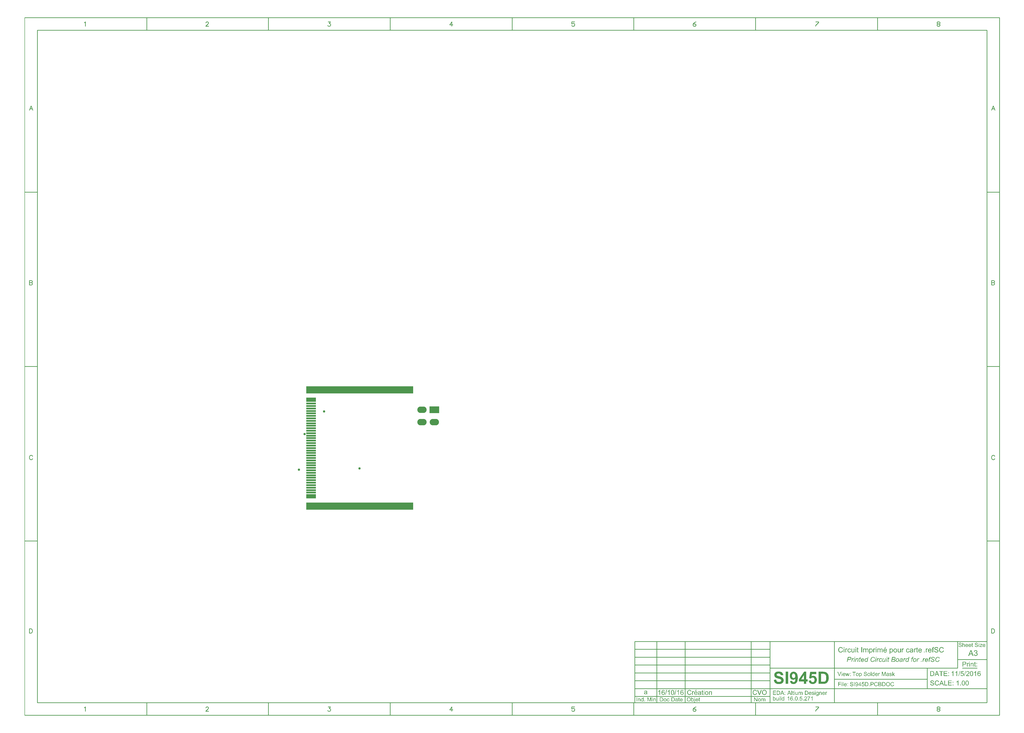
<source format=gts>
G04 Layer_Color=8388736*
%FSLAX25Y25*%
%MOIN*%
G70*
G01*
G75*
%ADD16C,0.01000*%
%ADD21C,0.00500*%
%ADD84R,1.70328X0.11811*%
%ADD85R,0.15300X0.06800*%
%ADD86R,0.15300X0.02769*%
%ADD87O,0.14800X0.10300*%
%ADD88R,0.15367X0.10642*%
%ADD89C,0.03700*%
G36*
X931837Y-218386D02*
X931046D01*
Y-217488D01*
X931837D01*
Y-218386D01*
D02*
G37*
G36*
X927562Y-217390D02*
X927630D01*
X927796Y-217410D01*
X927991Y-217439D01*
X928206Y-217478D01*
X928421Y-217536D01*
X928626Y-217615D01*
X928636D01*
X928645Y-217624D01*
X928675Y-217634D01*
X928714Y-217654D01*
X928811Y-217712D01*
X928938Y-217780D01*
X929075Y-217878D01*
X929211Y-217995D01*
X929348Y-218132D01*
X929465Y-218288D01*
X929475Y-218307D01*
X929514Y-218366D01*
X929563Y-218464D01*
X929611Y-218581D01*
X929670Y-218727D01*
X929729Y-218903D01*
X929768Y-219088D01*
X929787Y-219293D01*
X928977Y-219352D01*
Y-219342D01*
Y-219323D01*
X928967Y-219293D01*
X928958Y-219254D01*
X928938Y-219147D01*
X928899Y-219010D01*
X928841Y-218864D01*
X928762Y-218717D01*
X928655Y-218571D01*
X928528Y-218444D01*
X928509Y-218434D01*
X928460Y-218395D01*
X928372Y-218347D01*
X928255Y-218288D01*
X928099Y-218229D01*
X927903Y-218181D01*
X927679Y-218142D01*
X927415Y-218132D01*
X927289D01*
X927230Y-218142D01*
X927152D01*
X926986Y-218171D01*
X926801Y-218200D01*
X926615Y-218249D01*
X926439Y-218317D01*
X926361Y-218366D01*
X926293Y-218415D01*
X926283Y-218425D01*
X926244Y-218464D01*
X926186Y-218522D01*
X926127Y-218610D01*
X926059Y-218708D01*
X926010Y-218825D01*
X925971Y-218952D01*
X925951Y-219098D01*
Y-219118D01*
Y-219157D01*
X925961Y-219225D01*
X925981Y-219303D01*
X926010Y-219391D01*
X926059Y-219489D01*
X926117Y-219576D01*
X926196Y-219664D01*
X926205Y-219674D01*
X926254Y-219703D01*
X926283Y-219723D01*
X926322Y-219752D01*
X926381Y-219772D01*
X926449Y-219801D01*
X926527Y-219840D01*
X926615Y-219879D01*
X926713Y-219908D01*
X926830Y-219947D01*
X926966Y-219996D01*
X927113Y-220035D01*
X927279Y-220074D01*
X927464Y-220123D01*
X927474D01*
X927513Y-220133D01*
X927562Y-220142D01*
X927630Y-220162D01*
X927718Y-220181D01*
X927816Y-220211D01*
X928030Y-220259D01*
X928265Y-220328D01*
X928499Y-220396D01*
X928616Y-220425D01*
X928714Y-220464D01*
X928811Y-220503D01*
X928889Y-220533D01*
X928899D01*
X928918Y-220543D01*
X928938Y-220562D01*
X928977Y-220582D01*
X929075Y-220640D01*
X929202Y-220708D01*
X929338Y-220806D01*
X929475Y-220923D01*
X929602Y-221050D01*
X929709Y-221187D01*
X929719Y-221206D01*
X929748Y-221255D01*
X929797Y-221333D01*
X929846Y-221450D01*
X929895Y-221577D01*
X929943Y-221733D01*
X929973Y-221909D01*
X929982Y-222094D01*
Y-222104D01*
Y-222114D01*
Y-222143D01*
Y-222182D01*
X929963Y-222280D01*
X929943Y-222407D01*
X929914Y-222553D01*
X929856Y-222719D01*
X929787Y-222895D01*
X929690Y-223061D01*
X929680Y-223080D01*
X929631Y-223139D01*
X929572Y-223217D01*
X929475Y-223314D01*
X929358Y-223431D01*
X929211Y-223549D01*
X929036Y-223656D01*
X928841Y-223763D01*
X928831D01*
X928811Y-223773D01*
X928782Y-223783D01*
X928743Y-223802D01*
X928694Y-223822D01*
X928636Y-223841D01*
X928479Y-223881D01*
X928304Y-223929D01*
X928089Y-223968D01*
X927864Y-223998D01*
X927611Y-224007D01*
X927464D01*
X927396Y-223998D01*
X927308D01*
X927211Y-223988D01*
X927103Y-223978D01*
X926879Y-223949D01*
X926635Y-223900D01*
X926391Y-223841D01*
X926157Y-223763D01*
X926147D01*
X926127Y-223754D01*
X926098Y-223734D01*
X926059Y-223715D01*
X925951Y-223656D01*
X925825Y-223568D01*
X925668Y-223461D01*
X925522Y-223334D01*
X925366Y-223178D01*
X925229Y-223002D01*
Y-222992D01*
X925220Y-222983D01*
X925200Y-222953D01*
X925181Y-222914D01*
X925151Y-222865D01*
X925122Y-222807D01*
X925063Y-222660D01*
X925005Y-222495D01*
X924946Y-222290D01*
X924907Y-222075D01*
X924888Y-221841D01*
X925688Y-221772D01*
Y-221782D01*
Y-221792D01*
X925698Y-221850D01*
X925717Y-221938D01*
X925737Y-222055D01*
X925776Y-222182D01*
X925815Y-222319D01*
X925873Y-222446D01*
X925942Y-222573D01*
X925951Y-222582D01*
X925981Y-222621D01*
X926030Y-222680D01*
X926108Y-222748D01*
X926196Y-222826D01*
X926303Y-222914D01*
X926439Y-222992D01*
X926586Y-223070D01*
X926596D01*
X926605Y-223080D01*
X926664Y-223100D01*
X926752Y-223129D01*
X926879Y-223158D01*
X927015Y-223197D01*
X927191Y-223227D01*
X927376Y-223246D01*
X927572Y-223256D01*
X927650D01*
X927747Y-223246D01*
X927855Y-223236D01*
X927991Y-223227D01*
X928128Y-223197D01*
X928274Y-223168D01*
X928421Y-223119D01*
X928440Y-223109D01*
X928479Y-223090D01*
X928548Y-223061D01*
X928626Y-223012D01*
X928723Y-222953D01*
X928811Y-222885D01*
X928899Y-222807D01*
X928977Y-222719D01*
X928987Y-222709D01*
X929006Y-222670D01*
X929036Y-222621D01*
X929075Y-222553D01*
X929104Y-222475D01*
X929133Y-222377D01*
X929153Y-222280D01*
X929163Y-222172D01*
Y-222163D01*
Y-222124D01*
X929153Y-222065D01*
X929143Y-221997D01*
X929123Y-221909D01*
X929084Y-221821D01*
X929045Y-221733D01*
X928987Y-221645D01*
X928977Y-221636D01*
X928958Y-221606D01*
X928909Y-221567D01*
X928850Y-221509D01*
X928772Y-221450D01*
X928675Y-221392D01*
X928548Y-221323D01*
X928411Y-221265D01*
X928401Y-221255D01*
X928362Y-221245D01*
X928284Y-221226D01*
X928235Y-221206D01*
X928177Y-221187D01*
X928099Y-221167D01*
X928021Y-221148D01*
X927923Y-221118D01*
X927825Y-221089D01*
X927708Y-221060D01*
X927572Y-221031D01*
X927425Y-220991D01*
X927269Y-220953D01*
X927259D01*
X927230Y-220943D01*
X927181Y-220933D01*
X927123Y-220913D01*
X927054Y-220894D01*
X926976Y-220874D01*
X926791Y-220826D01*
X926586Y-220757D01*
X926381Y-220689D01*
X926196Y-220621D01*
X926108Y-220591D01*
X926039Y-220552D01*
X926030D01*
X926020Y-220543D01*
X925961Y-220503D01*
X925883Y-220455D01*
X925786Y-220386D01*
X925668Y-220299D01*
X925561Y-220201D01*
X925454Y-220084D01*
X925356Y-219957D01*
X925346Y-219937D01*
X925317Y-219889D01*
X925288Y-219820D01*
X925249Y-219723D01*
X925200Y-219606D01*
X925171Y-219469D01*
X925141Y-219313D01*
X925132Y-219157D01*
Y-219147D01*
Y-219137D01*
Y-219108D01*
Y-219069D01*
X925151Y-218981D01*
X925171Y-218864D01*
X925200Y-218717D01*
X925249Y-218571D01*
X925317Y-218405D01*
X925405Y-218249D01*
Y-218239D01*
X925415Y-218229D01*
X925454Y-218181D01*
X925522Y-218103D01*
X925610Y-218005D01*
X925717Y-217907D01*
X925854Y-217800D01*
X926020Y-217693D01*
X926205Y-217605D01*
X926215D01*
X926225Y-217595D01*
X926254Y-217585D01*
X926303Y-217566D01*
X926352Y-217556D01*
X926410Y-217536D01*
X926547Y-217488D01*
X926723Y-217449D01*
X926918Y-217419D01*
X927142Y-217390D01*
X927376Y-217380D01*
X927494D01*
X927562Y-217390D01*
D02*
G37*
G36*
X901678D02*
X901747D01*
X901913Y-217410D01*
X902108Y-217439D01*
X902322Y-217478D01*
X902537Y-217536D01*
X902742Y-217615D01*
X902752D01*
X902762Y-217624D01*
X902791Y-217634D01*
X902830Y-217654D01*
X902928Y-217712D01*
X903055Y-217780D01*
X903191Y-217878D01*
X903328Y-217995D01*
X903465Y-218132D01*
X903582Y-218288D01*
X903591Y-218307D01*
X903630Y-218366D01*
X903679Y-218464D01*
X903728Y-218581D01*
X903786Y-218727D01*
X903845Y-218903D01*
X903884Y-219088D01*
X903904Y-219293D01*
X903094Y-219352D01*
Y-219342D01*
Y-219323D01*
X903084Y-219293D01*
X903074Y-219254D01*
X903055Y-219147D01*
X903016Y-219010D01*
X902957Y-218864D01*
X902879Y-218717D01*
X902771Y-218571D01*
X902645Y-218444D01*
X902625Y-218434D01*
X902576Y-218395D01*
X902489Y-218347D01*
X902371Y-218288D01*
X902215Y-218229D01*
X902020Y-218181D01*
X901795Y-218142D01*
X901532Y-218132D01*
X901405D01*
X901346Y-218142D01*
X901268D01*
X901103Y-218171D01*
X900917Y-218200D01*
X900732Y-218249D01*
X900556Y-218317D01*
X900478Y-218366D01*
X900410Y-218415D01*
X900400Y-218425D01*
X900361Y-218464D01*
X900302Y-218522D01*
X900244Y-218610D01*
X900175Y-218708D01*
X900126Y-218825D01*
X900088Y-218952D01*
X900068Y-219098D01*
Y-219118D01*
Y-219157D01*
X900078Y-219225D01*
X900097Y-219303D01*
X900126Y-219391D01*
X900175Y-219489D01*
X900234Y-219576D01*
X900312Y-219664D01*
X900322Y-219674D01*
X900371Y-219703D01*
X900400Y-219723D01*
X900439Y-219752D01*
X900497Y-219772D01*
X900566Y-219801D01*
X900644Y-219840D01*
X900732Y-219879D01*
X900829Y-219908D01*
X900946Y-219947D01*
X901083Y-219996D01*
X901229Y-220035D01*
X901395Y-220074D01*
X901581Y-220123D01*
X901591D01*
X901630Y-220133D01*
X901678Y-220142D01*
X901747Y-220162D01*
X901834Y-220181D01*
X901932Y-220211D01*
X902147Y-220259D01*
X902381Y-220328D01*
X902615Y-220396D01*
X902732Y-220425D01*
X902830Y-220464D01*
X902928Y-220503D01*
X903006Y-220533D01*
X903016D01*
X903035Y-220543D01*
X903055Y-220562D01*
X903094Y-220582D01*
X903191Y-220640D01*
X903318Y-220708D01*
X903455Y-220806D01*
X903591Y-220923D01*
X903718Y-221050D01*
X903826Y-221187D01*
X903835Y-221206D01*
X903865Y-221255D01*
X903913Y-221333D01*
X903962Y-221450D01*
X904011Y-221577D01*
X904060Y-221733D01*
X904089Y-221909D01*
X904099Y-222094D01*
Y-222104D01*
Y-222114D01*
Y-222143D01*
Y-222182D01*
X904079Y-222280D01*
X904060Y-222407D01*
X904031Y-222553D01*
X903972Y-222719D01*
X903904Y-222895D01*
X903806Y-223061D01*
X903796Y-223080D01*
X903747Y-223139D01*
X903689Y-223217D01*
X903591Y-223314D01*
X903474Y-223431D01*
X903328Y-223549D01*
X903152Y-223656D01*
X902957Y-223763D01*
X902947D01*
X902928Y-223773D01*
X902898Y-223783D01*
X902859Y-223802D01*
X902810Y-223822D01*
X902752Y-223841D01*
X902596Y-223881D01*
X902420Y-223929D01*
X902205Y-223968D01*
X901981Y-223998D01*
X901727Y-224007D01*
X901581D01*
X901512Y-223998D01*
X901425D01*
X901327Y-223988D01*
X901220Y-223978D01*
X900995Y-223949D01*
X900751Y-223900D01*
X900507Y-223841D01*
X900273Y-223763D01*
X900263D01*
X900244Y-223754D01*
X900214Y-223734D01*
X900175Y-223715D01*
X900068Y-223656D01*
X899941Y-223568D01*
X899785Y-223461D01*
X899638Y-223334D01*
X899482Y-223178D01*
X899346Y-223002D01*
Y-222992D01*
X899336Y-222983D01*
X899317Y-222953D01*
X899297Y-222914D01*
X899268Y-222865D01*
X899238Y-222807D01*
X899180Y-222660D01*
X899121Y-222495D01*
X899063Y-222290D01*
X899024Y-222075D01*
X899004Y-221841D01*
X899804Y-221772D01*
Y-221782D01*
Y-221792D01*
X899814Y-221850D01*
X899834Y-221938D01*
X899853Y-222055D01*
X899892Y-222182D01*
X899931Y-222319D01*
X899990Y-222446D01*
X900058Y-222573D01*
X900068Y-222582D01*
X900097Y-222621D01*
X900146Y-222680D01*
X900224Y-222748D01*
X900312Y-222826D01*
X900419Y-222914D01*
X900556Y-222992D01*
X900702Y-223070D01*
X900712D01*
X900722Y-223080D01*
X900780Y-223100D01*
X900868Y-223129D01*
X900995Y-223158D01*
X901132Y-223197D01*
X901307Y-223227D01*
X901493Y-223246D01*
X901688Y-223256D01*
X901766D01*
X901864Y-223246D01*
X901971Y-223236D01*
X902108Y-223227D01*
X902244Y-223197D01*
X902391Y-223168D01*
X902537Y-223119D01*
X902557Y-223109D01*
X902596Y-223090D01*
X902664Y-223061D01*
X902742Y-223012D01*
X902840Y-222953D01*
X902928Y-222885D01*
X903016Y-222807D01*
X903094Y-222719D01*
X903103Y-222709D01*
X903123Y-222670D01*
X903152Y-222621D01*
X903191Y-222553D01*
X903220Y-222475D01*
X903250Y-222377D01*
X903269Y-222280D01*
X903279Y-222172D01*
Y-222163D01*
Y-222124D01*
X903269Y-222065D01*
X903259Y-221997D01*
X903240Y-221909D01*
X903201Y-221821D01*
X903162Y-221733D01*
X903103Y-221645D01*
X903094Y-221636D01*
X903074Y-221606D01*
X903025Y-221567D01*
X902967Y-221509D01*
X902889Y-221450D01*
X902791Y-221392D01*
X902664Y-221323D01*
X902528Y-221265D01*
X902518Y-221255D01*
X902479Y-221245D01*
X902401Y-221226D01*
X902352Y-221206D01*
X902293Y-221187D01*
X902215Y-221167D01*
X902137Y-221148D01*
X902040Y-221118D01*
X901942Y-221089D01*
X901825Y-221060D01*
X901688Y-221031D01*
X901542Y-220991D01*
X901386Y-220953D01*
X901376D01*
X901346Y-220943D01*
X901298Y-220933D01*
X901239Y-220913D01*
X901171Y-220894D01*
X901093Y-220874D01*
X900907Y-220826D01*
X900702Y-220757D01*
X900497Y-220689D01*
X900312Y-220621D01*
X900224Y-220591D01*
X900156Y-220552D01*
X900146D01*
X900136Y-220543D01*
X900078Y-220503D01*
X900000Y-220455D01*
X899902Y-220386D01*
X899785Y-220299D01*
X899678Y-220201D01*
X899570Y-220084D01*
X899473Y-219957D01*
X899463Y-219937D01*
X899434Y-219889D01*
X899404Y-219820D01*
X899365Y-219723D01*
X899317Y-219606D01*
X899287Y-219469D01*
X899258Y-219313D01*
X899248Y-219157D01*
Y-219147D01*
Y-219137D01*
Y-219108D01*
Y-219069D01*
X899268Y-218981D01*
X899287Y-218864D01*
X899317Y-218717D01*
X899365Y-218571D01*
X899434Y-218405D01*
X899521Y-218249D01*
Y-218239D01*
X899531Y-218229D01*
X899570Y-218181D01*
X899638Y-218103D01*
X899726Y-218005D01*
X899834Y-217907D01*
X899970Y-217800D01*
X900136Y-217693D01*
X900322Y-217605D01*
X900331D01*
X900341Y-217595D01*
X900371Y-217585D01*
X900419Y-217566D01*
X900468Y-217556D01*
X900527Y-217536D01*
X900663Y-217488D01*
X900839Y-217449D01*
X901034Y-217419D01*
X901259Y-217390D01*
X901493Y-217380D01*
X901610D01*
X901678Y-217390D01*
D02*
G37*
G36*
X936580Y-219772D02*
X934062Y-222729D01*
X933574Y-223275D01*
X933623D01*
X933662Y-223266D01*
X933769Y-223256D01*
X933896Y-223246D01*
X934052D01*
X934218Y-223236D01*
X934570Y-223227D01*
X936717D01*
Y-223900D01*
X932608D01*
Y-223266D01*
X935565Y-219859D01*
X935477D01*
X935389Y-219869D01*
X935262D01*
X935126Y-219879D01*
X934980D01*
X934823Y-219889D01*
X932784D01*
Y-219254D01*
X936580D01*
Y-219772D01*
D02*
G37*
G36*
X931837Y-223900D02*
X931046D01*
Y-219254D01*
X931837D01*
Y-223900D01*
D02*
G37*
G36*
X905943Y-219781D02*
X905953Y-219772D01*
X905973Y-219752D01*
X906002Y-219723D01*
X906041Y-219684D01*
X906100Y-219635D01*
X906158Y-219576D01*
X906236Y-219528D01*
X906324Y-219459D01*
X906422Y-219401D01*
X906519Y-219352D01*
X906763Y-219245D01*
X906890Y-219205D01*
X907027Y-219176D01*
X907173Y-219157D01*
X907329Y-219147D01*
X907417D01*
X907515Y-219157D01*
X907632Y-219176D01*
X907769Y-219196D01*
X907915Y-219235D01*
X908071Y-219284D01*
X908218Y-219352D01*
X908237Y-219362D01*
X908276Y-219391D01*
X908344Y-219440D01*
X908432Y-219498D01*
X908520Y-219576D01*
X908608Y-219674D01*
X908696Y-219791D01*
X908764Y-219918D01*
X908774Y-219937D01*
X908793Y-219986D01*
X908813Y-220064D01*
X908852Y-220181D01*
X908881Y-220328D01*
X908901Y-220513D01*
X908920Y-220718D01*
X908930Y-220962D01*
Y-223900D01*
X908140D01*
Y-220953D01*
Y-220943D01*
Y-220923D01*
Y-220894D01*
Y-220855D01*
X908130Y-220757D01*
X908110Y-220621D01*
X908071Y-220484D01*
X908032Y-220347D01*
X907964Y-220211D01*
X907876Y-220094D01*
X907866Y-220084D01*
X907827Y-220055D01*
X907769Y-220006D01*
X907691Y-219957D01*
X907593Y-219908D01*
X907466Y-219859D01*
X907329Y-219830D01*
X907164Y-219820D01*
X907105D01*
X907037Y-219830D01*
X906949Y-219840D01*
X906851Y-219869D01*
X906734Y-219898D01*
X906617Y-219947D01*
X906500Y-220006D01*
X906490Y-220016D01*
X906451Y-220035D01*
X906402Y-220084D01*
X906334Y-220133D01*
X906266Y-220211D01*
X906188Y-220289D01*
X906129Y-220396D01*
X906070Y-220503D01*
X906061Y-220513D01*
X906051Y-220562D01*
X906031Y-220630D01*
X906012Y-220728D01*
X905982Y-220855D01*
X905963Y-221001D01*
X905953Y-221167D01*
X905943Y-221362D01*
Y-223900D01*
X905153D01*
Y-217488D01*
X905943D01*
Y-219781D01*
D02*
G37*
G36*
X921013Y-219254D02*
X921803D01*
Y-219869D01*
X921013D01*
Y-222592D01*
Y-222602D01*
Y-222641D01*
Y-222699D01*
X921023Y-222768D01*
X921033Y-222914D01*
X921042Y-222973D01*
X921052Y-223022D01*
X921062Y-223041D01*
X921081Y-223080D01*
X921120Y-223129D01*
X921179Y-223178D01*
X921198Y-223187D01*
X921247Y-223197D01*
X921335Y-223217D01*
X921452Y-223227D01*
X921550D01*
X921599Y-223217D01*
X921657D01*
X921803Y-223197D01*
X921911Y-223890D01*
X921891D01*
X921852Y-223900D01*
X921794Y-223910D01*
X921706Y-223920D01*
X921618Y-223939D01*
X921520Y-223949D01*
X921315Y-223959D01*
X921247D01*
X921169Y-223949D01*
X921072Y-223939D01*
X920964Y-223929D01*
X920847Y-223900D01*
X920740Y-223871D01*
X920642Y-223832D01*
X920632Y-223822D01*
X920603Y-223802D01*
X920564Y-223773D01*
X920515Y-223734D01*
X920457Y-223685D01*
X920408Y-223627D01*
X920349Y-223558D01*
X920310Y-223480D01*
Y-223471D01*
X920300Y-223431D01*
X920281Y-223373D01*
X920271Y-223275D01*
X920252Y-223148D01*
X920242Y-223080D01*
X920232Y-222992D01*
Y-222895D01*
X920222Y-222787D01*
Y-222670D01*
Y-222543D01*
Y-219869D01*
X919637D01*
Y-219254D01*
X920222D01*
Y-218112D01*
X921013Y-217634D01*
Y-219254D01*
D02*
G37*
G36*
X939567Y-219157D02*
X939645Y-219166D01*
X939742Y-219176D01*
X939840Y-219196D01*
X939957Y-219225D01*
X940191Y-219303D01*
X940318Y-219352D01*
X940445Y-219420D01*
X940572Y-219489D01*
X940699Y-219576D01*
X940816Y-219674D01*
X940933Y-219791D01*
X940943Y-219801D01*
X940962Y-219820D01*
X940992Y-219859D01*
X941031Y-219908D01*
X941070Y-219976D01*
X941119Y-220055D01*
X941177Y-220142D01*
X941236Y-220250D01*
X941284Y-220377D01*
X941343Y-220503D01*
X941392Y-220650D01*
X941441Y-220816D01*
X941470Y-220982D01*
X941499Y-221167D01*
X941519Y-221362D01*
X941528Y-221577D01*
Y-221587D01*
Y-221626D01*
Y-221694D01*
X941519Y-221782D01*
X938064D01*
Y-221792D01*
Y-221811D01*
X938073Y-221860D01*
Y-221909D01*
X938083Y-221977D01*
X938093Y-222046D01*
X938132Y-222221D01*
X938190Y-222407D01*
X938259Y-222602D01*
X938366Y-222797D01*
X938493Y-222963D01*
X938513Y-222983D01*
X938561Y-223022D01*
X938649Y-223090D01*
X938757Y-223158D01*
X938903Y-223236D01*
X939069Y-223305D01*
X939254Y-223344D01*
X939459Y-223363D01*
X939537D01*
X939616Y-223353D01*
X939713Y-223334D01*
X939830Y-223305D01*
X939957Y-223266D01*
X940084Y-223217D01*
X940201Y-223139D01*
X940211Y-223129D01*
X940250Y-223090D01*
X940308Y-223041D01*
X940377Y-222953D01*
X940455Y-222856D01*
X940533Y-222729D01*
X940611Y-222573D01*
X940689Y-222397D01*
X941499Y-222504D01*
Y-222514D01*
X941489Y-222534D01*
X941480Y-222573D01*
X941460Y-222621D01*
X941441Y-222680D01*
X941411Y-222748D01*
X941333Y-222914D01*
X941236Y-223090D01*
X941119Y-223275D01*
X940962Y-223461D01*
X940787Y-223617D01*
X940777D01*
X940767Y-223637D01*
X940738Y-223656D01*
X940689Y-223675D01*
X940640Y-223705D01*
X940582Y-223744D01*
X940513Y-223773D01*
X940426Y-223812D01*
X940240Y-223881D01*
X940006Y-223949D01*
X939752Y-223988D01*
X939459Y-224007D01*
X939362D01*
X939293Y-223998D01*
X939206Y-223988D01*
X939108Y-223978D01*
X939001Y-223959D01*
X938874Y-223929D01*
X938620Y-223851D01*
X938483Y-223802D01*
X938356Y-223744D01*
X938220Y-223675D01*
X938093Y-223588D01*
X937966Y-223490D01*
X937849Y-223383D01*
X937839Y-223373D01*
X937820Y-223353D01*
X937790Y-223314D01*
X937761Y-223266D01*
X937712Y-223207D01*
X937663Y-223129D01*
X937605Y-223031D01*
X937556Y-222924D01*
X937498Y-222807D01*
X937439Y-222680D01*
X937390Y-222534D01*
X937351Y-222377D01*
X937312Y-222212D01*
X937283Y-222026D01*
X937263Y-221831D01*
X937254Y-221626D01*
Y-221616D01*
Y-221577D01*
Y-221509D01*
X937263Y-221431D01*
X937273Y-221333D01*
X937283Y-221216D01*
X937302Y-221089D01*
X937332Y-220953D01*
X937400Y-220660D01*
X937449Y-220513D01*
X937507Y-220357D01*
X937576Y-220211D01*
X937654Y-220064D01*
X937742Y-219928D01*
X937849Y-219801D01*
X937859Y-219791D01*
X937878Y-219772D01*
X937908Y-219742D01*
X937956Y-219693D01*
X938015Y-219645D01*
X938093Y-219596D01*
X938171Y-219537D01*
X938269Y-219469D01*
X938376Y-219410D01*
X938493Y-219352D01*
X938620Y-219303D01*
X938766Y-219245D01*
X938913Y-219205D01*
X939069Y-219176D01*
X939235Y-219157D01*
X939410Y-219147D01*
X939498D01*
X939567Y-219157D01*
D02*
G37*
G36*
X917167D02*
X917246Y-219166D01*
X917343Y-219176D01*
X917441Y-219196D01*
X917558Y-219225D01*
X917792Y-219303D01*
X917919Y-219352D01*
X918046Y-219420D01*
X918173Y-219489D01*
X918300Y-219576D01*
X918417Y-219674D01*
X918534Y-219791D01*
X918544Y-219801D01*
X918563Y-219820D01*
X918592Y-219859D01*
X918631Y-219908D01*
X918670Y-219976D01*
X918719Y-220055D01*
X918778Y-220142D01*
X918836Y-220250D01*
X918885Y-220377D01*
X918944Y-220503D01*
X918993Y-220650D01*
X919041Y-220816D01*
X919071Y-220982D01*
X919100Y-221167D01*
X919119Y-221362D01*
X919129Y-221577D01*
Y-221587D01*
Y-221626D01*
Y-221694D01*
X919119Y-221782D01*
X915664D01*
Y-221792D01*
Y-221811D01*
X915674Y-221860D01*
Y-221909D01*
X915684Y-221977D01*
X915694Y-222046D01*
X915733Y-222221D01*
X915791Y-222407D01*
X915860Y-222602D01*
X915967Y-222797D01*
X916094Y-222963D01*
X916113Y-222983D01*
X916162Y-223022D01*
X916250Y-223090D01*
X916357Y-223158D01*
X916504Y-223236D01*
X916670Y-223305D01*
X916855Y-223344D01*
X917060Y-223363D01*
X917138D01*
X917216Y-223353D01*
X917314Y-223334D01*
X917431Y-223305D01*
X917558Y-223266D01*
X917685Y-223217D01*
X917802Y-223139D01*
X917812Y-223129D01*
X917851Y-223090D01*
X917909Y-223041D01*
X917978Y-222953D01*
X918056Y-222856D01*
X918134Y-222729D01*
X918212Y-222573D01*
X918290Y-222397D01*
X919100Y-222504D01*
Y-222514D01*
X919090Y-222534D01*
X919081Y-222573D01*
X919061Y-222621D01*
X919041Y-222680D01*
X919012Y-222748D01*
X918934Y-222914D01*
X918836Y-223090D01*
X918719Y-223275D01*
X918563Y-223461D01*
X918388Y-223617D01*
X918378D01*
X918368Y-223637D01*
X918339Y-223656D01*
X918290Y-223675D01*
X918241Y-223705D01*
X918182Y-223744D01*
X918114Y-223773D01*
X918026Y-223812D01*
X917841Y-223881D01*
X917607Y-223949D01*
X917353Y-223988D01*
X917060Y-224007D01*
X916963D01*
X916894Y-223998D01*
X916806Y-223988D01*
X916709Y-223978D01*
X916601Y-223959D01*
X916475Y-223929D01*
X916221Y-223851D01*
X916084Y-223802D01*
X915957Y-223744D01*
X915821Y-223675D01*
X915694Y-223588D01*
X915567Y-223490D01*
X915450Y-223383D01*
X915440Y-223373D01*
X915420Y-223353D01*
X915391Y-223314D01*
X915362Y-223266D01*
X915313Y-223207D01*
X915264Y-223129D01*
X915206Y-223031D01*
X915157Y-222924D01*
X915098Y-222807D01*
X915040Y-222680D01*
X914991Y-222534D01*
X914952Y-222377D01*
X914913Y-222212D01*
X914884Y-222026D01*
X914864Y-221831D01*
X914854Y-221626D01*
Y-221616D01*
Y-221577D01*
Y-221509D01*
X914864Y-221431D01*
X914874Y-221333D01*
X914884Y-221216D01*
X914903Y-221089D01*
X914933Y-220953D01*
X915001Y-220660D01*
X915050Y-220513D01*
X915108Y-220357D01*
X915176Y-220211D01*
X915254Y-220064D01*
X915342Y-219928D01*
X915450Y-219801D01*
X915460Y-219791D01*
X915479Y-219772D01*
X915508Y-219742D01*
X915557Y-219693D01*
X915616Y-219645D01*
X915694Y-219596D01*
X915772Y-219537D01*
X915869Y-219469D01*
X915977Y-219410D01*
X916094Y-219352D01*
X916221Y-219303D01*
X916367Y-219245D01*
X916514Y-219205D01*
X916670Y-219176D01*
X916836Y-219157D01*
X917011Y-219147D01*
X917099D01*
X917167Y-219157D01*
D02*
G37*
G36*
X912190D02*
X912268Y-219166D01*
X912366Y-219176D01*
X912463Y-219196D01*
X912580Y-219225D01*
X912815Y-219303D01*
X912941Y-219352D01*
X913068Y-219420D01*
X913195Y-219489D01*
X913322Y-219576D01*
X913439Y-219674D01*
X913556Y-219791D01*
X913566Y-219801D01*
X913586Y-219820D01*
X913615Y-219859D01*
X913654Y-219908D01*
X913693Y-219976D01*
X913742Y-220055D01*
X913800Y-220142D01*
X913859Y-220250D01*
X913908Y-220377D01*
X913966Y-220503D01*
X914015Y-220650D01*
X914064Y-220816D01*
X914093Y-220982D01*
X914122Y-221167D01*
X914142Y-221362D01*
X914152Y-221577D01*
Y-221587D01*
Y-221626D01*
Y-221694D01*
X914142Y-221782D01*
X910687D01*
Y-221792D01*
Y-221811D01*
X910697Y-221860D01*
Y-221909D01*
X910706Y-221977D01*
X910716Y-222046D01*
X910755Y-222221D01*
X910814Y-222407D01*
X910882Y-222602D01*
X910989Y-222797D01*
X911116Y-222963D01*
X911136Y-222983D01*
X911185Y-223022D01*
X911273Y-223090D01*
X911380Y-223158D01*
X911526Y-223236D01*
X911692Y-223305D01*
X911878Y-223344D01*
X912082Y-223363D01*
X912161D01*
X912239Y-223353D01*
X912336Y-223334D01*
X912453Y-223305D01*
X912580Y-223266D01*
X912707Y-223217D01*
X912824Y-223139D01*
X912834Y-223129D01*
X912873Y-223090D01*
X912932Y-223041D01*
X913000Y-222953D01*
X913078Y-222856D01*
X913156Y-222729D01*
X913234Y-222573D01*
X913312Y-222397D01*
X914122Y-222504D01*
Y-222514D01*
X914113Y-222534D01*
X914103Y-222573D01*
X914083Y-222621D01*
X914064Y-222680D01*
X914034Y-222748D01*
X913957Y-222914D01*
X913859Y-223090D01*
X913742Y-223275D01*
X913586Y-223461D01*
X913410Y-223617D01*
X913400D01*
X913390Y-223637D01*
X913361Y-223656D01*
X913312Y-223675D01*
X913264Y-223705D01*
X913205Y-223744D01*
X913137Y-223773D01*
X913049Y-223812D01*
X912863Y-223881D01*
X912629Y-223949D01*
X912375Y-223988D01*
X912082Y-224007D01*
X911985D01*
X911917Y-223998D01*
X911829Y-223988D01*
X911731Y-223978D01*
X911624Y-223959D01*
X911497Y-223929D01*
X911243Y-223851D01*
X911106Y-223802D01*
X910980Y-223744D01*
X910843Y-223675D01*
X910716Y-223588D01*
X910589Y-223490D01*
X910472Y-223383D01*
X910462Y-223373D01*
X910443Y-223353D01*
X910414Y-223314D01*
X910384Y-223266D01*
X910336Y-223207D01*
X910287Y-223129D01*
X910228Y-223031D01*
X910179Y-222924D01*
X910121Y-222807D01*
X910062Y-222680D01*
X910013Y-222534D01*
X909974Y-222377D01*
X909935Y-222212D01*
X909906Y-222026D01*
X909886Y-221831D01*
X909877Y-221626D01*
Y-221616D01*
Y-221577D01*
Y-221509D01*
X909886Y-221431D01*
X909896Y-221333D01*
X909906Y-221216D01*
X909926Y-221089D01*
X909955Y-220953D01*
X910023Y-220660D01*
X910072Y-220513D01*
X910131Y-220357D01*
X910199Y-220211D01*
X910277Y-220064D01*
X910365Y-219928D01*
X910472Y-219801D01*
X910482Y-219791D01*
X910501Y-219772D01*
X910531Y-219742D01*
X910579Y-219693D01*
X910638Y-219645D01*
X910716Y-219596D01*
X910794Y-219537D01*
X910892Y-219469D01*
X910999Y-219410D01*
X911116Y-219352D01*
X911243Y-219303D01*
X911390Y-219245D01*
X911536Y-219205D01*
X911692Y-219176D01*
X911858Y-219157D01*
X912034Y-219147D01*
X912122D01*
X912190Y-219157D01*
D02*
G37*
G36*
X859486Y-224186D02*
X859626Y-224199D01*
X859791Y-224224D01*
X859968Y-224249D01*
X860159Y-224287D01*
X860006Y-225176D01*
X859993D01*
X859956Y-225163D01*
X859892Y-225150D01*
X859816Y-225137D01*
X859714D01*
X859613Y-225125D01*
X859397Y-225112D01*
X859321D01*
X859245Y-225125D01*
X859143Y-225137D01*
X859042Y-225163D01*
X858928Y-225201D01*
X858826Y-225252D01*
X858737Y-225315D01*
X858724Y-225328D01*
X858712Y-225353D01*
X858674Y-225404D01*
X858648Y-225480D01*
X858610Y-225582D01*
X858572Y-225721D01*
X858560Y-225873D01*
X858547Y-226064D01*
Y-226610D01*
X859727D01*
Y-227409D01*
X858560D01*
Y-232650D01*
X857532D01*
Y-227409D01*
X856631D01*
Y-226610D01*
X857532D01*
Y-225975D01*
Y-225962D01*
Y-225950D01*
Y-225873D01*
X857544Y-225772D01*
Y-225632D01*
X857557Y-225493D01*
X857582Y-225341D01*
X857608Y-225201D01*
X857646Y-225074D01*
X857659Y-225061D01*
X857671Y-225011D01*
X857709Y-224935D01*
X857760Y-224846D01*
X857836Y-224731D01*
X857925Y-224630D01*
X858027Y-224528D01*
X858154Y-224427D01*
X858166Y-224414D01*
X858230Y-224389D01*
X858306Y-224351D01*
X858433Y-224300D01*
X858572Y-224249D01*
X858763Y-224211D01*
X858966Y-224186D01*
X859207Y-224173D01*
X859372D01*
X859486Y-224186D01*
D02*
G37*
G36*
X768463Y-225480D02*
X767435D01*
Y-224313D01*
X768463D01*
Y-225480D01*
D02*
G37*
G36*
X736129D02*
X735101D01*
Y-224313D01*
X736129D01*
Y-225480D01*
D02*
G37*
G36*
X717373D02*
X716345D01*
Y-224313D01*
X717373D01*
Y-225480D01*
D02*
G37*
G36*
X782194Y-225861D02*
X781343D01*
X782105Y-224275D01*
X783450D01*
X782194Y-225861D01*
D02*
G37*
G36*
X863775Y-224186D02*
X863864D01*
X864080Y-224211D01*
X864334Y-224249D01*
X864613Y-224300D01*
X864892Y-224376D01*
X865158Y-224478D01*
X865171D01*
X865184Y-224490D01*
X865222Y-224503D01*
X865273Y-224528D01*
X865399Y-224605D01*
X865564Y-224693D01*
X865742Y-224820D01*
X865920Y-224973D01*
X866097Y-225150D01*
X866250Y-225353D01*
X866262Y-225379D01*
X866313Y-225455D01*
X866377Y-225582D01*
X866440Y-225734D01*
X866516Y-225924D01*
X866592Y-226153D01*
X866643Y-226394D01*
X866669Y-226660D01*
X865615Y-226736D01*
Y-226724D01*
Y-226698D01*
X865602Y-226660D01*
X865590Y-226610D01*
X865564Y-226470D01*
X865514Y-226292D01*
X865438Y-226102D01*
X865336Y-225912D01*
X865196Y-225721D01*
X865032Y-225556D01*
X865006Y-225544D01*
X864943Y-225493D01*
X864828Y-225429D01*
X864676Y-225353D01*
X864473Y-225277D01*
X864219Y-225214D01*
X863927Y-225163D01*
X863585Y-225150D01*
X863420D01*
X863344Y-225163D01*
X863242D01*
X863026Y-225201D01*
X862785Y-225239D01*
X862544Y-225303D01*
X862316Y-225391D01*
X862214Y-225455D01*
X862125Y-225518D01*
X862113Y-225531D01*
X862062Y-225582D01*
X861986Y-225658D01*
X861910Y-225772D01*
X861821Y-225899D01*
X861757Y-226051D01*
X861707Y-226216D01*
X861681Y-226407D01*
Y-226432D01*
Y-226483D01*
X861694Y-226571D01*
X861719Y-226673D01*
X861757Y-226787D01*
X861821Y-226914D01*
X861897Y-227028D01*
X861999Y-227143D01*
X862011Y-227155D01*
X862075Y-227193D01*
X862113Y-227219D01*
X862164Y-227257D01*
X862240Y-227282D01*
X862329Y-227320D01*
X862430Y-227371D01*
X862544Y-227422D01*
X862671Y-227460D01*
X862823Y-227511D01*
X863001Y-227574D01*
X863191Y-227625D01*
X863407Y-227676D01*
X863648Y-227739D01*
X863661D01*
X863712Y-227752D01*
X863775Y-227764D01*
X863864Y-227790D01*
X863978Y-227815D01*
X864105Y-227853D01*
X864384Y-227917D01*
X864689Y-228006D01*
X864993Y-228094D01*
X865146Y-228132D01*
X865273Y-228183D01*
X865399Y-228234D01*
X865501Y-228272D01*
X865514D01*
X865539Y-228285D01*
X865564Y-228310D01*
X865615Y-228335D01*
X865742Y-228412D01*
X865907Y-228500D01*
X866085Y-228627D01*
X866262Y-228780D01*
X866427Y-228944D01*
X866567Y-229122D01*
X866580Y-229148D01*
X866618Y-229211D01*
X866681Y-229312D01*
X866745Y-229465D01*
X866808Y-229630D01*
X866871Y-229833D01*
X866910Y-230061D01*
X866922Y-230302D01*
Y-230315D01*
Y-230328D01*
Y-230366D01*
Y-230417D01*
X866897Y-230543D01*
X866871Y-230708D01*
X866833Y-230899D01*
X866757Y-231115D01*
X866669Y-231343D01*
X866542Y-231559D01*
X866529Y-231584D01*
X866465Y-231660D01*
X866389Y-231762D01*
X866262Y-231889D01*
X866110Y-232041D01*
X865920Y-232193D01*
X865691Y-232333D01*
X865438Y-232472D01*
X865425D01*
X865399Y-232485D01*
X865361Y-232498D01*
X865311Y-232523D01*
X865247Y-232548D01*
X865171Y-232574D01*
X864968Y-232625D01*
X864740Y-232688D01*
X864460Y-232739D01*
X864168Y-232777D01*
X863839Y-232790D01*
X863648D01*
X863559Y-232777D01*
X863445D01*
X863318Y-232764D01*
X863179Y-232751D01*
X862887Y-232714D01*
X862570Y-232650D01*
X862252Y-232574D01*
X861948Y-232472D01*
X861935D01*
X861910Y-232460D01*
X861872Y-232434D01*
X861821Y-232409D01*
X861681Y-232333D01*
X861516Y-232219D01*
X861313Y-232079D01*
X861123Y-231914D01*
X860920Y-231711D01*
X860742Y-231483D01*
Y-231470D01*
X860730Y-231457D01*
X860704Y-231419D01*
X860679Y-231368D01*
X860641Y-231305D01*
X860603Y-231229D01*
X860526Y-231038D01*
X860450Y-230823D01*
X860374Y-230556D01*
X860324Y-230277D01*
X860298Y-229972D01*
X861339Y-229884D01*
Y-229896D01*
Y-229909D01*
X861351Y-229985D01*
X861377Y-230099D01*
X861402Y-230252D01*
X861453Y-230417D01*
X861504Y-230594D01*
X861580Y-230759D01*
X861669Y-230924D01*
X861681Y-230937D01*
X861719Y-230988D01*
X861783Y-231064D01*
X861884Y-231153D01*
X861999Y-231254D01*
X862138Y-231368D01*
X862316Y-231470D01*
X862506Y-231571D01*
X862519D01*
X862531Y-231584D01*
X862608Y-231609D01*
X862722Y-231647D01*
X862887Y-231686D01*
X863064Y-231736D01*
X863293Y-231774D01*
X863534Y-231800D01*
X863788Y-231813D01*
X863889D01*
X864016Y-231800D01*
X864156Y-231787D01*
X864334Y-231774D01*
X864511Y-231736D01*
X864701Y-231698D01*
X864892Y-231635D01*
X864917Y-231622D01*
X864968Y-231597D01*
X865057Y-231559D01*
X865158Y-231495D01*
X865285Y-231419D01*
X865399Y-231330D01*
X865514Y-231229D01*
X865615Y-231115D01*
X865628Y-231102D01*
X865653Y-231051D01*
X865691Y-230988D01*
X865742Y-230899D01*
X865780Y-230797D01*
X865818Y-230670D01*
X865844Y-230543D01*
X865856Y-230404D01*
Y-230391D01*
Y-230340D01*
X865844Y-230264D01*
X865831Y-230175D01*
X865806Y-230061D01*
X865755Y-229947D01*
X865704Y-229833D01*
X865628Y-229719D01*
X865615Y-229706D01*
X865590Y-229668D01*
X865526Y-229617D01*
X865450Y-229541D01*
X865349Y-229465D01*
X865222Y-229389D01*
X865057Y-229300D01*
X864879Y-229224D01*
X864867Y-229211D01*
X864816Y-229198D01*
X864714Y-229173D01*
X864651Y-229148D01*
X864575Y-229122D01*
X864473Y-229097D01*
X864372Y-229071D01*
X864245Y-229033D01*
X864118Y-228995D01*
X863966Y-228957D01*
X863788Y-228919D01*
X863597Y-228868D01*
X863394Y-228818D01*
X863382D01*
X863344Y-228805D01*
X863280Y-228792D01*
X863204Y-228767D01*
X863115Y-228742D01*
X863014Y-228716D01*
X862773Y-228653D01*
X862506Y-228564D01*
X862240Y-228475D01*
X861999Y-228386D01*
X861884Y-228348D01*
X861796Y-228297D01*
X861783D01*
X861770Y-228285D01*
X861694Y-228234D01*
X861592Y-228170D01*
X861466Y-228082D01*
X861313Y-227967D01*
X861174Y-227840D01*
X861034Y-227688D01*
X860907Y-227523D01*
X860894Y-227498D01*
X860857Y-227434D01*
X860818Y-227346D01*
X860768Y-227219D01*
X860704Y-227066D01*
X860666Y-226889D01*
X860628Y-226686D01*
X860615Y-226483D01*
Y-226470D01*
Y-226457D01*
Y-226419D01*
Y-226368D01*
X860641Y-226254D01*
X860666Y-226102D01*
X860704Y-225912D01*
X860768Y-225721D01*
X860857Y-225505D01*
X860971Y-225303D01*
Y-225290D01*
X860983Y-225277D01*
X861034Y-225214D01*
X861123Y-225112D01*
X861237Y-224985D01*
X861377Y-224858D01*
X861554Y-224719D01*
X861770Y-224579D01*
X862011Y-224465D01*
X862024D01*
X862037Y-224452D01*
X862075Y-224440D01*
X862138Y-224414D01*
X862202Y-224401D01*
X862278Y-224376D01*
X862455Y-224313D01*
X862684Y-224262D01*
X862938Y-224224D01*
X863229Y-224186D01*
X863534Y-224173D01*
X863686D01*
X863775Y-224186D01*
D02*
G37*
G36*
X872252D02*
X872354Y-224199D01*
X872480Y-224211D01*
X872620Y-224224D01*
X872772Y-224249D01*
X873102Y-224325D01*
X873458Y-224440D01*
X873635Y-224516D01*
X873813Y-224605D01*
X873978Y-224706D01*
X874143Y-224820D01*
X874156Y-224833D01*
X874181Y-224846D01*
X874219Y-224884D01*
X874282Y-224935D01*
X874346Y-224998D01*
X874435Y-225087D01*
X874524Y-225176D01*
X874612Y-225277D01*
X874714Y-225404D01*
X874803Y-225531D01*
X874904Y-225683D01*
X875006Y-225848D01*
X875095Y-226013D01*
X875183Y-226203D01*
X875336Y-226610D01*
X874244Y-226863D01*
Y-226851D01*
X874232Y-226825D01*
X874219Y-226775D01*
X874194Y-226711D01*
X874156Y-226635D01*
X874117Y-226546D01*
X874029Y-226356D01*
X873915Y-226140D01*
X873762Y-225912D01*
X873597Y-225709D01*
X873394Y-225531D01*
X873369Y-225518D01*
X873293Y-225467D01*
X873178Y-225404D01*
X873013Y-225315D01*
X872823Y-225239D01*
X872582Y-225176D01*
X872316Y-225125D01*
X872011Y-225112D01*
X871922D01*
X871859Y-225125D01*
X871770D01*
X871681Y-225137D01*
X871453Y-225176D01*
X871199Y-225226D01*
X870932Y-225315D01*
X870666Y-225429D01*
X870412Y-225582D01*
X870399D01*
X870387Y-225607D01*
X870310Y-225671D01*
X870196Y-225772D01*
X870057Y-225912D01*
X869917Y-226089D01*
X869765Y-226292D01*
X869625Y-226546D01*
X869511Y-226825D01*
Y-226838D01*
X869498Y-226863D01*
X869486Y-226901D01*
X869473Y-226965D01*
X869448Y-227028D01*
X869435Y-227117D01*
X869384Y-227320D01*
X869333Y-227561D01*
X869295Y-227828D01*
X869270Y-228120D01*
X869257Y-228424D01*
Y-228437D01*
Y-228475D01*
Y-228526D01*
Y-228602D01*
X869270Y-228691D01*
Y-228805D01*
X869283Y-228919D01*
X869295Y-229046D01*
X869333Y-229338D01*
X869384Y-229655D01*
X869460Y-229972D01*
X869562Y-230277D01*
Y-230290D01*
X869575Y-230315D01*
X869600Y-230353D01*
X869625Y-230404D01*
X869689Y-230556D01*
X869790Y-230721D01*
X869930Y-230924D01*
X870095Y-231115D01*
X870285Y-231305D01*
X870514Y-231470D01*
X870526D01*
X870539Y-231483D01*
X870577Y-231508D01*
X870628Y-231533D01*
X870767Y-231584D01*
X870945Y-231660D01*
X871148Y-231724D01*
X871389Y-231787D01*
X871656Y-231838D01*
X871935Y-231851D01*
X872024D01*
X872087Y-231838D01*
X872163D01*
X872265Y-231825D01*
X872480Y-231787D01*
X872722Y-231724D01*
X872988Y-231622D01*
X873242Y-231495D01*
X873496Y-231317D01*
X873508Y-231305D01*
X873521Y-231292D01*
X873597Y-231216D01*
X873711Y-231089D01*
X873851Y-230924D01*
X873991Y-230696D01*
X874143Y-230429D01*
X874270Y-230099D01*
X874371Y-229731D01*
X875475Y-230011D01*
Y-230023D01*
X875463Y-230074D01*
X875437Y-230137D01*
X875412Y-230239D01*
X875361Y-230340D01*
X875310Y-230480D01*
X875260Y-230620D01*
X875183Y-230772D01*
X875019Y-231115D01*
X874790Y-231457D01*
X874536Y-231787D01*
X874384Y-231939D01*
X874219Y-232079D01*
X874206Y-232092D01*
X874181Y-232104D01*
X874130Y-232142D01*
X874054Y-232193D01*
X873965Y-232244D01*
X873864Y-232307D01*
X873750Y-232371D01*
X873610Y-232434D01*
X873458Y-232498D01*
X873293Y-232561D01*
X873102Y-232625D01*
X872912Y-232675D01*
X872493Y-232764D01*
X872265Y-232777D01*
X872024Y-232790D01*
X871897D01*
X871795Y-232777D01*
X871681D01*
X871554Y-232764D01*
X871402Y-232739D01*
X871250Y-232726D01*
X870894Y-232650D01*
X870526Y-232561D01*
X870171Y-232422D01*
X869993Y-232345D01*
X869828Y-232244D01*
X869816Y-232231D01*
X869790Y-232219D01*
X869752Y-232181D01*
X869689Y-232142D01*
X869536Y-232015D01*
X869359Y-231838D01*
X869143Y-231622D01*
X868940Y-231343D01*
X868724Y-231026D01*
X868547Y-230658D01*
Y-230645D01*
X868534Y-230607D01*
X868509Y-230556D01*
X868483Y-230480D01*
X868445Y-230379D01*
X868407Y-230264D01*
X868369Y-230137D01*
X868331Y-229985D01*
X868293Y-229833D01*
X868255Y-229655D01*
X868179Y-229275D01*
X868128Y-228868D01*
X868115Y-228424D01*
Y-228412D01*
Y-228361D01*
Y-228297D01*
X868128Y-228208D01*
Y-228094D01*
X868141Y-227955D01*
X868153Y-227815D01*
X868179Y-227650D01*
X868242Y-227295D01*
X868318Y-226914D01*
X868445Y-226521D01*
X868610Y-226153D01*
Y-226140D01*
X868635Y-226115D01*
X868661Y-226064D01*
X868699Y-225988D01*
X868750Y-225912D01*
X868813Y-225823D01*
X868978Y-225607D01*
X869168Y-225366D01*
X869409Y-225125D01*
X869701Y-224884D01*
X870019Y-224681D01*
X870031D01*
X870057Y-224655D01*
X870107Y-224630D01*
X870184Y-224605D01*
X870260Y-224567D01*
X870361Y-224516D01*
X870488Y-224478D01*
X870615Y-224427D01*
X870755Y-224376D01*
X870907Y-224338D01*
X871250Y-224249D01*
X871630Y-224199D01*
X872036Y-224173D01*
X872163D01*
X872252Y-224186D01*
D02*
G37*
G36*
X711891D02*
X711993Y-224199D01*
X712119Y-224211D01*
X712259Y-224224D01*
X712411Y-224249D01*
X712741Y-224325D01*
X713097Y-224440D01*
X713274Y-224516D01*
X713452Y-224605D01*
X713617Y-224706D01*
X713782Y-224820D01*
X713795Y-224833D01*
X713820Y-224846D01*
X713858Y-224884D01*
X713921Y-224935D01*
X713985Y-224998D01*
X714074Y-225087D01*
X714163Y-225176D01*
X714251Y-225277D01*
X714353Y-225404D01*
X714442Y-225531D01*
X714543Y-225683D01*
X714645Y-225848D01*
X714734Y-226013D01*
X714822Y-226203D01*
X714975Y-226610D01*
X713883Y-226863D01*
Y-226851D01*
X713871Y-226825D01*
X713858Y-226775D01*
X713833Y-226711D01*
X713795Y-226635D01*
X713757Y-226546D01*
X713668Y-226356D01*
X713553Y-226140D01*
X713401Y-225912D01*
X713236Y-225709D01*
X713033Y-225531D01*
X713008Y-225518D01*
X712932Y-225467D01*
X712817Y-225404D01*
X712652Y-225315D01*
X712462Y-225239D01*
X712221Y-225176D01*
X711954Y-225125D01*
X711650Y-225112D01*
X711561D01*
X711498Y-225125D01*
X711409D01*
X711320Y-225137D01*
X711092Y-225176D01*
X710838Y-225226D01*
X710571Y-225315D01*
X710305Y-225429D01*
X710051Y-225582D01*
X710038D01*
X710026Y-225607D01*
X709949Y-225671D01*
X709835Y-225772D01*
X709696Y-225912D01*
X709556Y-226089D01*
X709404Y-226292D01*
X709264Y-226546D01*
X709150Y-226825D01*
Y-226838D01*
X709137Y-226863D01*
X709125Y-226901D01*
X709112Y-226965D01*
X709087Y-227028D01*
X709074Y-227117D01*
X709023Y-227320D01*
X708972Y-227561D01*
X708934Y-227828D01*
X708909Y-228120D01*
X708896Y-228424D01*
Y-228437D01*
Y-228475D01*
Y-228526D01*
Y-228602D01*
X708909Y-228691D01*
Y-228805D01*
X708922Y-228919D01*
X708934Y-229046D01*
X708972Y-229338D01*
X709023Y-229655D01*
X709099Y-229972D01*
X709201Y-230277D01*
Y-230290D01*
X709213Y-230315D01*
X709239Y-230353D01*
X709264Y-230404D01*
X709328Y-230556D01*
X709429Y-230721D01*
X709569Y-230924D01*
X709734Y-231115D01*
X709924Y-231305D01*
X710152Y-231470D01*
X710165D01*
X710178Y-231483D01*
X710216Y-231508D01*
X710267Y-231533D01*
X710406Y-231584D01*
X710584Y-231660D01*
X710787Y-231724D01*
X711028Y-231787D01*
X711295Y-231838D01*
X711574Y-231851D01*
X711663D01*
X711726Y-231838D01*
X711802D01*
X711904Y-231825D01*
X712119Y-231787D01*
X712361Y-231724D01*
X712627Y-231622D01*
X712881Y-231495D01*
X713135Y-231317D01*
X713147Y-231305D01*
X713160Y-231292D01*
X713236Y-231216D01*
X713350Y-231089D01*
X713490Y-230924D01*
X713630Y-230696D01*
X713782Y-230429D01*
X713909Y-230099D01*
X714010Y-229731D01*
X715114Y-230011D01*
Y-230023D01*
X715102Y-230074D01*
X715076Y-230137D01*
X715051Y-230239D01*
X715000Y-230340D01*
X714949Y-230480D01*
X714899Y-230620D01*
X714822Y-230772D01*
X714657Y-231115D01*
X714429Y-231457D01*
X714175Y-231787D01*
X714023Y-231939D01*
X713858Y-232079D01*
X713845Y-232092D01*
X713820Y-232104D01*
X713769Y-232142D01*
X713693Y-232193D01*
X713604Y-232244D01*
X713503Y-232307D01*
X713388Y-232371D01*
X713249Y-232434D01*
X713097Y-232498D01*
X712932Y-232561D01*
X712741Y-232625D01*
X712551Y-232675D01*
X712132Y-232764D01*
X711904Y-232777D01*
X711663Y-232790D01*
X711536D01*
X711434Y-232777D01*
X711320D01*
X711193Y-232764D01*
X711041Y-232739D01*
X710889Y-232726D01*
X710533Y-232650D01*
X710165Y-232561D01*
X709810Y-232422D01*
X709632Y-232345D01*
X709467Y-232244D01*
X709455Y-232231D01*
X709429Y-232219D01*
X709391Y-232181D01*
X709328Y-232142D01*
X709175Y-232015D01*
X708998Y-231838D01*
X708782Y-231622D01*
X708579Y-231343D01*
X708363Y-231026D01*
X708186Y-230658D01*
Y-230645D01*
X708173Y-230607D01*
X708147Y-230556D01*
X708122Y-230480D01*
X708084Y-230379D01*
X708046Y-230264D01*
X708008Y-230137D01*
X707970Y-229985D01*
X707932Y-229833D01*
X707894Y-229655D01*
X707818Y-229275D01*
X707767Y-228868D01*
X707754Y-228424D01*
Y-228412D01*
Y-228361D01*
Y-228297D01*
X707767Y-228208D01*
Y-228094D01*
X707780Y-227955D01*
X707792Y-227815D01*
X707818Y-227650D01*
X707881Y-227295D01*
X707957Y-226914D01*
X708084Y-226521D01*
X708249Y-226153D01*
Y-226140D01*
X708274Y-226115D01*
X708300Y-226064D01*
X708338Y-225988D01*
X708389Y-225912D01*
X708452Y-225823D01*
X708617Y-225607D01*
X708807Y-225366D01*
X709049Y-225125D01*
X709340Y-224884D01*
X709658Y-224681D01*
X709670D01*
X709696Y-224655D01*
X709747Y-224630D01*
X709823Y-224605D01*
X709899Y-224567D01*
X710000Y-224516D01*
X710127Y-224478D01*
X710254Y-224427D01*
X710394Y-224376D01*
X710546Y-224338D01*
X710889Y-224249D01*
X711269Y-224199D01*
X711675Y-224173D01*
X711802D01*
X711891Y-224186D01*
D02*
G37*
G36*
X792371Y-226495D02*
X792549Y-226521D01*
X792764Y-226571D01*
X792993Y-226635D01*
X793221Y-226736D01*
X793450Y-226876D01*
X793462D01*
X793475Y-226889D01*
X793551Y-226952D01*
X793653Y-227041D01*
X793792Y-227168D01*
X793932Y-227320D01*
X794084Y-227523D01*
X794224Y-227739D01*
X794351Y-228006D01*
Y-228018D01*
X794363Y-228044D01*
X794376Y-228082D01*
X794402Y-228132D01*
X794427Y-228196D01*
X794452Y-228285D01*
X794503Y-228475D01*
X794554Y-228716D01*
X794604Y-228983D01*
X794643Y-229275D01*
X794655Y-229592D01*
Y-229604D01*
Y-229630D01*
Y-229680D01*
Y-229744D01*
X794643Y-229833D01*
Y-229922D01*
X794617Y-230150D01*
X794566Y-230404D01*
X794516Y-230683D01*
X794427Y-230975D01*
X794313Y-231267D01*
Y-231279D01*
X794300Y-231305D01*
X794275Y-231343D01*
X794249Y-231394D01*
X794173Y-231521D01*
X794071Y-231686D01*
X793932Y-231863D01*
X793767Y-232054D01*
X793577Y-232231D01*
X793348Y-232396D01*
X793335D01*
X793323Y-232409D01*
X793285Y-232434D01*
X793234Y-232460D01*
X793107Y-232523D01*
X792942Y-232587D01*
X792739Y-232663D01*
X792523Y-232726D01*
X792270Y-232777D01*
X792016Y-232790D01*
X791927D01*
X791838Y-232777D01*
X791711Y-232764D01*
X791572Y-232739D01*
X791419Y-232701D01*
X791254Y-232650D01*
X791102Y-232587D01*
X791089Y-232574D01*
X791039Y-232548D01*
X790963Y-232498D01*
X790874Y-232434D01*
X790759Y-232358D01*
X790658Y-232269D01*
X790544Y-232155D01*
X790442Y-232041D01*
Y-234960D01*
X789414D01*
Y-226610D01*
X790353D01*
Y-227396D01*
X790366Y-227371D01*
X790404Y-227320D01*
X790480Y-227244D01*
X790569Y-227143D01*
X790671Y-227028D01*
X790798Y-226914D01*
X790937Y-226800D01*
X791089Y-226711D01*
X791115Y-226698D01*
X791165Y-226673D01*
X791254Y-226635D01*
X791368Y-226584D01*
X791521Y-226546D01*
X791686Y-226508D01*
X791876Y-226483D01*
X792092Y-226470D01*
X792219D01*
X792371Y-226495D01*
D02*
G37*
G36*
X760037D02*
X760215Y-226521D01*
X760430Y-226571D01*
X760659Y-226635D01*
X760887Y-226736D01*
X761116Y-226876D01*
X761128D01*
X761141Y-226889D01*
X761217Y-226952D01*
X761319Y-227041D01*
X761458Y-227168D01*
X761598Y-227320D01*
X761750Y-227523D01*
X761890Y-227739D01*
X762017Y-228006D01*
Y-228018D01*
X762029Y-228044D01*
X762042Y-228082D01*
X762067Y-228132D01*
X762093Y-228196D01*
X762118Y-228285D01*
X762169Y-228475D01*
X762220Y-228716D01*
X762270Y-228983D01*
X762308Y-229275D01*
X762321Y-229592D01*
Y-229604D01*
Y-229630D01*
Y-229680D01*
Y-229744D01*
X762308Y-229833D01*
Y-229922D01*
X762283Y-230150D01*
X762232Y-230404D01*
X762182Y-230683D01*
X762093Y-230975D01*
X761978Y-231267D01*
Y-231279D01*
X761966Y-231305D01*
X761940Y-231343D01*
X761915Y-231394D01*
X761839Y-231521D01*
X761737Y-231686D01*
X761598Y-231863D01*
X761433Y-232054D01*
X761242Y-232231D01*
X761014Y-232396D01*
X761001D01*
X760989Y-232409D01*
X760951Y-232434D01*
X760900Y-232460D01*
X760773Y-232523D01*
X760608Y-232587D01*
X760405Y-232663D01*
X760189Y-232726D01*
X759935Y-232777D01*
X759682Y-232790D01*
X759593D01*
X759504Y-232777D01*
X759377Y-232764D01*
X759237Y-232739D01*
X759085Y-232701D01*
X758920Y-232650D01*
X758768Y-232587D01*
X758755Y-232574D01*
X758705Y-232548D01*
X758628Y-232498D01*
X758539Y-232434D01*
X758425Y-232358D01*
X758324Y-232269D01*
X758210Y-232155D01*
X758108Y-232041D01*
Y-234960D01*
X757080D01*
Y-226610D01*
X758019D01*
Y-227396D01*
X758032Y-227371D01*
X758070Y-227320D01*
X758146Y-227244D01*
X758235Y-227143D01*
X758336Y-227028D01*
X758463Y-226914D01*
X758603Y-226800D01*
X758755Y-226711D01*
X758781Y-226698D01*
X758831Y-226673D01*
X758920Y-226635D01*
X759034Y-226584D01*
X759187Y-226546D01*
X759352Y-226508D01*
X759542Y-226483D01*
X759758Y-226470D01*
X759885D01*
X760037Y-226495D01*
D02*
G37*
G36*
X849359Y-226483D02*
X849499Y-226508D01*
X849651Y-226559D01*
X849829Y-226610D01*
X850019Y-226698D01*
X850222Y-226813D01*
X849854Y-227752D01*
X849841Y-227739D01*
X849791Y-227714D01*
X849715Y-227676D01*
X849626Y-227637D01*
X849512Y-227599D01*
X849385Y-227561D01*
X849245Y-227536D01*
X849105Y-227523D01*
X849055D01*
X848991Y-227536D01*
X848903Y-227549D01*
X848814Y-227574D01*
X848712Y-227612D01*
X848611Y-227663D01*
X848509Y-227726D01*
X848496Y-227739D01*
X848471Y-227764D01*
X848420Y-227815D01*
X848370Y-227879D01*
X848306Y-227955D01*
X848243Y-228056D01*
X848192Y-228170D01*
X848141Y-228297D01*
X848128Y-228323D01*
X848116Y-228386D01*
X848090Y-228500D01*
X848065Y-228653D01*
X848027Y-228830D01*
X848001Y-229033D01*
X847989Y-229249D01*
X847976Y-229490D01*
Y-232650D01*
X846948D01*
Y-226610D01*
X847875D01*
Y-227511D01*
X847887Y-227498D01*
X847938Y-227422D01*
X848001Y-227308D01*
X848078Y-227181D01*
X848179Y-227041D01*
X848293Y-226901D01*
X848395Y-226775D01*
X848509Y-226686D01*
X848522Y-226673D01*
X848560Y-226648D01*
X848623Y-226622D01*
X848712Y-226571D01*
X848801Y-226533D01*
X848915Y-226508D01*
X849042Y-226483D01*
X849169Y-226470D01*
X849258D01*
X849359Y-226483D01*
D02*
G37*
G36*
X830644D02*
X830784Y-226508D01*
X830936Y-226559D01*
X831114Y-226610D01*
X831304Y-226698D01*
X831507Y-226813D01*
X831139Y-227752D01*
X831126Y-227739D01*
X831075Y-227714D01*
X830999Y-227676D01*
X830911Y-227637D01*
X830796Y-227599D01*
X830669Y-227561D01*
X830530Y-227536D01*
X830390Y-227523D01*
X830340D01*
X830276Y-227536D01*
X830187Y-227549D01*
X830098Y-227574D01*
X829997Y-227612D01*
X829895Y-227663D01*
X829794Y-227726D01*
X829781Y-227739D01*
X829756Y-227764D01*
X829705Y-227815D01*
X829654Y-227879D01*
X829591Y-227955D01*
X829527Y-228056D01*
X829477Y-228170D01*
X829426Y-228297D01*
X829413Y-228323D01*
X829401Y-228386D01*
X829375Y-228500D01*
X829350Y-228653D01*
X829312Y-228830D01*
X829286Y-229033D01*
X829274Y-229249D01*
X829261Y-229490D01*
Y-232650D01*
X828233D01*
Y-226610D01*
X829159D01*
Y-227511D01*
X829172Y-227498D01*
X829223Y-227422D01*
X829286Y-227308D01*
X829362Y-227181D01*
X829464Y-227041D01*
X829578Y-226901D01*
X829680Y-226775D01*
X829794Y-226686D01*
X829807Y-226673D01*
X829845Y-226648D01*
X829908Y-226622D01*
X829997Y-226571D01*
X830086Y-226533D01*
X830200Y-226508D01*
X830327Y-226483D01*
X830454Y-226470D01*
X830543D01*
X830644Y-226483D01*
D02*
G37*
G36*
X811241D02*
X811381Y-226508D01*
X811533Y-226559D01*
X811711Y-226610D01*
X811901Y-226698D01*
X812104Y-226813D01*
X811736Y-227752D01*
X811723Y-227739D01*
X811672Y-227714D01*
X811596Y-227676D01*
X811508Y-227637D01*
X811393Y-227599D01*
X811267Y-227561D01*
X811127Y-227536D01*
X810987Y-227523D01*
X810937D01*
X810873Y-227536D01*
X810784Y-227549D01*
X810695Y-227574D01*
X810594Y-227612D01*
X810492Y-227663D01*
X810391Y-227726D01*
X810378Y-227739D01*
X810353Y-227764D01*
X810302Y-227815D01*
X810251Y-227879D01*
X810188Y-227955D01*
X810124Y-228056D01*
X810074Y-228170D01*
X810023Y-228297D01*
X810010Y-228323D01*
X809997Y-228386D01*
X809972Y-228500D01*
X809947Y-228653D01*
X809909Y-228830D01*
X809883Y-229033D01*
X809871Y-229249D01*
X809858Y-229490D01*
Y-232650D01*
X808830D01*
Y-226610D01*
X809756D01*
Y-227511D01*
X809769Y-227498D01*
X809820Y-227422D01*
X809883Y-227308D01*
X809959Y-227181D01*
X810061Y-227041D01*
X810175Y-226901D01*
X810277Y-226775D01*
X810391Y-226686D01*
X810404Y-226673D01*
X810442Y-226648D01*
X810505Y-226622D01*
X810594Y-226571D01*
X810683Y-226533D01*
X810797Y-226508D01*
X810924Y-226483D01*
X811051Y-226470D01*
X811140D01*
X811241Y-226483D01*
D02*
G37*
G36*
X765963D02*
X766103Y-226508D01*
X766255Y-226559D01*
X766433Y-226610D01*
X766623Y-226698D01*
X766826Y-226813D01*
X766458Y-227752D01*
X766445Y-227739D01*
X766395Y-227714D01*
X766319Y-227676D01*
X766230Y-227637D01*
X766115Y-227599D01*
X765988Y-227561D01*
X765849Y-227536D01*
X765709Y-227523D01*
X765659D01*
X765595Y-227536D01*
X765506Y-227549D01*
X765417Y-227574D01*
X765316Y-227612D01*
X765214Y-227663D01*
X765113Y-227726D01*
X765100Y-227739D01*
X765075Y-227764D01*
X765024Y-227815D01*
X764973Y-227879D01*
X764910Y-227955D01*
X764846Y-228056D01*
X764796Y-228170D01*
X764745Y-228297D01*
X764732Y-228323D01*
X764719Y-228386D01*
X764694Y-228500D01*
X764669Y-228653D01*
X764631Y-228830D01*
X764605Y-229033D01*
X764593Y-229249D01*
X764580Y-229490D01*
Y-232650D01*
X763552D01*
Y-226610D01*
X764478D01*
Y-227511D01*
X764491Y-227498D01*
X764542Y-227422D01*
X764605Y-227308D01*
X764681Y-227181D01*
X764783Y-227041D01*
X764897Y-226901D01*
X764999Y-226775D01*
X765113Y-226686D01*
X765126Y-226673D01*
X765164Y-226648D01*
X765227Y-226622D01*
X765316Y-226571D01*
X765405Y-226533D01*
X765519Y-226508D01*
X765646Y-226483D01*
X765773Y-226470D01*
X765862D01*
X765963Y-226483D01*
D02*
G37*
G36*
X721332D02*
X721472Y-226508D01*
X721624Y-226559D01*
X721802Y-226610D01*
X721992Y-226698D01*
X722195Y-226813D01*
X721827Y-227752D01*
X721815Y-227739D01*
X721764Y-227714D01*
X721688Y-227676D01*
X721599Y-227637D01*
X721485Y-227599D01*
X721358Y-227561D01*
X721218Y-227536D01*
X721079Y-227523D01*
X721028D01*
X720964Y-227536D01*
X720876Y-227549D01*
X720787Y-227574D01*
X720685Y-227612D01*
X720584Y-227663D01*
X720482Y-227726D01*
X720470Y-227739D01*
X720444Y-227764D01*
X720393Y-227815D01*
X720343Y-227879D01*
X720279Y-227955D01*
X720216Y-228056D01*
X720165Y-228170D01*
X720114Y-228297D01*
X720101Y-228323D01*
X720089Y-228386D01*
X720063Y-228500D01*
X720038Y-228653D01*
X720000Y-228830D01*
X719975Y-229033D01*
X719962Y-229249D01*
X719949Y-229490D01*
Y-232650D01*
X718921D01*
Y-226610D01*
X719848D01*
Y-227511D01*
X719860Y-227498D01*
X719911Y-227422D01*
X719975Y-227308D01*
X720051Y-227181D01*
X720152Y-227041D01*
X720266Y-226901D01*
X720368Y-226775D01*
X720482Y-226686D01*
X720495Y-226673D01*
X720533Y-226648D01*
X720596Y-226622D01*
X720685Y-226571D01*
X720774Y-226533D01*
X720888Y-226508D01*
X721015Y-226483D01*
X721142Y-226470D01*
X721231D01*
X721332Y-226483D01*
D02*
G37*
G36*
X776496D02*
X776572D01*
X776661Y-226495D01*
X776851Y-226533D01*
X777080Y-226597D01*
X777308Y-226686D01*
X777524Y-226813D01*
X777727Y-226978D01*
X777752Y-227003D01*
X777803Y-227066D01*
X777879Y-227193D01*
X777981Y-227358D01*
X778069Y-227574D01*
X778146Y-227828D01*
X778196Y-228145D01*
X778222Y-228323D01*
Y-228513D01*
Y-232650D01*
X777194D01*
Y-228856D01*
Y-228843D01*
Y-228830D01*
Y-228754D01*
Y-228640D01*
X777181Y-228513D01*
X777156Y-228221D01*
X777130Y-228082D01*
X777092Y-227967D01*
Y-227955D01*
X777067Y-227917D01*
X777041Y-227866D01*
X777003Y-227802D01*
X776953Y-227739D01*
X776889Y-227663D01*
X776813Y-227587D01*
X776724Y-227523D01*
X776712Y-227511D01*
X776674Y-227498D01*
X776623Y-227472D01*
X776559Y-227434D01*
X776471Y-227409D01*
X776356Y-227384D01*
X776242Y-227371D01*
X776115Y-227358D01*
X776014D01*
X775887Y-227384D01*
X775747Y-227409D01*
X775582Y-227460D01*
X775405Y-227536D01*
X775214Y-227650D01*
X775049Y-227790D01*
X775036Y-227815D01*
X774986Y-227866D01*
X774922Y-227967D01*
X774846Y-228120D01*
X774757Y-228310D01*
X774694Y-228538D01*
X774643Y-228818D01*
X774630Y-229148D01*
Y-232650D01*
X773602D01*
Y-228729D01*
Y-228716D01*
Y-228703D01*
Y-228665D01*
Y-228615D01*
X773590Y-228488D01*
X773577Y-228348D01*
X773539Y-228170D01*
X773501Y-228006D01*
X773438Y-227840D01*
X773349Y-227701D01*
X773336Y-227688D01*
X773298Y-227650D01*
X773247Y-227587D01*
X773158Y-227523D01*
X773044Y-227472D01*
X772905Y-227409D01*
X772740Y-227371D01*
X772537Y-227358D01*
X772460D01*
X772384Y-227371D01*
X772270Y-227384D01*
X772156Y-227409D01*
X772016Y-227460D01*
X771877Y-227511D01*
X771737Y-227587D01*
X771724Y-227599D01*
X771674Y-227625D01*
X771610Y-227688D01*
X771534Y-227752D01*
X771445Y-227853D01*
X771356Y-227967D01*
X771280Y-228107D01*
X771204Y-228259D01*
X771191Y-228285D01*
X771179Y-228335D01*
X771153Y-228437D01*
X771128Y-228576D01*
X771090Y-228754D01*
X771065Y-228970D01*
X771052Y-229224D01*
X771039Y-229516D01*
Y-232650D01*
X770011D01*
Y-226610D01*
X770925D01*
Y-227460D01*
X770938Y-227434D01*
X770976Y-227384D01*
X771039Y-227308D01*
X771128Y-227206D01*
X771230Y-227092D01*
X771356Y-226978D01*
X771509Y-226851D01*
X771674Y-226749D01*
X771699Y-226736D01*
X771763Y-226711D01*
X771864Y-226660D01*
X771991Y-226610D01*
X772156Y-226559D01*
X772333Y-226508D01*
X772549Y-226483D01*
X772765Y-226470D01*
X772879D01*
X773006Y-226483D01*
X773158Y-226508D01*
X773323Y-226533D01*
X773514Y-226584D01*
X773691Y-226660D01*
X773856Y-226749D01*
X773882Y-226762D01*
X773933Y-226800D01*
X774009Y-226863D01*
X774097Y-226952D01*
X774199Y-227066D01*
X774300Y-227193D01*
X774389Y-227358D01*
X774466Y-227536D01*
X774478Y-227523D01*
X774504Y-227485D01*
X774542Y-227434D01*
X774592Y-227371D01*
X774669Y-227282D01*
X774757Y-227193D01*
X774859Y-227104D01*
X774973Y-227003D01*
X775100Y-226901D01*
X775240Y-226813D01*
X775569Y-226635D01*
X775747Y-226571D01*
X775938Y-226521D01*
X776128Y-226483D01*
X776344Y-226470D01*
X776432D01*
X776496Y-226483D01*
D02*
G37*
G36*
X753870D02*
X753946D01*
X754035Y-226495D01*
X754225Y-226533D01*
X754453Y-226597D01*
X754682Y-226686D01*
X754897Y-226813D01*
X755100Y-226978D01*
X755126Y-227003D01*
X755177Y-227066D01*
X755253Y-227193D01*
X755354Y-227358D01*
X755443Y-227574D01*
X755519Y-227828D01*
X755570Y-228145D01*
X755595Y-228323D01*
Y-228513D01*
Y-232650D01*
X754567D01*
Y-228856D01*
Y-228843D01*
Y-228830D01*
Y-228754D01*
Y-228640D01*
X754555Y-228513D01*
X754529Y-228221D01*
X754504Y-228082D01*
X754466Y-227967D01*
Y-227955D01*
X754441Y-227917D01*
X754415Y-227866D01*
X754377Y-227802D01*
X754326Y-227739D01*
X754263Y-227663D01*
X754187Y-227587D01*
X754098Y-227523D01*
X754085Y-227511D01*
X754047Y-227498D01*
X753997Y-227472D01*
X753933Y-227434D01*
X753844Y-227409D01*
X753730Y-227384D01*
X753616Y-227371D01*
X753489Y-227358D01*
X753387D01*
X753261Y-227384D01*
X753121Y-227409D01*
X752956Y-227460D01*
X752778Y-227536D01*
X752588Y-227650D01*
X752423Y-227790D01*
X752410Y-227815D01*
X752359Y-227866D01*
X752296Y-227967D01*
X752220Y-228120D01*
X752131Y-228310D01*
X752068Y-228538D01*
X752017Y-228818D01*
X752004Y-229148D01*
Y-232650D01*
X750976D01*
Y-228729D01*
Y-228716D01*
Y-228703D01*
Y-228665D01*
Y-228615D01*
X750964Y-228488D01*
X750951Y-228348D01*
X750913Y-228170D01*
X750875Y-228006D01*
X750811Y-227840D01*
X750723Y-227701D01*
X750710Y-227688D01*
X750672Y-227650D01*
X750621Y-227587D01*
X750532Y-227523D01*
X750418Y-227472D01*
X750278Y-227409D01*
X750113Y-227371D01*
X749910Y-227358D01*
X749834D01*
X749758Y-227371D01*
X749644Y-227384D01*
X749530Y-227409D01*
X749390Y-227460D01*
X749250Y-227511D01*
X749111Y-227587D01*
X749098Y-227599D01*
X749047Y-227625D01*
X748984Y-227688D01*
X748908Y-227752D01*
X748819Y-227853D01*
X748730Y-227967D01*
X748654Y-228107D01*
X748578Y-228259D01*
X748565Y-228285D01*
X748553Y-228335D01*
X748527Y-228437D01*
X748502Y-228576D01*
X748464Y-228754D01*
X748438Y-228970D01*
X748426Y-229224D01*
X748413Y-229516D01*
Y-232650D01*
X747385D01*
Y-226610D01*
X748299D01*
Y-227460D01*
X748311Y-227434D01*
X748349Y-227384D01*
X748413Y-227308D01*
X748502Y-227206D01*
X748603Y-227092D01*
X748730Y-226978D01*
X748882Y-226851D01*
X749047Y-226749D01*
X749073Y-226736D01*
X749136Y-226711D01*
X749238Y-226660D01*
X749365Y-226610D01*
X749530Y-226559D01*
X749707Y-226508D01*
X749923Y-226483D01*
X750139Y-226470D01*
X750253D01*
X750380Y-226483D01*
X750532Y-226508D01*
X750697Y-226533D01*
X750887Y-226584D01*
X751065Y-226660D01*
X751230Y-226749D01*
X751256Y-226762D01*
X751306Y-226800D01*
X751382Y-226863D01*
X751471Y-226952D01*
X751573Y-227066D01*
X751674Y-227193D01*
X751763Y-227358D01*
X751839Y-227536D01*
X751852Y-227523D01*
X751877Y-227485D01*
X751915Y-227434D01*
X751966Y-227371D01*
X752042Y-227282D01*
X752131Y-227193D01*
X752233Y-227104D01*
X752347Y-227003D01*
X752474Y-226901D01*
X752613Y-226813D01*
X752943Y-226635D01*
X753121Y-226571D01*
X753311Y-226521D01*
X753502Y-226483D01*
X753717Y-226470D01*
X753806D01*
X753870Y-226483D01*
D02*
G37*
G36*
X818538D02*
X818627D01*
X818715Y-226495D01*
X818944Y-226533D01*
X819198Y-226597D01*
X819477Y-226686D01*
X819743Y-226813D01*
X819985Y-226978D01*
X819997D01*
X820010Y-227003D01*
X820086Y-227066D01*
X820187Y-227181D01*
X820314Y-227333D01*
X820454Y-227536D01*
X820581Y-227777D01*
X820695Y-228069D01*
X820784Y-228386D01*
X819794Y-228538D01*
Y-228526D01*
X819781Y-228513D01*
X819769Y-228437D01*
X819731Y-228335D01*
X819680Y-228196D01*
X819604Y-228044D01*
X819515Y-227891D01*
X819413Y-227752D01*
X819287Y-227625D01*
X819274Y-227612D01*
X819223Y-227574D01*
X819147Y-227523D01*
X819045Y-227460D01*
X818919Y-227409D01*
X818779Y-227358D01*
X818601Y-227320D01*
X818424Y-227308D01*
X818347D01*
X818297Y-227320D01*
X818157Y-227333D01*
X817980Y-227371D01*
X817776Y-227447D01*
X817573Y-227549D01*
X817358Y-227676D01*
X817256Y-227764D01*
X817167Y-227866D01*
X817142Y-227891D01*
X817129Y-227929D01*
X817091Y-227967D01*
X817053Y-228031D01*
X817015Y-228107D01*
X816977Y-228196D01*
X816939Y-228297D01*
X816888Y-228412D01*
X816850Y-228538D01*
X816812Y-228691D01*
X816774Y-228843D01*
X816736Y-229021D01*
X816723Y-229211D01*
X816698Y-229414D01*
Y-229630D01*
Y-229643D01*
Y-229680D01*
Y-229744D01*
X816710Y-229833D01*
Y-229934D01*
X816723Y-230048D01*
X816761Y-230302D01*
X816812Y-230594D01*
X816888Y-230899D01*
X817002Y-231165D01*
X817078Y-231292D01*
X817155Y-231406D01*
X817180Y-231432D01*
X817243Y-231495D01*
X817345Y-231584D01*
X817485Y-231673D01*
X817649Y-231774D01*
X817865Y-231863D01*
X818094Y-231927D01*
X818221Y-231939D01*
X818360Y-231952D01*
X818462D01*
X818576Y-231927D01*
X818715Y-231901D01*
X818868Y-231863D01*
X819045Y-231800D01*
X819210Y-231711D01*
X819363Y-231584D01*
X819375Y-231571D01*
X819426Y-231508D01*
X819502Y-231432D01*
X819578Y-231305D01*
X819667Y-231140D01*
X819756Y-230949D01*
X819832Y-230708D01*
X819883Y-230442D01*
X820885Y-230581D01*
Y-230594D01*
X820873Y-230632D01*
X820860Y-230683D01*
X820847Y-230747D01*
X820822Y-230835D01*
X820797Y-230937D01*
X820720Y-231178D01*
X820606Y-231432D01*
X820454Y-231711D01*
X820264Y-231965D01*
X820035Y-232206D01*
X820023D01*
X820010Y-232231D01*
X819972Y-232257D01*
X819921Y-232295D01*
X819845Y-232345D01*
X819769Y-232396D01*
X819578Y-232498D01*
X819337Y-232599D01*
X819045Y-232701D01*
X818728Y-232764D01*
X818550Y-232777D01*
X818373Y-232790D01*
X818259D01*
X818170Y-232777D01*
X818068Y-232764D01*
X817941Y-232751D01*
X817815Y-232726D01*
X817662Y-232688D01*
X817345Y-232599D01*
X817180Y-232523D01*
X817015Y-232447D01*
X816850Y-232358D01*
X816698Y-232257D01*
X816545Y-232130D01*
X816393Y-231990D01*
X816381Y-231977D01*
X816355Y-231952D01*
X816330Y-231901D01*
X816279Y-231838D01*
X816216Y-231749D01*
X816152Y-231647D01*
X816089Y-231533D01*
X816025Y-231394D01*
X815949Y-231241D01*
X815886Y-231064D01*
X815822Y-230873D01*
X815759Y-230658D01*
X815708Y-230442D01*
X815683Y-230188D01*
X815657Y-229934D01*
X815644Y-229655D01*
Y-229643D01*
Y-229617D01*
Y-229554D01*
Y-229490D01*
X815657Y-229401D01*
Y-229312D01*
X815683Y-229071D01*
X815721Y-228805D01*
X815784Y-228526D01*
X815860Y-228221D01*
X815962Y-227942D01*
Y-227929D01*
X815974Y-227904D01*
X816000Y-227866D01*
X816025Y-227815D01*
X816101Y-227688D01*
X816203Y-227523D01*
X816343Y-227346D01*
X816507Y-227168D01*
X816710Y-226990D01*
X816939Y-226838D01*
X816952D01*
X816964Y-226825D01*
X817002Y-226800D01*
X817053Y-226775D01*
X817193Y-226724D01*
X817370Y-226648D01*
X817573Y-226584D01*
X817827Y-226521D01*
X818094Y-226483D01*
X818373Y-226470D01*
X818474D01*
X818538Y-226483D01*
D02*
G37*
G36*
X725393D02*
X725482D01*
X725571Y-226495D01*
X725799Y-226533D01*
X726053Y-226597D01*
X726332Y-226686D01*
X726599Y-226813D01*
X726840Y-226978D01*
X726853D01*
X726865Y-227003D01*
X726941Y-227066D01*
X727043Y-227181D01*
X727170Y-227333D01*
X727309Y-227536D01*
X727436Y-227777D01*
X727551Y-228069D01*
X727639Y-228386D01*
X726650Y-228538D01*
Y-228526D01*
X726637Y-228513D01*
X726624Y-228437D01*
X726586Y-228335D01*
X726535Y-228196D01*
X726459Y-228044D01*
X726370Y-227891D01*
X726269Y-227752D01*
X726142Y-227625D01*
X726129Y-227612D01*
X726079Y-227574D01*
X726002Y-227523D01*
X725901Y-227460D01*
X725774Y-227409D01*
X725634Y-227358D01*
X725457Y-227320D01*
X725279Y-227308D01*
X725203D01*
X725152Y-227320D01*
X725012Y-227333D01*
X724835Y-227371D01*
X724632Y-227447D01*
X724429Y-227549D01*
X724213Y-227676D01*
X724112Y-227764D01*
X724023Y-227866D01*
X723997Y-227891D01*
X723985Y-227929D01*
X723947Y-227967D01*
X723909Y-228031D01*
X723870Y-228107D01*
X723832Y-228196D01*
X723794Y-228297D01*
X723743Y-228412D01*
X723705Y-228538D01*
X723667Y-228691D01*
X723629Y-228843D01*
X723591Y-229021D01*
X723579Y-229211D01*
X723553Y-229414D01*
Y-229630D01*
Y-229643D01*
Y-229680D01*
Y-229744D01*
X723566Y-229833D01*
Y-229934D01*
X723579Y-230048D01*
X723617Y-230302D01*
X723667Y-230594D01*
X723743Y-230899D01*
X723858Y-231165D01*
X723934Y-231292D01*
X724010Y-231406D01*
X724035Y-231432D01*
X724099Y-231495D01*
X724200Y-231584D01*
X724340Y-231673D01*
X724505Y-231774D01*
X724721Y-231863D01*
X724949Y-231927D01*
X725076Y-231939D01*
X725216Y-231952D01*
X725317D01*
X725431Y-231927D01*
X725571Y-231901D01*
X725723Y-231863D01*
X725901Y-231800D01*
X726066Y-231711D01*
X726218Y-231584D01*
X726231Y-231571D01*
X726281Y-231508D01*
X726358Y-231432D01*
X726434Y-231305D01*
X726523Y-231140D01*
X726612Y-230949D01*
X726688Y-230708D01*
X726738Y-230442D01*
X727741Y-230581D01*
Y-230594D01*
X727728Y-230632D01*
X727715Y-230683D01*
X727703Y-230747D01*
X727677Y-230835D01*
X727652Y-230937D01*
X727576Y-231178D01*
X727462Y-231432D01*
X727309Y-231711D01*
X727119Y-231965D01*
X726891Y-232206D01*
X726878D01*
X726865Y-232231D01*
X726827Y-232257D01*
X726776Y-232295D01*
X726700Y-232345D01*
X726624Y-232396D01*
X726434Y-232498D01*
X726193Y-232599D01*
X725901Y-232701D01*
X725584Y-232764D01*
X725406Y-232777D01*
X725228Y-232790D01*
X725114D01*
X725025Y-232777D01*
X724924Y-232764D01*
X724797Y-232751D01*
X724670Y-232726D01*
X724518Y-232688D01*
X724200Y-232599D01*
X724035Y-232523D01*
X723870Y-232447D01*
X723705Y-232358D01*
X723553Y-232257D01*
X723401Y-232130D01*
X723249Y-231990D01*
X723236Y-231977D01*
X723210Y-231952D01*
X723185Y-231901D01*
X723134Y-231838D01*
X723071Y-231749D01*
X723007Y-231647D01*
X722944Y-231533D01*
X722881Y-231394D01*
X722804Y-231241D01*
X722741Y-231064D01*
X722678Y-230873D01*
X722614Y-230658D01*
X722563Y-230442D01*
X722538Y-230188D01*
X722513Y-229934D01*
X722500Y-229655D01*
Y-229643D01*
Y-229617D01*
Y-229554D01*
Y-229490D01*
X722513Y-229401D01*
Y-229312D01*
X722538Y-229071D01*
X722576Y-228805D01*
X722640Y-228526D01*
X722716Y-228221D01*
X722817Y-227942D01*
Y-227929D01*
X722830Y-227904D01*
X722855Y-227866D01*
X722881Y-227815D01*
X722957Y-227688D01*
X723058Y-227523D01*
X723198Y-227346D01*
X723363Y-227168D01*
X723566Y-226990D01*
X723794Y-226838D01*
X723807D01*
X723820Y-226825D01*
X723858Y-226800D01*
X723909Y-226775D01*
X724048Y-226724D01*
X724226Y-226648D01*
X724429Y-226584D01*
X724683Y-226521D01*
X724949Y-226483D01*
X725228Y-226470D01*
X725330D01*
X725393Y-226483D01*
D02*
G37*
G36*
X807231Y-232650D02*
X806317D01*
Y-231774D01*
X806305Y-231787D01*
X806279Y-231813D01*
X806241Y-231863D01*
X806190Y-231927D01*
X806114Y-232015D01*
X806026Y-232092D01*
X805924Y-232193D01*
X805810Y-232282D01*
X805683Y-232371D01*
X805543Y-232472D01*
X805378Y-232548D01*
X805213Y-232625D01*
X805023Y-232701D01*
X804833Y-232751D01*
X804617Y-232777D01*
X804401Y-232790D01*
X804312D01*
X804211Y-232777D01*
X804071Y-232764D01*
X803919Y-232739D01*
X803754Y-232701D01*
X803576Y-232650D01*
X803399Y-232587D01*
X803373Y-232574D01*
X803323Y-232548D01*
X803246Y-232510D01*
X803145Y-232447D01*
X803031Y-232371D01*
X802916Y-232282D01*
X802815Y-232193D01*
X802713Y-232079D01*
X802701Y-232066D01*
X802675Y-232028D01*
X802637Y-231952D01*
X802599Y-231863D01*
X802536Y-231749D01*
X802485Y-231622D01*
X802434Y-231483D01*
X802396Y-231317D01*
Y-231305D01*
X802384Y-231254D01*
Y-231191D01*
X802371Y-231089D01*
X802358Y-230949D01*
Y-230785D01*
X802345Y-230594D01*
Y-230366D01*
Y-226610D01*
X803373D01*
Y-229972D01*
Y-229985D01*
Y-230011D01*
Y-230048D01*
Y-230099D01*
Y-230239D01*
X803386Y-230404D01*
Y-230581D01*
X803399Y-230759D01*
X803411Y-230924D01*
X803424Y-231051D01*
Y-231064D01*
X803449Y-231115D01*
X803475Y-231191D01*
X803513Y-231279D01*
X803564Y-231381D01*
X803640Y-231495D01*
X803729Y-231597D01*
X803830Y-231686D01*
X803843Y-231698D01*
X803894Y-231724D01*
X803957Y-231762D01*
X804046Y-231800D01*
X804160Y-231838D01*
X804287Y-231876D01*
X804439Y-231901D01*
X804604Y-231914D01*
X804680D01*
X804769Y-231901D01*
X804883Y-231889D01*
X805010Y-231863D01*
X805150Y-231813D01*
X805302Y-231762D01*
X805454Y-231686D01*
X805467Y-231673D01*
X805518Y-231635D01*
X805594Y-231584D01*
X805683Y-231508D01*
X805772Y-231419D01*
X805873Y-231305D01*
X805949Y-231178D01*
X806026Y-231038D01*
X806038Y-231013D01*
X806051Y-230962D01*
X806076Y-230873D01*
X806114Y-230734D01*
X806152Y-230569D01*
X806178Y-230366D01*
X806190Y-230125D01*
X806203Y-229858D01*
Y-226610D01*
X807231D01*
Y-232650D01*
D02*
G37*
G36*
X733490D02*
X732576D01*
Y-231774D01*
X732563Y-231787D01*
X732538Y-231813D01*
X732500Y-231863D01*
X732449Y-231927D01*
X732373Y-232015D01*
X732284Y-232092D01*
X732182Y-232193D01*
X732068Y-232282D01*
X731941Y-232371D01*
X731802Y-232472D01*
X731637Y-232548D01*
X731472Y-232625D01*
X731281Y-232701D01*
X731091Y-232751D01*
X730875Y-232777D01*
X730660Y-232790D01*
X730571D01*
X730469Y-232777D01*
X730330Y-232764D01*
X730177Y-232739D01*
X730012Y-232701D01*
X729835Y-232650D01*
X729657Y-232587D01*
X729632Y-232574D01*
X729581Y-232548D01*
X729505Y-232510D01*
X729403Y-232447D01*
X729289Y-232371D01*
X729175Y-232282D01*
X729073Y-232193D01*
X728972Y-232079D01*
X728959Y-232066D01*
X728934Y-232028D01*
X728896Y-231952D01*
X728858Y-231863D01*
X728794Y-231749D01*
X728743Y-231622D01*
X728693Y-231483D01*
X728655Y-231317D01*
Y-231305D01*
X728642Y-231254D01*
Y-231191D01*
X728629Y-231089D01*
X728617Y-230949D01*
Y-230785D01*
X728604Y-230594D01*
Y-230366D01*
Y-226610D01*
X729632D01*
Y-229972D01*
Y-229985D01*
Y-230011D01*
Y-230048D01*
Y-230099D01*
Y-230239D01*
X729644Y-230404D01*
Y-230581D01*
X729657Y-230759D01*
X729670Y-230924D01*
X729682Y-231051D01*
Y-231064D01*
X729708Y-231115D01*
X729733Y-231191D01*
X729771Y-231279D01*
X729822Y-231381D01*
X729898Y-231495D01*
X729987Y-231597D01*
X730089Y-231686D01*
X730101Y-231698D01*
X730152Y-231724D01*
X730215Y-231762D01*
X730304Y-231800D01*
X730418Y-231838D01*
X730545Y-231876D01*
X730698Y-231901D01*
X730863Y-231914D01*
X730939D01*
X731028Y-231901D01*
X731142Y-231889D01*
X731269Y-231863D01*
X731408Y-231813D01*
X731561Y-231762D01*
X731713Y-231686D01*
X731726Y-231673D01*
X731776Y-231635D01*
X731852Y-231584D01*
X731941Y-231508D01*
X732030Y-231419D01*
X732132Y-231305D01*
X732208Y-231178D01*
X732284Y-231038D01*
X732297Y-231013D01*
X732309Y-230962D01*
X732335Y-230873D01*
X732373Y-230734D01*
X732411Y-230569D01*
X732436Y-230366D01*
X732449Y-230125D01*
X732462Y-229858D01*
Y-226610D01*
X733490D01*
Y-232650D01*
D02*
G37*
G36*
X845172D02*
X844004D01*
Y-231483D01*
X845172D01*
Y-232650D01*
D02*
G37*
G36*
X824578Y-226483D02*
X824756Y-226495D01*
X824959Y-226521D01*
X825175Y-226546D01*
X825378Y-226597D01*
X825568Y-226660D01*
X825593Y-226673D01*
X825644Y-226686D01*
X825733Y-226736D01*
X825835Y-226787D01*
X825949Y-226851D01*
X826076Y-226927D01*
X826177Y-227016D01*
X826279Y-227117D01*
X826291Y-227130D01*
X826317Y-227168D01*
X826355Y-227219D01*
X826406Y-227308D01*
X826456Y-227409D01*
X826507Y-227523D01*
X826558Y-227663D01*
X826596Y-227815D01*
Y-227828D01*
X826609Y-227866D01*
X826621Y-227929D01*
X826634Y-228031D01*
Y-228158D01*
X826647Y-228323D01*
X826659Y-228513D01*
Y-228754D01*
Y-230125D01*
Y-230137D01*
Y-230188D01*
Y-230264D01*
Y-230353D01*
Y-230467D01*
Y-230594D01*
X826672Y-230886D01*
Y-231203D01*
X826685Y-231495D01*
X826698Y-231635D01*
Y-231749D01*
X826710Y-231851D01*
X826723Y-231939D01*
Y-231952D01*
X826736Y-232003D01*
X826748Y-232079D01*
X826774Y-232168D01*
X826812Y-232269D01*
X826863Y-232396D01*
X826977Y-232650D01*
X825911D01*
X825898Y-232637D01*
X825885Y-232599D01*
X825860Y-232523D01*
X825822Y-232434D01*
X825784Y-232320D01*
X825758Y-232193D01*
X825733Y-232054D01*
X825708Y-231889D01*
X825682Y-231914D01*
X825606Y-231965D01*
X825505Y-232054D01*
X825352Y-232155D01*
X825187Y-232282D01*
X824997Y-232396D01*
X824807Y-232498D01*
X824604Y-232587D01*
X824578Y-232599D01*
X824515Y-232612D01*
X824413Y-232650D01*
X824274Y-232688D01*
X824096Y-232726D01*
X823906Y-232751D01*
X823703Y-232777D01*
X823474Y-232790D01*
X823385D01*
X823309Y-232777D01*
X823233D01*
X823132Y-232764D01*
X822916Y-232726D01*
X822662Y-232675D01*
X822421Y-232587D01*
X822167Y-232472D01*
X821951Y-232307D01*
X821926Y-232282D01*
X821863Y-232219D01*
X821786Y-232117D01*
X821685Y-231965D01*
X821583Y-231787D01*
X821507Y-231584D01*
X821444Y-231330D01*
X821418Y-231064D01*
Y-231038D01*
Y-230988D01*
X821431Y-230899D01*
X821444Y-230797D01*
X821469Y-230670D01*
X821495Y-230531D01*
X821545Y-230391D01*
X821609Y-230252D01*
X821622Y-230239D01*
X821647Y-230188D01*
X821685Y-230125D01*
X821748Y-230036D01*
X821824Y-229947D01*
X821926Y-229845D01*
X822028Y-229757D01*
X822142Y-229668D01*
X822155Y-229655D01*
X822205Y-229630D01*
X822269Y-229592D01*
X822357Y-229541D01*
X822472Y-229478D01*
X822586Y-229427D01*
X822725Y-229376D01*
X822878Y-229325D01*
X822890D01*
X822941Y-229312D01*
X823005Y-229300D01*
X823106Y-229275D01*
X823233Y-229249D01*
X823398Y-229224D01*
X823576Y-229198D01*
X823792Y-229173D01*
X823804D01*
X823842Y-229160D01*
X823906D01*
X823995Y-229148D01*
X824096Y-229135D01*
X824210Y-229122D01*
X824489Y-229071D01*
X824781Y-229021D01*
X825086Y-228970D01*
X825378Y-228894D01*
X825505Y-228856D01*
X825619Y-228818D01*
Y-228805D01*
Y-228780D01*
X825632Y-228703D01*
Y-228615D01*
Y-228576D01*
Y-228551D01*
Y-228538D01*
Y-228526D01*
Y-228450D01*
X825619Y-228335D01*
X825593Y-228208D01*
X825555Y-228069D01*
X825505Y-227917D01*
X825441Y-227790D01*
X825340Y-227676D01*
X825327Y-227663D01*
X825264Y-227625D01*
X825175Y-227561D01*
X825048Y-227498D01*
X824883Y-227434D01*
X824680Y-227371D01*
X824439Y-227333D01*
X824172Y-227320D01*
X824058D01*
X823931Y-227333D01*
X823766Y-227346D01*
X823588Y-227384D01*
X823423Y-227422D01*
X823246Y-227485D01*
X823106Y-227574D01*
X823094Y-227587D01*
X823055Y-227625D01*
X822992Y-227688D01*
X822916Y-227777D01*
X822827Y-227904D01*
X822751Y-228056D01*
X822662Y-228247D01*
X822599Y-228462D01*
X821596Y-228323D01*
Y-228310D01*
X821609Y-228297D01*
X821622Y-228221D01*
X821660Y-228107D01*
X821698Y-227955D01*
X821761Y-227790D01*
X821837Y-227625D01*
X821926Y-227447D01*
X822040Y-227295D01*
X822053Y-227282D01*
X822104Y-227231D01*
X822167Y-227155D01*
X822269Y-227066D01*
X822396Y-226978D01*
X822561Y-226876D01*
X822738Y-226775D01*
X822941Y-226686D01*
X822954D01*
X822967Y-226673D01*
X823005Y-226660D01*
X823043Y-226648D01*
X823170Y-226622D01*
X823335Y-226571D01*
X823538Y-226533D01*
X823766Y-226508D01*
X824033Y-226483D01*
X824312Y-226470D01*
X824439D01*
X824578Y-226483D01*
D02*
G37*
G36*
X768463Y-232650D02*
X767435D01*
Y-226610D01*
X768463D01*
Y-232650D01*
D02*
G37*
G36*
X745583D02*
X744479D01*
Y-224313D01*
X745583D01*
Y-232650D01*
D02*
G37*
G36*
X736129D02*
X735101D01*
Y-226610D01*
X736129D01*
Y-232650D01*
D02*
G37*
G36*
X717373D02*
X716345D01*
Y-226610D01*
X717373D01*
Y-232650D01*
D02*
G37*
G36*
X833309Y-226610D02*
X834337D01*
Y-227409D01*
X833309D01*
Y-230949D01*
Y-230962D01*
Y-231013D01*
Y-231089D01*
X833322Y-231178D01*
X833334Y-231368D01*
X833347Y-231445D01*
X833360Y-231508D01*
X833372Y-231533D01*
X833398Y-231584D01*
X833449Y-231647D01*
X833525Y-231711D01*
X833550Y-231724D01*
X833614Y-231736D01*
X833728Y-231762D01*
X833880Y-231774D01*
X834007D01*
X834070Y-231762D01*
X834146D01*
X834337Y-231736D01*
X834476Y-232637D01*
X834451D01*
X834400Y-232650D01*
X834324Y-232663D01*
X834210Y-232675D01*
X834096Y-232701D01*
X833969Y-232714D01*
X833702Y-232726D01*
X833614D01*
X833512Y-232714D01*
X833385Y-232701D01*
X833245Y-232688D01*
X833093Y-232650D01*
X832954Y-232612D01*
X832827Y-232561D01*
X832814Y-232548D01*
X832776Y-232523D01*
X832725Y-232485D01*
X832662Y-232434D01*
X832586Y-232371D01*
X832522Y-232295D01*
X832446Y-232206D01*
X832395Y-232104D01*
Y-232092D01*
X832383Y-232041D01*
X832357Y-231965D01*
X832345Y-231838D01*
X832319Y-231673D01*
X832306Y-231584D01*
X832294Y-231470D01*
Y-231343D01*
X832281Y-231203D01*
Y-231051D01*
Y-230886D01*
Y-227409D01*
X831520D01*
Y-226610D01*
X832281D01*
Y-225125D01*
X833309Y-224503D01*
Y-226610D01*
D02*
G37*
G36*
X738883D02*
X739911D01*
Y-227409D01*
X738883D01*
Y-230949D01*
Y-230962D01*
Y-231013D01*
Y-231089D01*
X738895Y-231178D01*
X738908Y-231368D01*
X738921Y-231445D01*
X738934Y-231508D01*
X738946Y-231533D01*
X738972Y-231584D01*
X739022Y-231647D01*
X739098Y-231711D01*
X739124Y-231724D01*
X739187Y-231736D01*
X739301Y-231762D01*
X739454Y-231774D01*
X739581D01*
X739644Y-231762D01*
X739720D01*
X739911Y-231736D01*
X740050Y-232637D01*
X740025D01*
X739974Y-232650D01*
X739898Y-232663D01*
X739784Y-232675D01*
X739670Y-232701D01*
X739543Y-232714D01*
X739276Y-232726D01*
X739187D01*
X739086Y-232714D01*
X738959Y-232701D01*
X738819Y-232688D01*
X738667Y-232650D01*
X738527Y-232612D01*
X738401Y-232561D01*
X738388Y-232548D01*
X738350Y-232523D01*
X738299Y-232485D01*
X738236Y-232434D01*
X738159Y-232371D01*
X738096Y-232295D01*
X738020Y-232206D01*
X737969Y-232104D01*
Y-232092D01*
X737956Y-232041D01*
X737931Y-231965D01*
X737918Y-231838D01*
X737893Y-231673D01*
X737880Y-231584D01*
X737867Y-231470D01*
Y-231343D01*
X737855Y-231203D01*
Y-231051D01*
Y-230886D01*
Y-227409D01*
X737093D01*
Y-226610D01*
X737855D01*
Y-225125D01*
X738883Y-224503D01*
Y-226610D01*
D02*
G37*
G36*
X853496Y-226483D02*
X853598Y-226495D01*
X853725Y-226508D01*
X853852Y-226533D01*
X854004Y-226571D01*
X854308Y-226673D01*
X854473Y-226736D01*
X854638Y-226825D01*
X854803Y-226914D01*
X854968Y-227028D01*
X855121Y-227155D01*
X855273Y-227308D01*
X855285Y-227320D01*
X855311Y-227346D01*
X855349Y-227396D01*
X855400Y-227460D01*
X855451Y-227549D01*
X855514Y-227650D01*
X855590Y-227764D01*
X855666Y-227904D01*
X855730Y-228069D01*
X855806Y-228234D01*
X855869Y-228424D01*
X855933Y-228640D01*
X855971Y-228856D01*
X856009Y-229097D01*
X856034Y-229351D01*
X856047Y-229630D01*
Y-229643D01*
Y-229693D01*
Y-229782D01*
X856034Y-229896D01*
X851542D01*
Y-229909D01*
Y-229934D01*
X851555Y-229998D01*
Y-230061D01*
X851567Y-230150D01*
X851580Y-230239D01*
X851631Y-230467D01*
X851707Y-230708D01*
X851796Y-230962D01*
X851935Y-231216D01*
X852100Y-231432D01*
X852126Y-231457D01*
X852189Y-231508D01*
X852303Y-231597D01*
X852443Y-231686D01*
X852633Y-231787D01*
X852849Y-231876D01*
X853090Y-231927D01*
X853357Y-231952D01*
X853458D01*
X853560Y-231939D01*
X853687Y-231914D01*
X853839Y-231876D01*
X854004Y-231825D01*
X854169Y-231762D01*
X854321Y-231660D01*
X854334Y-231647D01*
X854385Y-231597D01*
X854461Y-231533D01*
X854550Y-231419D01*
X854651Y-231292D01*
X854753Y-231127D01*
X854854Y-230924D01*
X854956Y-230696D01*
X856009Y-230835D01*
Y-230848D01*
X855996Y-230873D01*
X855984Y-230924D01*
X855958Y-230988D01*
X855933Y-231064D01*
X855895Y-231153D01*
X855793Y-231368D01*
X855666Y-231597D01*
X855514Y-231838D01*
X855311Y-232079D01*
X855083Y-232282D01*
X855070D01*
X855057Y-232307D01*
X855019Y-232333D01*
X854956Y-232358D01*
X854892Y-232396D01*
X854816Y-232447D01*
X854727Y-232485D01*
X854613Y-232536D01*
X854372Y-232625D01*
X854067Y-232714D01*
X853737Y-232764D01*
X853357Y-232790D01*
X853230D01*
X853141Y-232777D01*
X853027Y-232764D01*
X852900Y-232751D01*
X852760Y-232726D01*
X852595Y-232688D01*
X852265Y-232587D01*
X852088Y-232523D01*
X851923Y-232447D01*
X851745Y-232358D01*
X851580Y-232244D01*
X851415Y-232117D01*
X851263Y-231977D01*
X851250Y-231965D01*
X851225Y-231939D01*
X851187Y-231889D01*
X851149Y-231825D01*
X851085Y-231749D01*
X851022Y-231647D01*
X850946Y-231521D01*
X850882Y-231381D01*
X850806Y-231229D01*
X850730Y-231064D01*
X850666Y-230873D01*
X850616Y-230670D01*
X850565Y-230455D01*
X850527Y-230213D01*
X850501Y-229960D01*
X850489Y-229693D01*
Y-229680D01*
Y-229630D01*
Y-229541D01*
X850501Y-229439D01*
X850514Y-229312D01*
X850527Y-229160D01*
X850552Y-228995D01*
X850590Y-228818D01*
X850679Y-228437D01*
X850743Y-228247D01*
X850819Y-228044D01*
X850908Y-227853D01*
X851009Y-227663D01*
X851123Y-227485D01*
X851263Y-227320D01*
X851276Y-227308D01*
X851301Y-227282D01*
X851339Y-227244D01*
X851402Y-227181D01*
X851478Y-227117D01*
X851580Y-227054D01*
X851682Y-226978D01*
X851808Y-226889D01*
X851948Y-226813D01*
X852100Y-226736D01*
X852265Y-226673D01*
X852456Y-226597D01*
X852646Y-226546D01*
X852849Y-226508D01*
X853065Y-226483D01*
X853293Y-226470D01*
X853407D01*
X853496Y-226483D01*
D02*
G37*
G36*
X838017D02*
X838118Y-226495D01*
X838245Y-226508D01*
X838372Y-226533D01*
X838525Y-226571D01*
X838829Y-226673D01*
X838994Y-226736D01*
X839159Y-226825D01*
X839324Y-226914D01*
X839489Y-227028D01*
X839641Y-227155D01*
X839794Y-227308D01*
X839806Y-227320D01*
X839832Y-227346D01*
X839870Y-227396D01*
X839921Y-227460D01*
X839971Y-227549D01*
X840035Y-227650D01*
X840111Y-227764D01*
X840187Y-227904D01*
X840250Y-228069D01*
X840327Y-228234D01*
X840390Y-228424D01*
X840454Y-228640D01*
X840491Y-228856D01*
X840530Y-229097D01*
X840555Y-229351D01*
X840568Y-229630D01*
Y-229643D01*
Y-229693D01*
Y-229782D01*
X840555Y-229896D01*
X836063D01*
Y-229909D01*
Y-229934D01*
X836075Y-229998D01*
Y-230061D01*
X836088Y-230150D01*
X836101Y-230239D01*
X836152Y-230467D01*
X836228Y-230708D01*
X836316Y-230962D01*
X836456Y-231216D01*
X836621Y-231432D01*
X836646Y-231457D01*
X836710Y-231508D01*
X836824Y-231597D01*
X836964Y-231686D01*
X837154Y-231787D01*
X837370Y-231876D01*
X837611Y-231927D01*
X837877Y-231952D01*
X837979D01*
X838080Y-231939D01*
X838207Y-231914D01*
X838360Y-231876D01*
X838525Y-231825D01*
X838690Y-231762D01*
X838842Y-231660D01*
X838855Y-231647D01*
X838905Y-231597D01*
X838981Y-231533D01*
X839070Y-231419D01*
X839172Y-231292D01*
X839273Y-231127D01*
X839375Y-230924D01*
X839476Y-230696D01*
X840530Y-230835D01*
Y-230848D01*
X840517Y-230873D01*
X840504Y-230924D01*
X840479Y-230988D01*
X840454Y-231064D01*
X840415Y-231153D01*
X840314Y-231368D01*
X840187Y-231597D01*
X840035Y-231838D01*
X839832Y-232079D01*
X839603Y-232282D01*
X839590D01*
X839578Y-232307D01*
X839540Y-232333D01*
X839476Y-232358D01*
X839413Y-232396D01*
X839337Y-232447D01*
X839248Y-232485D01*
X839134Y-232536D01*
X838893Y-232625D01*
X838588Y-232714D01*
X838258Y-232764D01*
X837877Y-232790D01*
X837751D01*
X837662Y-232777D01*
X837547Y-232764D01*
X837421Y-232751D01*
X837281Y-232726D01*
X837116Y-232688D01*
X836786Y-232587D01*
X836608Y-232523D01*
X836443Y-232447D01*
X836266Y-232358D01*
X836101Y-232244D01*
X835936Y-232117D01*
X835783Y-231977D01*
X835771Y-231965D01*
X835746Y-231939D01*
X835707Y-231889D01*
X835669Y-231825D01*
X835606Y-231749D01*
X835542Y-231647D01*
X835466Y-231521D01*
X835403Y-231381D01*
X835327Y-231229D01*
X835251Y-231064D01*
X835187Y-230873D01*
X835136Y-230670D01*
X835086Y-230455D01*
X835048Y-230213D01*
X835022Y-229960D01*
X835009Y-229693D01*
Y-229680D01*
Y-229630D01*
Y-229541D01*
X835022Y-229439D01*
X835035Y-229312D01*
X835048Y-229160D01*
X835073Y-228995D01*
X835111Y-228818D01*
X835200Y-228437D01*
X835263Y-228247D01*
X835339Y-228044D01*
X835428Y-227853D01*
X835530Y-227663D01*
X835644Y-227485D01*
X835783Y-227320D01*
X835796Y-227308D01*
X835822Y-227282D01*
X835860Y-227244D01*
X835923Y-227181D01*
X835999Y-227117D01*
X836101Y-227054D01*
X836202Y-226978D01*
X836329Y-226889D01*
X836469Y-226813D01*
X836621Y-226736D01*
X836786Y-226673D01*
X836976Y-226597D01*
X837167Y-226546D01*
X837370Y-226508D01*
X837586Y-226483D01*
X837814Y-226470D01*
X837928D01*
X838017Y-226483D01*
D02*
G37*
G36*
X798538D02*
X798653Y-226495D01*
X798767Y-226508D01*
X798906Y-226533D01*
X799059Y-226571D01*
X799376Y-226673D01*
X799541Y-226736D01*
X799719Y-226813D01*
X799884Y-226914D01*
X800049Y-227028D01*
X800214Y-227155D01*
X800366Y-227295D01*
X800378Y-227308D01*
X800404Y-227333D01*
X800442Y-227384D01*
X800493Y-227447D01*
X800556Y-227523D01*
X800620Y-227625D01*
X800696Y-227752D01*
X800772Y-227879D01*
X800835Y-228031D01*
X800911Y-228208D01*
X800975Y-228386D01*
X801038Y-228589D01*
X801089Y-228805D01*
X801127Y-229046D01*
X801153Y-229287D01*
X801165Y-229554D01*
Y-229566D01*
Y-229604D01*
Y-229668D01*
Y-229744D01*
X801153Y-229845D01*
Y-229960D01*
X801140Y-230087D01*
X801127Y-230226D01*
X801076Y-230518D01*
X801013Y-230823D01*
X800924Y-231127D01*
X800810Y-231394D01*
Y-231406D01*
X800797Y-231419D01*
X800747Y-231508D01*
X800658Y-231622D01*
X800543Y-231774D01*
X800404Y-231939D01*
X800226Y-232104D01*
X800023Y-232269D01*
X799782Y-232422D01*
X799769D01*
X799757Y-232434D01*
X799719Y-232460D01*
X799668Y-232472D01*
X799528Y-232536D01*
X799351Y-232599D01*
X799135Y-232675D01*
X798894Y-232726D01*
X798627Y-232777D01*
X798335Y-232790D01*
X798208D01*
X798120Y-232777D01*
X798018Y-232764D01*
X797891Y-232751D01*
X797752Y-232726D01*
X797599Y-232688D01*
X797282Y-232587D01*
X797104Y-232523D01*
X796940Y-232447D01*
X796762Y-232358D01*
X796597Y-232244D01*
X796432Y-232117D01*
X796280Y-231977D01*
X796267Y-231965D01*
X796242Y-231939D01*
X796203Y-231889D01*
X796165Y-231825D01*
X796102Y-231736D01*
X796038Y-231635D01*
X795962Y-231521D01*
X795899Y-231381D01*
X795823Y-231216D01*
X795747Y-231051D01*
X795683Y-230848D01*
X795632Y-230645D01*
X795582Y-230417D01*
X795543Y-230175D01*
X795518Y-229909D01*
X795506Y-229630D01*
Y-229604D01*
Y-229554D01*
X795518Y-229465D01*
Y-229351D01*
X795531Y-229211D01*
X795556Y-229059D01*
X795582Y-228881D01*
X795620Y-228691D01*
X795670Y-228488D01*
X795734Y-228285D01*
X795810Y-228082D01*
X795899Y-227879D01*
X796000Y-227676D01*
X796127Y-227485D01*
X796267Y-227308D01*
X796432Y-227143D01*
X796445Y-227130D01*
X796470Y-227117D01*
X796508Y-227079D01*
X796571Y-227041D01*
X796648Y-226990D01*
X796736Y-226927D01*
X796838Y-226863D01*
X796965Y-226800D01*
X797092Y-226749D01*
X797231Y-226686D01*
X797561Y-226571D01*
X797929Y-226495D01*
X798132Y-226483D01*
X798335Y-226470D01*
X798450D01*
X798538Y-226483D01*
D02*
G37*
G36*
X782384D02*
X782485Y-226495D01*
X782612Y-226508D01*
X782739Y-226533D01*
X782892Y-226571D01*
X783196Y-226673D01*
X783361Y-226736D01*
X783526Y-226825D01*
X783691Y-226914D01*
X783856Y-227028D01*
X784008Y-227155D01*
X784161Y-227308D01*
X784173Y-227320D01*
X784199Y-227346D01*
X784237Y-227396D01*
X784288Y-227460D01*
X784338Y-227549D01*
X784402Y-227650D01*
X784478Y-227764D01*
X784554Y-227904D01*
X784618Y-228069D01*
X784694Y-228234D01*
X784757Y-228424D01*
X784821Y-228640D01*
X784859Y-228856D01*
X784897Y-229097D01*
X784922Y-229351D01*
X784935Y-229630D01*
Y-229643D01*
Y-229693D01*
Y-229782D01*
X784922Y-229896D01*
X780430D01*
Y-229909D01*
Y-229934D01*
X780442Y-229998D01*
Y-230061D01*
X780455Y-230150D01*
X780468Y-230239D01*
X780519Y-230467D01*
X780595Y-230708D01*
X780684Y-230962D01*
X780823Y-231216D01*
X780988Y-231432D01*
X781013Y-231457D01*
X781077Y-231508D01*
X781191Y-231597D01*
X781331Y-231686D01*
X781521Y-231787D01*
X781737Y-231876D01*
X781978Y-231927D01*
X782244Y-231952D01*
X782346D01*
X782447Y-231939D01*
X782574Y-231914D01*
X782727Y-231876D01*
X782892Y-231825D01*
X783057Y-231762D01*
X783209Y-231660D01*
X783222Y-231647D01*
X783272Y-231597D01*
X783349Y-231533D01*
X783437Y-231419D01*
X783539Y-231292D01*
X783640Y-231127D01*
X783742Y-230924D01*
X783843Y-230696D01*
X784897Y-230835D01*
Y-230848D01*
X784884Y-230873D01*
X784871Y-230924D01*
X784846Y-230988D01*
X784821Y-231064D01*
X784782Y-231153D01*
X784681Y-231368D01*
X784554Y-231597D01*
X784402Y-231838D01*
X784199Y-232079D01*
X783970Y-232282D01*
X783958D01*
X783945Y-232307D01*
X783907Y-232333D01*
X783843Y-232358D01*
X783780Y-232396D01*
X783704Y-232447D01*
X783615Y-232485D01*
X783501Y-232536D01*
X783260Y-232625D01*
X782955Y-232714D01*
X782625Y-232764D01*
X782244Y-232790D01*
X782118D01*
X782029Y-232777D01*
X781915Y-232764D01*
X781788Y-232751D01*
X781648Y-232726D01*
X781483Y-232688D01*
X781153Y-232587D01*
X780975Y-232523D01*
X780810Y-232447D01*
X780633Y-232358D01*
X780468Y-232244D01*
X780303Y-232117D01*
X780151Y-231977D01*
X780138Y-231965D01*
X780113Y-231939D01*
X780074Y-231889D01*
X780036Y-231825D01*
X779973Y-231749D01*
X779910Y-231647D01*
X779833Y-231521D01*
X779770Y-231381D01*
X779694Y-231229D01*
X779618Y-231064D01*
X779554Y-230873D01*
X779503Y-230670D01*
X779453Y-230455D01*
X779415Y-230213D01*
X779389Y-229960D01*
X779377Y-229693D01*
Y-229680D01*
Y-229630D01*
Y-229541D01*
X779389Y-229439D01*
X779402Y-229312D01*
X779415Y-229160D01*
X779440Y-228995D01*
X779478Y-228818D01*
X779567Y-228437D01*
X779630Y-228247D01*
X779706Y-228044D01*
X779795Y-227853D01*
X779897Y-227663D01*
X780011Y-227485D01*
X780151Y-227320D01*
X780163Y-227308D01*
X780189Y-227282D01*
X780227Y-227244D01*
X780290Y-227181D01*
X780366Y-227117D01*
X780468Y-227054D01*
X780569Y-226978D01*
X780696Y-226889D01*
X780836Y-226813D01*
X780988Y-226736D01*
X781153Y-226673D01*
X781343Y-226597D01*
X781534Y-226546D01*
X781737Y-226508D01*
X781953Y-226483D01*
X782181Y-226470D01*
X782295D01*
X782384Y-226483D01*
D02*
G37*
G36*
X926479Y-229141D02*
X926657Y-229169D01*
X926862Y-229210D01*
X927094Y-229264D01*
X927327Y-229346D01*
X927559Y-229456D01*
X927573D01*
X927586Y-229469D01*
X927668Y-229511D01*
X927778Y-229579D01*
X927914Y-229675D01*
X928065Y-229798D01*
X928229Y-229948D01*
X928379Y-230126D01*
X928516Y-230317D01*
X928530Y-230344D01*
X928571Y-230413D01*
X928625Y-230522D01*
X928680Y-230659D01*
X928735Y-230837D01*
X928789Y-231028D01*
X928830Y-231233D01*
X928844Y-231465D01*
Y-231493D01*
Y-231561D01*
X928830Y-231670D01*
X928803Y-231807D01*
X928762Y-231971D01*
X928707Y-232149D01*
X928639Y-232340D01*
X928530Y-232518D01*
X928516Y-232545D01*
X928475Y-232600D01*
X928393Y-232682D01*
X928297Y-232791D01*
X928160Y-232914D01*
X928010Y-233037D01*
X927819Y-233174D01*
X927600Y-233283D01*
X927614D01*
X927641Y-233297D01*
X927682D01*
X927737Y-233325D01*
X927873Y-233366D01*
X928051Y-233448D01*
X928242Y-233543D01*
X928448Y-233680D01*
X928653Y-233844D01*
X928830Y-234049D01*
X928844Y-234076D01*
X928899Y-234158D01*
X928967Y-234281D01*
X929063Y-234445D01*
X929145Y-234650D01*
X929213Y-234896D01*
X929268Y-235184D01*
X929281Y-235498D01*
Y-235512D01*
Y-235553D01*
Y-235607D01*
X929268Y-235689D01*
X929254Y-235799D01*
X929240Y-235908D01*
X929213Y-236045D01*
X929172Y-236181D01*
X929076Y-236496D01*
X929008Y-236674D01*
X928912Y-236838D01*
X928817Y-237002D01*
X928707Y-237166D01*
X928571Y-237330D01*
X928420Y-237494D01*
X928407Y-237508D01*
X928379Y-237535D01*
X928338Y-237562D01*
X928270Y-237617D01*
X928188Y-237685D01*
X928078Y-237754D01*
X927955Y-237822D01*
X927832Y-237890D01*
X927682Y-237972D01*
X927518Y-238041D01*
X927340Y-238109D01*
X927149Y-238177D01*
X926944Y-238232D01*
X926725Y-238259D01*
X926493Y-238287D01*
X926260Y-238300D01*
X926151D01*
X926069Y-238287D01*
X925960Y-238273D01*
X925850Y-238259D01*
X925714Y-238246D01*
X925577Y-238218D01*
X925262Y-238136D01*
X924934Y-238000D01*
X924770Y-237931D01*
X924620Y-237836D01*
X924456Y-237726D01*
X924306Y-237603D01*
X924292Y-237590D01*
X924278Y-237576D01*
X924237Y-237535D01*
X924183Y-237480D01*
X924128Y-237398D01*
X924059Y-237316D01*
X923977Y-237220D01*
X923909Y-237111D01*
X923745Y-236838D01*
X923608Y-236523D01*
X923485Y-236168D01*
X923444Y-235977D01*
X923417Y-235771D01*
X924524Y-235621D01*
Y-235635D01*
X924538Y-235662D01*
Y-235717D01*
X924565Y-235771D01*
X924606Y-235935D01*
X924675Y-236140D01*
X924757Y-236359D01*
X924866Y-236592D01*
X925003Y-236797D01*
X925153Y-236974D01*
X925180Y-236988D01*
X925235Y-237043D01*
X925331Y-237097D01*
X925467Y-237179D01*
X925618Y-237248D01*
X925809Y-237316D01*
X926028Y-237371D01*
X926260Y-237385D01*
X926342D01*
X926397Y-237371D01*
X926534Y-237357D01*
X926711Y-237316D01*
X926930Y-237248D01*
X927149Y-237166D01*
X927368Y-237029D01*
X927573Y-236851D01*
X927600Y-236824D01*
X927655Y-236756D01*
X927737Y-236646D01*
X927846Y-236482D01*
X927942Y-236291D01*
X928024Y-236058D01*
X928078Y-235799D01*
X928106Y-235512D01*
Y-235498D01*
Y-235484D01*
Y-235443D01*
X928092Y-235389D01*
X928078Y-235252D01*
X928037Y-235074D01*
X927983Y-234883D01*
X927887Y-234664D01*
X927764Y-234459D01*
X927600Y-234268D01*
X927573Y-234240D01*
X927518Y-234186D01*
X927409Y-234117D01*
X927258Y-234022D01*
X927081Y-233926D01*
X926862Y-233858D01*
X926629Y-233803D01*
X926356Y-233776D01*
X926233D01*
X926137Y-233789D01*
X926028Y-233803D01*
X925891Y-233817D01*
X925741Y-233844D01*
X925577Y-233885D01*
X925700Y-232914D01*
X925768D01*
X925823Y-232928D01*
X926001D01*
X926124Y-232914D01*
X926301Y-232887D01*
X926493Y-232846D01*
X926698Y-232778D01*
X926917Y-232696D01*
X927135Y-232573D01*
X927163Y-232559D01*
X927231Y-232504D01*
X927313Y-232409D01*
X927422Y-232286D01*
X927532Y-232135D01*
X927614Y-231944D01*
X927682Y-231711D01*
X927709Y-231438D01*
Y-231424D01*
Y-231411D01*
Y-231342D01*
X927682Y-231233D01*
X927655Y-231083D01*
X927614Y-230932D01*
X927532Y-230768D01*
X927436Y-230591D01*
X927299Y-230440D01*
X927286Y-230427D01*
X927231Y-230372D01*
X927135Y-230303D01*
X927012Y-230235D01*
X926862Y-230153D01*
X926684Y-230098D01*
X926479Y-230044D01*
X926247Y-230030D01*
X926137D01*
X926014Y-230057D01*
X925878Y-230085D01*
X925700Y-230126D01*
X925522Y-230208D01*
X925344Y-230303D01*
X925167Y-230440D01*
X925153Y-230454D01*
X925098Y-230508D01*
X925030Y-230604D01*
X924948Y-230741D01*
X924852Y-230905D01*
X924770Y-231110D01*
X924688Y-231356D01*
X924634Y-231643D01*
X923526Y-231452D01*
Y-231438D01*
X923540Y-231397D01*
X923554Y-231342D01*
X923567Y-231274D01*
X923595Y-231178D01*
X923622Y-231069D01*
X923718Y-230823D01*
X923827Y-230550D01*
X923991Y-230262D01*
X924183Y-229989D01*
X924428Y-229743D01*
X924442Y-229729D01*
X924456Y-229716D01*
X924497Y-229688D01*
X924565Y-229647D01*
X924634Y-229606D01*
X924716Y-229552D01*
X924921Y-229429D01*
X925180Y-229319D01*
X925495Y-229223D01*
X925837Y-229155D01*
X926028Y-229128D01*
X926342D01*
X926479Y-229141D01*
D02*
G37*
G36*
X922884Y-238150D02*
X921544D01*
X920505Y-235430D01*
X916732D01*
X915762Y-238150D01*
X914504D01*
X917935Y-229169D01*
X919234D01*
X922884Y-238150D01*
D02*
G37*
G36*
X854379Y-239839D02*
X854496Y-239851D01*
X854649Y-239863D01*
X854824Y-239886D01*
X855035Y-239933D01*
X855281Y-239980D01*
X855105Y-240811D01*
X855082Y-240800D01*
X855023Y-240788D01*
X854941Y-240764D01*
X854824Y-240741D01*
X854696Y-240718D01*
X854567Y-240706D01*
X854426Y-240683D01*
X854251D01*
X854204Y-240694D01*
X854145D01*
X854005Y-240741D01*
X853934Y-240776D01*
X853876Y-240823D01*
X853864Y-240835D01*
X853852Y-240858D01*
X853829Y-240893D01*
X853794Y-240964D01*
X853759Y-241046D01*
X853712Y-241163D01*
X853677Y-241315D01*
X853630Y-241491D01*
X853501Y-242076D01*
X854578D01*
X854426Y-242814D01*
X853337D01*
X852307Y-247650D01*
X851370D01*
X852400Y-242814D01*
X851569D01*
X851721Y-242076D01*
X852553D01*
X852717Y-241291D01*
Y-241280D01*
X852728Y-241268D01*
X852740Y-241198D01*
X852763Y-241092D01*
X852798Y-240964D01*
X852834Y-240823D01*
X852880Y-240683D01*
X852927Y-240542D01*
X852974Y-240437D01*
X852986Y-240425D01*
X852998Y-240390D01*
X853033Y-240343D01*
X853080Y-240284D01*
X853138Y-240214D01*
X853208Y-240144D01*
X853302Y-240074D01*
X853407Y-240003D01*
X853419Y-239992D01*
X853466Y-239980D01*
X853536Y-239945D01*
X853630Y-239910D01*
X853747Y-239886D01*
X853887Y-239851D01*
X854040Y-239839D01*
X854227Y-239828D01*
X854297D01*
X854379Y-239839D01*
D02*
G37*
G36*
X826590D02*
X826707Y-239851D01*
X826859Y-239863D01*
X827035Y-239886D01*
X827245Y-239933D01*
X827491Y-239980D01*
X827316Y-240811D01*
X827292Y-240800D01*
X827234Y-240788D01*
X827152Y-240764D01*
X827035Y-240741D01*
X826906Y-240718D01*
X826777Y-240706D01*
X826637Y-240683D01*
X826461D01*
X826414Y-240694D01*
X826355D01*
X826215Y-240741D01*
X826145Y-240776D01*
X826086Y-240823D01*
X826074Y-240835D01*
X826063Y-240858D01*
X826039Y-240893D01*
X826004Y-240964D01*
X825969Y-241046D01*
X825922Y-241163D01*
X825887Y-241315D01*
X825840Y-241491D01*
X825711Y-242076D01*
X826789D01*
X826637Y-242814D01*
X825548D01*
X824517Y-247650D01*
X823580D01*
X824611Y-242814D01*
X823779D01*
X823932Y-242076D01*
X824763D01*
X824927Y-241291D01*
Y-241280D01*
X824939Y-241268D01*
X824950Y-241198D01*
X824974Y-241092D01*
X825009Y-240964D01*
X825044Y-240823D01*
X825091Y-240683D01*
X825138Y-240542D01*
X825185Y-240437D01*
X825196Y-240425D01*
X825208Y-240390D01*
X825243Y-240343D01*
X825290Y-240284D01*
X825348Y-240214D01*
X825419Y-240144D01*
X825512Y-240074D01*
X825618Y-240003D01*
X825629Y-239992D01*
X825676Y-239980D01*
X825747Y-239945D01*
X825840Y-239910D01*
X825957Y-239886D01*
X826098Y-239851D01*
X826250Y-239839D01*
X826437Y-239828D01*
X826508D01*
X826590Y-239839D01*
D02*
G37*
G36*
X785780Y-241034D02*
X784832D01*
X785066Y-239956D01*
X786003D01*
X785780Y-241034D01*
D02*
G37*
G36*
X768473D02*
X767524D01*
X767759Y-239956D01*
X768695D01*
X768473Y-241034D01*
D02*
G37*
G36*
X734444D02*
X733495D01*
X733729Y-239956D01*
X734666D01*
X734444Y-241034D01*
D02*
G37*
G36*
X858525Y-239839D02*
X858630D01*
X858841Y-239863D01*
X859099Y-239910D01*
X859368Y-239956D01*
X859625Y-240038D01*
X859883Y-240144D01*
X859895D01*
X859906Y-240156D01*
X859942Y-240179D01*
X859988Y-240202D01*
X860106Y-240273D01*
X860246Y-240366D01*
X860398Y-240483D01*
X860550Y-240636D01*
X860691Y-240800D01*
X860820Y-240987D01*
X860832Y-241010D01*
X860867Y-241081D01*
X860913Y-241174D01*
X860972Y-241315D01*
X861019Y-241467D01*
X861066Y-241631D01*
X861101Y-241818D01*
X861113Y-241994D01*
Y-242006D01*
Y-242029D01*
Y-242088D01*
Y-242158D01*
X860106Y-242228D01*
Y-242217D01*
Y-242170D01*
Y-242111D01*
X860094Y-242041D01*
X860082Y-241877D01*
X860070Y-241795D01*
X860047Y-241725D01*
Y-241713D01*
X860024Y-241666D01*
X860000Y-241608D01*
X859965Y-241537D01*
X859860Y-241350D01*
X859719Y-241174D01*
X859707Y-241163D01*
X859684Y-241139D01*
X859625Y-241092D01*
X859555Y-241046D01*
X859473Y-240987D01*
X859368Y-240929D01*
X859251Y-240870D01*
X859110Y-240823D01*
X859099Y-240811D01*
X859040Y-240800D01*
X858970Y-240776D01*
X858864Y-240753D01*
X858735Y-240729D01*
X858595Y-240706D01*
X858443Y-240683D01*
X858127D01*
X858056Y-240694D01*
X857974Y-240706D01*
X857787Y-240729D01*
X857576Y-240776D01*
X857365Y-240846D01*
X857155Y-240940D01*
X856967Y-241069D01*
X856956Y-241081D01*
X856909Y-241116D01*
X856862Y-241186D01*
X856792Y-241268D01*
X856733Y-241373D01*
X856674Y-241514D01*
X856628Y-241654D01*
X856616Y-241830D01*
Y-241842D01*
Y-241877D01*
X856628Y-241935D01*
X856639Y-241994D01*
X856674Y-242158D01*
X856710Y-242252D01*
X856756Y-242334D01*
X856768Y-242345D01*
X856780Y-242369D01*
X856827Y-242416D01*
X856874Y-242474D01*
X856944Y-242544D01*
X857038Y-242615D01*
X857155Y-242697D01*
X857283Y-242779D01*
X857295Y-242790D01*
X857342Y-242814D01*
X857424Y-242849D01*
X857483Y-242872D01*
X857541Y-242908D01*
X857623Y-242943D01*
X857717Y-242989D01*
X857822Y-243036D01*
X857939Y-243095D01*
X858080Y-243153D01*
X858220Y-243224D01*
X858384Y-243294D01*
X858572Y-243376D01*
X858583D01*
X858607Y-243388D01*
X858654Y-243411D01*
X858700Y-243434D01*
X858853Y-243505D01*
X859017Y-243587D01*
X859204Y-243680D01*
X859391Y-243786D01*
X859567Y-243879D01*
X859637Y-243915D01*
X859707Y-243961D01*
X859731Y-243973D01*
X859778Y-244008D01*
X859848Y-244067D01*
X859942Y-244149D01*
X860047Y-244242D01*
X860152Y-244359D01*
X860246Y-244488D01*
X860340Y-244629D01*
X860351Y-244652D01*
X860375Y-244699D01*
X860410Y-244781D01*
X860457Y-244886D01*
X860504Y-245027D01*
X860539Y-245179D01*
X860562Y-245343D01*
X860574Y-245531D01*
Y-245542D01*
Y-245554D01*
Y-245589D01*
Y-245636D01*
X860550Y-245753D01*
X860527Y-245905D01*
X860480Y-246081D01*
X860410Y-246280D01*
X860316Y-246479D01*
X860188Y-246678D01*
X860176Y-246702D01*
X860117Y-246760D01*
X860035Y-246865D01*
X859918Y-246983D01*
X859766Y-247111D01*
X859590Y-247240D01*
X859379Y-247381D01*
X859134Y-247498D01*
X859122D01*
X859099Y-247510D01*
X859063Y-247521D01*
X859017Y-247545D01*
X858958Y-247568D01*
X858876Y-247591D01*
X858689Y-247638D01*
X858466Y-247685D01*
X858208Y-247732D01*
X857928Y-247767D01*
X857611Y-247779D01*
X857483D01*
X857401Y-247767D01*
X857283D01*
X857155Y-247744D01*
X857014Y-247732D01*
X856862Y-247709D01*
X856522Y-247638D01*
X856159Y-247545D01*
X855808Y-247404D01*
X855644Y-247310D01*
X855480Y-247217D01*
X855468Y-247205D01*
X855445Y-247193D01*
X855410Y-247158D01*
X855351Y-247100D01*
X855293Y-247041D01*
X855223Y-246959D01*
X855152Y-246854D01*
X855070Y-246748D01*
X855000Y-246608D01*
X854918Y-246456D01*
X854848Y-246292D01*
X854789Y-246104D01*
X854731Y-245894D01*
X854696Y-245671D01*
X854672Y-245425D01*
X854660Y-245156D01*
X855667Y-245062D01*
X855656Y-245331D01*
Y-245355D01*
Y-245413D01*
X855667Y-245495D01*
X855679Y-245601D01*
X855703Y-245730D01*
X855738Y-245870D01*
X855785Y-246022D01*
X855855Y-246163D01*
X855867Y-246175D01*
X855890Y-246221D01*
X855949Y-246292D01*
X856019Y-246374D01*
X856101Y-246456D01*
X856218Y-246549D01*
X856358Y-246643D01*
X856522Y-246725D01*
X856546Y-246737D01*
X856604Y-246760D01*
X856710Y-246783D01*
X856839Y-246819D01*
X857002Y-246865D01*
X857201Y-246889D01*
X857412Y-246912D01*
X857646Y-246924D01*
X857728D01*
X857799Y-246912D01*
X857869D01*
X857963Y-246901D01*
X858162Y-246877D01*
X858384Y-246830D01*
X858618Y-246760D01*
X858841Y-246655D01*
X859040Y-246526D01*
X859063Y-246502D01*
X859122Y-246456D01*
X859192Y-246374D01*
X859286Y-246256D01*
X859379Y-246128D01*
X859450Y-245964D01*
X859508Y-245788D01*
X859532Y-245601D01*
Y-245589D01*
Y-245542D01*
X859520Y-245472D01*
X859497Y-245378D01*
X859473Y-245285D01*
X859426Y-245167D01*
X859356Y-245062D01*
X859274Y-244945D01*
X859262Y-244933D01*
X859216Y-244886D01*
X859181Y-244863D01*
X859134Y-244828D01*
X859063Y-244781D01*
X858993Y-244734D01*
X858911Y-244676D01*
X858806Y-244617D01*
X858689Y-244559D01*
X858560Y-244488D01*
X858408Y-244406D01*
X858244Y-244324D01*
X858056Y-244242D01*
X857845Y-244149D01*
X857834D01*
X857810Y-244125D01*
X857764Y-244114D01*
X857705Y-244078D01*
X857623Y-244055D01*
X857541Y-244008D01*
X857354Y-243926D01*
X857155Y-243821D01*
X856944Y-243727D01*
X856768Y-243622D01*
X856686Y-243587D01*
X856616Y-243540D01*
X856592Y-243528D01*
X856534Y-243481D01*
X856440Y-243411D01*
X856323Y-243317D01*
X856194Y-243212D01*
X856066Y-243083D01*
X855949Y-242943D01*
X855843Y-242802D01*
X855831Y-242779D01*
X855808Y-242732D01*
X855773Y-242650D01*
X855726Y-242533D01*
X855679Y-242404D01*
X855644Y-242252D01*
X855621Y-242076D01*
X855609Y-241889D01*
Y-241877D01*
Y-241865D01*
Y-241830D01*
Y-241783D01*
X855621Y-241678D01*
X855644Y-241526D01*
X855691Y-241362D01*
X855738Y-241186D01*
X855820Y-240999D01*
X855925Y-240811D01*
X855937Y-240788D01*
X855984Y-240729D01*
X856066Y-240647D01*
X856171Y-240542D01*
X856300Y-240425D01*
X856464Y-240308D01*
X856651Y-240191D01*
X856874Y-240085D01*
X856885D01*
X856897Y-240074D01*
X856932Y-240062D01*
X856991Y-240050D01*
X857049Y-240027D01*
X857119Y-240003D01*
X857283Y-239956D01*
X857494Y-239910D01*
X857740Y-239863D01*
X858010Y-239839D01*
X858290Y-239828D01*
X858454D01*
X858525Y-239839D01*
D02*
G37*
G36*
X866253D02*
X866359Y-239851D01*
X866476Y-239863D01*
X866616Y-239886D01*
X866757Y-239910D01*
X867073Y-239992D01*
X867401Y-240109D01*
X867565Y-240179D01*
X867717Y-240261D01*
X867881Y-240366D01*
X868021Y-240483D01*
X868033Y-240495D01*
X868057Y-240519D01*
X868092Y-240554D01*
X868139Y-240601D01*
X868197Y-240671D01*
X868267Y-240753D01*
X868338Y-240846D01*
X868420Y-240952D01*
X868502Y-241069D01*
X868572Y-241198D01*
X868654Y-241350D01*
X868724Y-241502D01*
X868841Y-241853D01*
X868876Y-242041D01*
X868911Y-242240D01*
X867951Y-242334D01*
Y-242322D01*
X867939Y-242299D01*
Y-242252D01*
X867916Y-242193D01*
X867904Y-242135D01*
X867881Y-242053D01*
X867811Y-241877D01*
X867729Y-241678D01*
X867623Y-241467D01*
X867483Y-241280D01*
X867319Y-241104D01*
X867295Y-241081D01*
X867237Y-241034D01*
X867132Y-240975D01*
X866991Y-240893D01*
X866815Y-240811D01*
X866605Y-240753D01*
X866370Y-240706D01*
X866101Y-240683D01*
X866043D01*
X865961Y-240694D01*
X865867Y-240706D01*
X865750Y-240718D01*
X865609Y-240753D01*
X865457Y-240788D01*
X865281Y-240835D01*
X865106Y-240905D01*
X864918Y-240987D01*
X864731Y-241092D01*
X864544Y-241210D01*
X864356Y-241350D01*
X864169Y-241526D01*
X863982Y-241713D01*
X863818Y-241935D01*
X863806Y-241947D01*
X863783Y-241982D01*
X863747Y-242041D01*
X863700Y-242123D01*
X863642Y-242228D01*
X863583Y-242357D01*
X863513Y-242498D01*
X863443Y-242661D01*
X863373Y-242837D01*
X863302Y-243036D01*
X863244Y-243247D01*
X863185Y-243470D01*
X863138Y-243715D01*
X863103Y-243961D01*
X863080Y-244231D01*
X863068Y-244500D01*
Y-244512D01*
Y-244547D01*
Y-244617D01*
X863080Y-244699D01*
X863092Y-244793D01*
X863103Y-244910D01*
X863115Y-245027D01*
X863138Y-245167D01*
X863209Y-245460D01*
X863314Y-245765D01*
X863373Y-245905D01*
X863455Y-246046D01*
X863537Y-246186D01*
X863642Y-246303D01*
X863654Y-246315D01*
X863665Y-246327D01*
X863700Y-246362D01*
X863747Y-246397D01*
X863806Y-246444D01*
X863876Y-246502D01*
X864052Y-246608D01*
X864263Y-246725D01*
X864532Y-246830D01*
X864825Y-246901D01*
X864989Y-246912D01*
X865153Y-246924D01*
X865234D01*
X865293Y-246912D01*
X865352D01*
X865434Y-246901D01*
X865633Y-246854D01*
X865855Y-246795D01*
X866101Y-246702D01*
X866347Y-246573D01*
X866476Y-246502D01*
X866593Y-246409D01*
X866605Y-246397D01*
X866616Y-246385D01*
X866651Y-246350D01*
X866698Y-246315D01*
X866815Y-246198D01*
X866956Y-246034D01*
X867108Y-245823D01*
X867260Y-245577D01*
X867413Y-245285D01*
X867541Y-244945D01*
X868560Y-245086D01*
Y-245097D01*
X868537Y-245144D01*
X868513Y-245214D01*
X868466Y-245308D01*
X868420Y-245413D01*
X868361Y-245542D01*
X868279Y-245683D01*
X868197Y-245835D01*
X867998Y-246163D01*
X867752Y-246502D01*
X867471Y-246819D01*
X867307Y-246959D01*
X867143Y-247100D01*
X867132Y-247111D01*
X867096Y-247123D01*
X867050Y-247158D01*
X866979Y-247205D01*
X866897Y-247252D01*
X866792Y-247310D01*
X866675Y-247381D01*
X866546Y-247439D01*
X866394Y-247498D01*
X866242Y-247568D01*
X865890Y-247673D01*
X865703Y-247720D01*
X865504Y-247744D01*
X865293Y-247767D01*
X865082Y-247779D01*
X865024D01*
X864954Y-247767D01*
X864848D01*
X864731Y-247755D01*
X864602Y-247732D01*
X864450Y-247709D01*
X864286Y-247673D01*
X864110Y-247627D01*
X863935Y-247568D01*
X863747Y-247498D01*
X863560Y-247416D01*
X863373Y-247322D01*
X863197Y-247205D01*
X863033Y-247076D01*
X862869Y-246924D01*
X862857Y-246912D01*
X862834Y-246889D01*
X862799Y-246830D01*
X862740Y-246760D01*
X862682Y-246678D01*
X862611Y-246573D01*
X862541Y-246444D01*
X862459Y-246292D01*
X862389Y-246128D01*
X862307Y-245952D01*
X862237Y-245753D01*
X862178Y-245531D01*
X862120Y-245296D01*
X862084Y-245039D01*
X862061Y-244769D01*
X862049Y-244477D01*
Y-244465D01*
Y-244453D01*
Y-244383D01*
X862061Y-244278D01*
X862073Y-244125D01*
X862084Y-243950D01*
X862120Y-243751D01*
X862155Y-243516D01*
X862202Y-243270D01*
X862272Y-243001D01*
X862354Y-242732D01*
X862448Y-242439D01*
X862576Y-242158D01*
X862717Y-241865D01*
X862881Y-241584D01*
X863068Y-241303D01*
X863291Y-241046D01*
X863302Y-241034D01*
X863338Y-240987D01*
X863408Y-240929D01*
X863490Y-240858D01*
X863595Y-240764D01*
X863736Y-240659D01*
X863876Y-240554D01*
X864052Y-240437D01*
X864239Y-240319D01*
X864450Y-240214D01*
X864684Y-240109D01*
X864930Y-240015D01*
X865188Y-239945D01*
X865457Y-239875D01*
X865750Y-239839D01*
X866054Y-239828D01*
X866171D01*
X866253Y-239839D01*
D02*
G37*
G36*
X763250D02*
X763356Y-239851D01*
X763473Y-239863D01*
X763613Y-239886D01*
X763754Y-239910D01*
X764070Y-239992D01*
X764398Y-240109D01*
X764562Y-240179D01*
X764714Y-240261D01*
X764878Y-240366D01*
X765019Y-240483D01*
X765030Y-240495D01*
X765054Y-240519D01*
X765089Y-240554D01*
X765136Y-240601D01*
X765194Y-240671D01*
X765264Y-240753D01*
X765335Y-240846D01*
X765417Y-240952D01*
X765499Y-241069D01*
X765569Y-241198D01*
X765651Y-241350D01*
X765721Y-241502D01*
X765838Y-241853D01*
X765873Y-242041D01*
X765908Y-242240D01*
X764948Y-242334D01*
Y-242322D01*
X764936Y-242299D01*
Y-242252D01*
X764913Y-242193D01*
X764901Y-242135D01*
X764878Y-242053D01*
X764808Y-241877D01*
X764726Y-241678D01*
X764620Y-241467D01*
X764480Y-241280D01*
X764316Y-241104D01*
X764292Y-241081D01*
X764234Y-241034D01*
X764128Y-240975D01*
X763988Y-240893D01*
X763812Y-240811D01*
X763602Y-240753D01*
X763367Y-240706D01*
X763098Y-240683D01*
X763039D01*
X762957Y-240694D01*
X762864Y-240706D01*
X762747Y-240718D01*
X762606Y-240753D01*
X762454Y-240788D01*
X762278Y-240835D01*
X762103Y-240905D01*
X761915Y-240987D01*
X761728Y-241092D01*
X761541Y-241210D01*
X761353Y-241350D01*
X761166Y-241526D01*
X760979Y-241713D01*
X760815Y-241935D01*
X760803Y-241947D01*
X760779Y-241982D01*
X760744Y-242041D01*
X760698Y-242123D01*
X760639Y-242228D01*
X760580Y-242357D01*
X760510Y-242498D01*
X760440Y-242661D01*
X760370Y-242837D01*
X760299Y-243036D01*
X760241Y-243247D01*
X760182Y-243470D01*
X760135Y-243715D01*
X760100Y-243961D01*
X760077Y-244231D01*
X760065Y-244500D01*
Y-244512D01*
Y-244547D01*
Y-244617D01*
X760077Y-244699D01*
X760089Y-244793D01*
X760100Y-244910D01*
X760112Y-245027D01*
X760135Y-245167D01*
X760206Y-245460D01*
X760311Y-245765D01*
X760370Y-245905D01*
X760452Y-246046D01*
X760534Y-246186D01*
X760639Y-246303D01*
X760651Y-246315D01*
X760662Y-246327D01*
X760698Y-246362D01*
X760744Y-246397D01*
X760803Y-246444D01*
X760873Y-246502D01*
X761049Y-246608D01*
X761260Y-246725D01*
X761529Y-246830D01*
X761822Y-246901D01*
X761986Y-246912D01*
X762149Y-246924D01*
X762231D01*
X762290Y-246912D01*
X762349D01*
X762431Y-246901D01*
X762630Y-246854D01*
X762852Y-246795D01*
X763098Y-246702D01*
X763344Y-246573D01*
X763473Y-246502D01*
X763590Y-246409D01*
X763602Y-246397D01*
X763613Y-246385D01*
X763648Y-246350D01*
X763695Y-246315D01*
X763812Y-246198D01*
X763953Y-246034D01*
X764105Y-245823D01*
X764257Y-245577D01*
X764410Y-245285D01*
X764538Y-244945D01*
X765557Y-245086D01*
Y-245097D01*
X765534Y-245144D01*
X765510Y-245214D01*
X765463Y-245308D01*
X765417Y-245413D01*
X765358Y-245542D01*
X765276Y-245683D01*
X765194Y-245835D01*
X764995Y-246163D01*
X764749Y-246502D01*
X764468Y-246819D01*
X764304Y-246959D01*
X764140Y-247100D01*
X764128Y-247111D01*
X764093Y-247123D01*
X764047Y-247158D01*
X763976Y-247205D01*
X763894Y-247252D01*
X763789Y-247310D01*
X763672Y-247381D01*
X763543Y-247439D01*
X763391Y-247498D01*
X763239Y-247568D01*
X762887Y-247673D01*
X762700Y-247720D01*
X762501Y-247744D01*
X762290Y-247767D01*
X762079Y-247779D01*
X762021D01*
X761950Y-247767D01*
X761845D01*
X761728Y-247755D01*
X761599Y-247732D01*
X761447Y-247709D01*
X761283Y-247673D01*
X761107Y-247627D01*
X760932Y-247568D01*
X760744Y-247498D01*
X760557Y-247416D01*
X760370Y-247322D01*
X760194Y-247205D01*
X760030Y-247076D01*
X759866Y-246924D01*
X759854Y-246912D01*
X759831Y-246889D01*
X759796Y-246830D01*
X759737Y-246760D01*
X759679Y-246678D01*
X759609Y-246573D01*
X759538Y-246444D01*
X759456Y-246292D01*
X759386Y-246128D01*
X759304Y-245952D01*
X759234Y-245753D01*
X759175Y-245531D01*
X759117Y-245296D01*
X759082Y-245039D01*
X759058Y-244769D01*
X759046Y-244477D01*
Y-244465D01*
Y-244453D01*
Y-244383D01*
X759058Y-244278D01*
X759070Y-244125D01*
X759082Y-243950D01*
X759117Y-243751D01*
X759152Y-243516D01*
X759199Y-243270D01*
X759269Y-243001D01*
X759351Y-242732D01*
X759445Y-242439D01*
X759573Y-242158D01*
X759714Y-241865D01*
X759878Y-241584D01*
X760065Y-241303D01*
X760288Y-241046D01*
X760299Y-241034D01*
X760334Y-240987D01*
X760405Y-240929D01*
X760487Y-240858D01*
X760592Y-240764D01*
X760733Y-240659D01*
X760873Y-240554D01*
X761049Y-240437D01*
X761236Y-240319D01*
X761447Y-240214D01*
X761681Y-240109D01*
X761927Y-240015D01*
X762185Y-239945D01*
X762454Y-239875D01*
X762747Y-239839D01*
X763051Y-239828D01*
X763168D01*
X763250Y-239839D01*
D02*
G37*
G36*
X818990Y-247650D02*
X818112D01*
X818276Y-246854D01*
X818264Y-246865D01*
X818240Y-246889D01*
X818194Y-246936D01*
X818135Y-246994D01*
X818053Y-247064D01*
X817971Y-247147D01*
X817866Y-247228D01*
X817760Y-247310D01*
X817503Y-247486D01*
X817210Y-247638D01*
X817058Y-247697D01*
X816894Y-247744D01*
X816730Y-247767D01*
X816566Y-247779D01*
X816496D01*
X816437Y-247767D01*
X816367Y-247755D01*
X816285Y-247744D01*
X816109Y-247709D01*
X815898Y-247638D01*
X815688Y-247533D01*
X815571Y-247463D01*
X815465Y-247381D01*
X815360Y-247299D01*
X815254Y-247193D01*
Y-247182D01*
X815231Y-247170D01*
X815207Y-247135D01*
X815172Y-247088D01*
X815137Y-247018D01*
X815090Y-246947D01*
X815044Y-246865D01*
X814997Y-246760D01*
X814938Y-246643D01*
X814891Y-246526D01*
X814845Y-246385D01*
X814809Y-246233D01*
X814774Y-246069D01*
X814751Y-245882D01*
X814739Y-245694D01*
X814727Y-245495D01*
Y-245484D01*
Y-245448D01*
Y-245390D01*
X814739Y-245320D01*
Y-245238D01*
X814751Y-245132D01*
X814763Y-245015D01*
X814774Y-244875D01*
X814833Y-244594D01*
X814903Y-244278D01*
X814997Y-243950D01*
X815137Y-243634D01*
Y-243622D01*
X815161Y-243598D01*
X815184Y-243551D01*
X815207Y-243493D01*
X815254Y-243423D01*
X815301Y-243341D01*
X815430Y-243153D01*
X815582Y-242954D01*
X815758Y-242743D01*
X815957Y-242544D01*
X816179Y-242369D01*
X816191D01*
X816203Y-242345D01*
X816238Y-242334D01*
X816285Y-242299D01*
X816414Y-242240D01*
X816578Y-242158D01*
X816765Y-242076D01*
X816976Y-242018D01*
X817210Y-241971D01*
X817444Y-241947D01*
X817491D01*
X817538Y-241959D01*
X817620D01*
X817702Y-241982D01*
X817795Y-242006D01*
X817913Y-242029D01*
X818030Y-242076D01*
X818147Y-242123D01*
X818276Y-242193D01*
X818416Y-242275D01*
X818545Y-242369D01*
X818674Y-242486D01*
X818791Y-242626D01*
X818908Y-242779D01*
X819013Y-242954D01*
X819646Y-239956D01*
X820594D01*
X818990Y-247650D01*
D02*
G37*
G36*
X753929D02*
X753051D01*
X753215Y-246854D01*
X753203Y-246865D01*
X753180Y-246889D01*
X753133Y-246936D01*
X753074Y-246994D01*
X752992Y-247064D01*
X752910Y-247147D01*
X752805Y-247228D01*
X752700Y-247310D01*
X752442Y-247486D01*
X752149Y-247638D01*
X751997Y-247697D01*
X751833Y-247744D01*
X751669Y-247767D01*
X751505Y-247779D01*
X751435D01*
X751376Y-247767D01*
X751306Y-247755D01*
X751224Y-247744D01*
X751049Y-247709D01*
X750838Y-247638D01*
X750627Y-247533D01*
X750510Y-247463D01*
X750404Y-247381D01*
X750299Y-247299D01*
X750194Y-247193D01*
Y-247182D01*
X750170Y-247170D01*
X750147Y-247135D01*
X750112Y-247088D01*
X750076Y-247018D01*
X750030Y-246947D01*
X749983Y-246865D01*
X749936Y-246760D01*
X749878Y-246643D01*
X749831Y-246526D01*
X749784Y-246385D01*
X749749Y-246233D01*
X749714Y-246069D01*
X749690Y-245882D01*
X749678Y-245694D01*
X749667Y-245495D01*
Y-245484D01*
Y-245448D01*
Y-245390D01*
X749678Y-245320D01*
Y-245238D01*
X749690Y-245132D01*
X749702Y-245015D01*
X749714Y-244875D01*
X749772Y-244594D01*
X749842Y-244278D01*
X749936Y-243950D01*
X750076Y-243634D01*
Y-243622D01*
X750100Y-243598D01*
X750123Y-243551D01*
X750147Y-243493D01*
X750194Y-243423D01*
X750241Y-243341D01*
X750369Y-243153D01*
X750522Y-242954D01*
X750697Y-242743D01*
X750896Y-242544D01*
X751119Y-242369D01*
X751130D01*
X751142Y-242345D01*
X751177Y-242334D01*
X751224Y-242299D01*
X751353Y-242240D01*
X751517Y-242158D01*
X751704Y-242076D01*
X751915Y-242018D01*
X752149Y-241971D01*
X752383Y-241947D01*
X752430D01*
X752477Y-241959D01*
X752559D01*
X752641Y-241982D01*
X752735Y-242006D01*
X752852Y-242029D01*
X752969Y-242076D01*
X753086Y-242123D01*
X753215Y-242193D01*
X753355Y-242275D01*
X753484Y-242369D01*
X753613Y-242486D01*
X753730Y-242626D01*
X753847Y-242779D01*
X753953Y-242954D01*
X754585Y-239956D01*
X755533D01*
X753929Y-247650D01*
D02*
G37*
G36*
X738648Y-241971D02*
X738811Y-241994D01*
X738975Y-242041D01*
X739163Y-242099D01*
X739338Y-242193D01*
X739491Y-242322D01*
X739502Y-242334D01*
X739549Y-242392D01*
X739608Y-242474D01*
X739690Y-242591D01*
X739760Y-242732D01*
X739819Y-242896D01*
X739865Y-243095D01*
X739877Y-243317D01*
Y-243329D01*
Y-243376D01*
X739865Y-243446D01*
Y-243551D01*
X739842Y-243692D01*
X739819Y-243856D01*
X739783Y-244055D01*
X739737Y-244289D01*
X738987Y-247650D01*
X738050D01*
X738823Y-244125D01*
Y-244114D01*
Y-244102D01*
X738847Y-244043D01*
X738858Y-243950D01*
X738882Y-243832D01*
X738917Y-243587D01*
X738940Y-243470D01*
Y-243364D01*
Y-243352D01*
Y-243317D01*
X738929Y-243270D01*
X738917Y-243200D01*
X738894Y-243130D01*
X738858Y-243048D01*
X738811Y-242978D01*
X738741Y-242908D01*
X738729Y-242896D01*
X738706Y-242884D01*
X738659Y-242849D01*
X738601Y-242814D01*
X738519Y-242790D01*
X738425Y-242755D01*
X738308Y-242743D01*
X738179Y-242732D01*
X738109D01*
X738050Y-242743D01*
X737992D01*
X737910Y-242755D01*
X737734Y-242802D01*
X737535Y-242861D01*
X737313Y-242954D01*
X737078Y-243083D01*
X736973Y-243165D01*
X736856Y-243259D01*
X736844Y-243270D01*
X736833Y-243282D01*
X736797Y-243317D01*
X736762Y-243364D01*
X736715Y-243423D01*
X736657Y-243493D01*
X736598Y-243575D01*
X736528Y-243680D01*
X736458Y-243797D01*
X736387Y-243926D01*
X736317Y-244078D01*
X736247Y-244242D01*
X736177Y-244418D01*
X736118Y-244617D01*
X736060Y-244828D01*
X736001Y-245062D01*
X735462Y-247650D01*
X734526D01*
X735685Y-242076D01*
X736540D01*
X736341Y-243048D01*
X736352Y-243036D01*
X736364Y-243024D01*
X736434Y-242954D01*
X736552Y-242849D01*
X736692Y-242732D01*
X736856Y-242591D01*
X737032Y-242451D01*
X737219Y-242322D01*
X737406Y-242217D01*
X737430Y-242205D01*
X737488Y-242170D01*
X737594Y-242135D01*
X737722Y-242076D01*
X737863Y-242029D01*
X738039Y-241994D01*
X738226Y-241959D01*
X738413Y-241947D01*
X738530D01*
X738648Y-241971D01*
D02*
G37*
G36*
X845304Y-241959D02*
X845386Y-241971D01*
X845480Y-241994D01*
X845597Y-242041D01*
X845737Y-242088D01*
X845890Y-242158D01*
X845492Y-243036D01*
X845480Y-243024D01*
X845445Y-243001D01*
X845398Y-242978D01*
X845327Y-242943D01*
X845257Y-242908D01*
X845164Y-242872D01*
X845058Y-242861D01*
X844953Y-242849D01*
X844929D01*
X844871Y-242861D01*
X844765Y-242872D01*
X844637Y-242919D01*
X844484Y-242989D01*
X844320Y-243083D01*
X844133Y-243224D01*
X844028Y-243317D01*
X843934Y-243411D01*
Y-243423D01*
X843911Y-243434D01*
X843887Y-243470D01*
X843852Y-243516D01*
X843805Y-243587D01*
X843747Y-243669D01*
X843700Y-243762D01*
X843630Y-243868D01*
X843571Y-244008D01*
X843501Y-244149D01*
X843431Y-244313D01*
X843360Y-244500D01*
X843290Y-244699D01*
X843231Y-244922D01*
X843161Y-245167D01*
X843103Y-245425D01*
X842634Y-247650D01*
X841733D01*
X842892Y-242076D01*
X843735D01*
X843503Y-243199D01*
X843501Y-243200D01*
Y-243212D01*
X843503Y-243199D01*
X843524Y-243189D01*
X843548Y-243153D01*
X843571Y-243107D01*
X843665Y-242989D01*
X843770Y-242849D01*
X843899Y-242697D01*
X844039Y-242544D01*
X844192Y-242392D01*
X844344Y-242263D01*
X844367Y-242252D01*
X844414Y-242217D01*
X844496Y-242158D01*
X844602Y-242099D01*
X844730Y-242053D01*
X844871Y-241994D01*
X845023Y-241959D01*
X845187Y-241947D01*
X845234D01*
X845304Y-241959D01*
D02*
G37*
G36*
X836016D02*
X836098Y-241971D01*
X836192Y-241994D01*
X836309Y-242041D01*
X836450Y-242088D01*
X836602Y-242158D01*
X836204Y-243036D01*
X836192Y-243024D01*
X836157Y-243001D01*
X836110Y-242978D01*
X836040Y-242943D01*
X835969Y-242908D01*
X835876Y-242872D01*
X835770Y-242861D01*
X835665Y-242849D01*
X835641D01*
X835583Y-242861D01*
X835478Y-242872D01*
X835349Y-242919D01*
X835196Y-242989D01*
X835033Y-243083D01*
X834845Y-243224D01*
X834740Y-243317D01*
X834646Y-243411D01*
Y-243423D01*
X834623Y-243434D01*
X834599Y-243470D01*
X834564Y-243516D01*
X834517Y-243587D01*
X834459Y-243669D01*
X834412Y-243762D01*
X834342Y-243868D01*
X834283Y-244008D01*
X834213Y-244149D01*
X834143Y-244313D01*
X834072Y-244500D01*
X834002Y-244699D01*
X833943Y-244922D01*
X833873Y-245167D01*
X833815Y-245425D01*
X833346Y-247650D01*
X832445D01*
X833604Y-242076D01*
X834447D01*
X834216Y-243199D01*
X834213Y-243200D01*
Y-243212D01*
X834216Y-243199D01*
X834236Y-243189D01*
X834260Y-243153D01*
X834283Y-243107D01*
X834377Y-242989D01*
X834482Y-242849D01*
X834611Y-242697D01*
X834752Y-242544D01*
X834904Y-242392D01*
X835056Y-242263D01*
X835079Y-242252D01*
X835126Y-242217D01*
X835208Y-242158D01*
X835314Y-242099D01*
X835442Y-242053D01*
X835583Y-241994D01*
X835735Y-241959D01*
X835899Y-241947D01*
X835946D01*
X836016Y-241959D01*
D02*
G37*
G36*
X814528D02*
X814610Y-241971D01*
X814704Y-241994D01*
X814821Y-242041D01*
X814962Y-242088D01*
X815114Y-242158D01*
X814716Y-243036D01*
X814704Y-243024D01*
X814669Y-243001D01*
X814622Y-242978D01*
X814552Y-242943D01*
X814482Y-242908D01*
X814388Y-242872D01*
X814283Y-242861D01*
X814177Y-242849D01*
X814154D01*
X814095Y-242861D01*
X813990Y-242872D01*
X813861Y-242919D01*
X813709Y-242989D01*
X813545Y-243083D01*
X813357Y-243224D01*
X813252Y-243317D01*
X813158Y-243411D01*
Y-243423D01*
X813135Y-243434D01*
X813111Y-243470D01*
X813076Y-243516D01*
X813029Y-243587D01*
X812971Y-243669D01*
X812924Y-243762D01*
X812854Y-243868D01*
X812795Y-244008D01*
X812725Y-244149D01*
X812655Y-244313D01*
X812584Y-244500D01*
X812514Y-244699D01*
X812456Y-244922D01*
X812385Y-245167D01*
X812327Y-245425D01*
X811858Y-247650D01*
X810957D01*
X812116Y-242076D01*
X812959D01*
X812728Y-243199D01*
X812725Y-243200D01*
Y-243212D01*
X812728Y-243199D01*
X812748Y-243189D01*
X812772Y-243153D01*
X812795Y-243107D01*
X812889Y-242989D01*
X812994Y-242849D01*
X813123Y-242697D01*
X813264Y-242544D01*
X813416Y-242392D01*
X813568Y-242263D01*
X813592Y-242252D01*
X813638Y-242217D01*
X813720Y-242158D01*
X813826Y-242099D01*
X813955Y-242053D01*
X814095Y-241994D01*
X814247Y-241959D01*
X814411Y-241947D01*
X814458D01*
X814528Y-241959D01*
D02*
G37*
G36*
X772138D02*
X772220Y-241971D01*
X772314Y-241994D01*
X772431Y-242041D01*
X772571Y-242088D01*
X772724Y-242158D01*
X772326Y-243036D01*
X772314Y-243024D01*
X772279Y-243001D01*
X772232Y-242978D01*
X772162Y-242943D01*
X772091Y-242908D01*
X771998Y-242872D01*
X771892Y-242861D01*
X771787Y-242849D01*
X771764D01*
X771705Y-242861D01*
X771599Y-242872D01*
X771471Y-242919D01*
X771318Y-242989D01*
X771154Y-243083D01*
X770967Y-243224D01*
X770862Y-243317D01*
X770768Y-243411D01*
Y-243423D01*
X770745Y-243434D01*
X770721Y-243470D01*
X770686Y-243516D01*
X770639Y-243587D01*
X770581Y-243669D01*
X770534Y-243762D01*
X770464Y-243868D01*
X770405Y-244008D01*
X770335Y-244149D01*
X770265Y-244313D01*
X770194Y-244500D01*
X770124Y-244699D01*
X770065Y-244922D01*
X769995Y-245167D01*
X769937Y-245425D01*
X769468Y-247650D01*
X768567D01*
X769726Y-242076D01*
X770569D01*
X770337Y-243199D01*
X770335Y-243200D01*
Y-243212D01*
X770337Y-243199D01*
X770358Y-243189D01*
X770382Y-243153D01*
X770405Y-243107D01*
X770499Y-242989D01*
X770604Y-242849D01*
X770733Y-242697D01*
X770873Y-242544D01*
X771026Y-242392D01*
X771178Y-242263D01*
X771201Y-242252D01*
X771248Y-242217D01*
X771330Y-242158D01*
X771436Y-242099D01*
X771564Y-242053D01*
X771705Y-241994D01*
X771857Y-241959D01*
X772021Y-241947D01*
X772068D01*
X772138Y-241959D01*
D02*
G37*
G36*
X732149D02*
X732231Y-241971D01*
X732324Y-241994D01*
X732441Y-242041D01*
X732582Y-242088D01*
X732734Y-242158D01*
X732336Y-243036D01*
X732324Y-243024D01*
X732289Y-243001D01*
X732242Y-242978D01*
X732172Y-242943D01*
X732102Y-242908D01*
X732008Y-242872D01*
X731903Y-242861D01*
X731797Y-242849D01*
X731774D01*
X731715Y-242861D01*
X731610Y-242872D01*
X731481Y-242919D01*
X731329Y-242989D01*
X731165Y-243083D01*
X730977Y-243224D01*
X730872Y-243317D01*
X730778Y-243411D01*
Y-243423D01*
X730755Y-243434D01*
X730732Y-243470D01*
X730696Y-243516D01*
X730650Y-243587D01*
X730591Y-243669D01*
X730544Y-243762D01*
X730474Y-243868D01*
X730415Y-244008D01*
X730345Y-244149D01*
X730275Y-244313D01*
X730205Y-244500D01*
X730134Y-244699D01*
X730076Y-244922D01*
X730006Y-245167D01*
X729947Y-245425D01*
X729479Y-247650D01*
X728577D01*
X729736Y-242076D01*
X730579D01*
X730348Y-243199D01*
X730345Y-243200D01*
Y-243212D01*
X730348Y-243199D01*
X730369Y-243189D01*
X730392Y-243153D01*
X730415Y-243107D01*
X730509Y-242989D01*
X730615Y-242849D01*
X730743Y-242697D01*
X730884Y-242544D01*
X731036Y-242392D01*
X731188Y-242263D01*
X731212Y-242252D01*
X731259Y-242217D01*
X731341Y-242158D01*
X731446Y-242099D01*
X731575Y-242053D01*
X731715Y-241994D01*
X731868Y-241959D01*
X732031Y-241947D01*
X732078D01*
X732149Y-241959D01*
D02*
G37*
G36*
X775464D02*
X775534D01*
X775628Y-241971D01*
X775827Y-242006D01*
X776061Y-242076D01*
X776295Y-242170D01*
X776529Y-242287D01*
X776635Y-242369D01*
X776740Y-242462D01*
X776752D01*
X776764Y-242486D01*
X776822Y-242556D01*
X776904Y-242661D01*
X777009Y-242814D01*
X777103Y-243013D01*
X777185Y-243235D01*
X777244Y-243505D01*
X777267Y-243645D01*
Y-243797D01*
X776330Y-243856D01*
Y-243844D01*
Y-243832D01*
X776319Y-243774D01*
X776307Y-243669D01*
X776284Y-243551D01*
X776248Y-243423D01*
X776190Y-243282D01*
X776120Y-243153D01*
X776014Y-243036D01*
X776003Y-243024D01*
X775956Y-242989D01*
X775897Y-242943D01*
X775803Y-242884D01*
X775686Y-242826D01*
X775546Y-242779D01*
X775393Y-242743D01*
X775218Y-242732D01*
X775124D01*
X775019Y-242755D01*
X774878Y-242779D01*
X774726Y-242826D01*
X774562Y-242884D01*
X774387Y-242978D01*
X774223Y-243095D01*
X774199Y-243107D01*
X774152Y-243165D01*
X774082Y-243247D01*
X773988Y-243364D01*
X773883Y-243528D01*
X773766Y-243715D01*
X773661Y-243938D01*
X773567Y-244196D01*
Y-244207D01*
X773555Y-244231D01*
X773543Y-244266D01*
X773532Y-244324D01*
X773508Y-244383D01*
X773496Y-244465D01*
X773450Y-244652D01*
X773403Y-244863D01*
X773368Y-245109D01*
X773344Y-245367D01*
X773333Y-245624D01*
Y-245636D01*
Y-245659D01*
Y-245694D01*
Y-245741D01*
X773344Y-245870D01*
X773368Y-246022D01*
X773403Y-246198D01*
X773461Y-246374D01*
X773532Y-246538D01*
X773637Y-246690D01*
X773649Y-246702D01*
X773696Y-246748D01*
X773766Y-246795D01*
X773860Y-246865D01*
X773965Y-246924D01*
X774106Y-246983D01*
X774258Y-247029D01*
X774422Y-247041D01*
X774504D01*
X774597Y-247018D01*
X774714Y-246994D01*
X774843Y-246959D01*
X774995Y-246901D01*
X775148Y-246819D01*
X775312Y-246702D01*
X775335Y-246690D01*
X775382Y-246631D01*
X775464Y-246549D01*
X775558Y-246432D01*
X775663Y-246280D01*
X775768Y-246093D01*
X775885Y-245882D01*
X775979Y-245624D01*
X776928Y-245706D01*
Y-245718D01*
X776916Y-245753D01*
X776892Y-245812D01*
X776857Y-245882D01*
X776822Y-245964D01*
X776775Y-246069D01*
X776658Y-246292D01*
X776518Y-246549D01*
X776342Y-246807D01*
X776131Y-247064D01*
X776014Y-247170D01*
X775897Y-247275D01*
X775885D01*
X775862Y-247299D01*
X775827Y-247322D01*
X775780Y-247357D01*
X775721Y-247392D01*
X775651Y-247439D01*
X775464Y-247521D01*
X775241Y-247615D01*
X774995Y-247697D01*
X774714Y-247755D01*
X774562Y-247767D01*
X774410Y-247779D01*
X774328D01*
X774258Y-247767D01*
X774176Y-247755D01*
X774094Y-247744D01*
X773883Y-247709D01*
X773649Y-247638D01*
X773403Y-247533D01*
X773274Y-247463D01*
X773157Y-247381D01*
X773040Y-247299D01*
X772934Y-247193D01*
X772923Y-247182D01*
X772911Y-247170D01*
X772888Y-247135D01*
X772853Y-247088D01*
X772806Y-247029D01*
X772759Y-246947D01*
X772712Y-246865D01*
X772653Y-246772D01*
X772607Y-246655D01*
X772548Y-246538D01*
X772501Y-246397D01*
X772466Y-246256D01*
X772396Y-245929D01*
X772384Y-245741D01*
X772372Y-245554D01*
Y-245542D01*
Y-245507D01*
Y-245460D01*
X772384Y-245402D01*
Y-245320D01*
X772396Y-245214D01*
X772407Y-245109D01*
X772419Y-244992D01*
X772454Y-244711D01*
X772525Y-244418D01*
X772607Y-244090D01*
X772724Y-243762D01*
Y-243751D01*
X772735Y-243727D01*
X772759Y-243680D01*
X772794Y-243610D01*
X772829Y-243540D01*
X772876Y-243458D01*
X772993Y-243259D01*
X773134Y-243036D01*
X773321Y-242814D01*
X773532Y-242603D01*
X773766Y-242416D01*
X773778D01*
X773801Y-242392D01*
X773836Y-242369D01*
X773883Y-242345D01*
X773953Y-242310D01*
X774023Y-242263D01*
X774211Y-242181D01*
X774445Y-242099D01*
X774703Y-242018D01*
X774995Y-241971D01*
X775312Y-241947D01*
X775393D01*
X775464Y-241959D01*
D02*
G37*
G36*
X781963Y-247650D02*
X781096D01*
X781295Y-246643D01*
X781284Y-246655D01*
X781249Y-246690D01*
X781202Y-246748D01*
X781120Y-246819D01*
X781038Y-246901D01*
X780921Y-247006D01*
X780804Y-247100D01*
X780663Y-247205D01*
X780522Y-247322D01*
X780359Y-247416D01*
X780195Y-247510D01*
X780019Y-247603D01*
X779832Y-247673D01*
X779644Y-247732D01*
X779457Y-247767D01*
X779258Y-247779D01*
X779199D01*
X779152Y-247767D01*
X779035Y-247755D01*
X778883Y-247732D01*
X778708Y-247685D01*
X778532Y-247627D01*
X778368Y-247533D01*
X778204Y-247416D01*
X778192Y-247404D01*
X778145Y-247345D01*
X778087Y-247264D01*
X778017Y-247158D01*
X777935Y-247029D01*
X777876Y-246877D01*
X777829Y-246702D01*
X777817Y-246502D01*
Y-246491D01*
Y-246432D01*
X777829Y-246350D01*
X777841Y-246221D01*
X777864Y-246057D01*
X777900Y-245847D01*
X777946Y-245589D01*
X777982Y-245448D01*
X778017Y-245296D01*
X778743Y-242076D01*
X779691D01*
X778883Y-245694D01*
Y-245718D01*
X778871Y-245765D01*
X778860Y-245847D01*
X778836Y-245952D01*
X778825Y-246057D01*
X778801Y-246175D01*
X778790Y-246292D01*
Y-246397D01*
Y-246409D01*
Y-246444D01*
X778801Y-246502D01*
X778813Y-246561D01*
X778836Y-246631D01*
X778871Y-246713D01*
X778918Y-246783D01*
X778977Y-246854D01*
X778989Y-246865D01*
X779012Y-246877D01*
X779059Y-246901D01*
X779129Y-246924D01*
X779199Y-246959D01*
X779305Y-246983D01*
X779422Y-246994D01*
X779551Y-247006D01*
X779621D01*
X779703Y-246994D01*
X779797Y-246983D01*
X779914Y-246959D01*
X780054Y-246924D01*
X780195Y-246877D01*
X780335Y-246819D01*
X780347Y-246807D01*
X780405Y-246783D01*
X780476Y-246737D01*
X780569Y-246678D01*
X780663Y-246608D01*
X780780Y-246514D01*
X780897Y-246409D01*
X781003Y-246292D01*
X781014Y-246280D01*
X781049Y-246233D01*
X781096Y-246163D01*
X781167Y-246069D01*
X781237Y-245964D01*
X781319Y-245823D01*
X781389Y-245683D01*
X781459Y-245519D01*
Y-245507D01*
X781483Y-245460D01*
X781506Y-245390D01*
X781530Y-245285D01*
X781576Y-245144D01*
X781623Y-244968D01*
X781670Y-244758D01*
X781729Y-244500D01*
X782256Y-242076D01*
X783192D01*
X781963Y-247650D01*
D02*
G37*
G36*
X840070D02*
X838992D01*
X839227Y-246573D01*
X840304D01*
X840070Y-247650D01*
D02*
G37*
G36*
X808357Y-241959D02*
X808439D01*
X808545Y-241971D01*
X808767Y-242006D01*
X809036Y-242064D01*
X809306Y-242158D01*
X809563Y-242287D01*
X809692Y-242357D01*
X809809Y-242451D01*
X809833Y-242462D01*
X809879Y-242521D01*
X809962Y-242591D01*
X810043Y-242708D01*
X810125Y-242837D01*
X810207Y-243001D01*
X810254Y-243189D01*
X810278Y-243399D01*
Y-243423D01*
Y-243481D01*
X810266Y-243575D01*
Y-243692D01*
X810242Y-243844D01*
X810219Y-244032D01*
X810184Y-244231D01*
X810137Y-244442D01*
X809833Y-245823D01*
Y-245835D01*
Y-245847D01*
X809821Y-245882D01*
X809809Y-245929D01*
X809786Y-246057D01*
X809762Y-246198D01*
X809739Y-246374D01*
X809716Y-246549D01*
X809704Y-246737D01*
X809692Y-246901D01*
Y-246912D01*
Y-246947D01*
X809704Y-247006D01*
Y-247088D01*
X809716Y-247193D01*
X809739Y-247322D01*
X809762Y-247474D01*
X809797Y-247650D01*
X808849D01*
Y-247638D01*
X808837Y-247603D01*
X808826Y-247545D01*
X808802Y-247463D01*
X808790Y-247357D01*
X808767Y-247240D01*
X808755Y-247111D01*
X808744Y-246959D01*
X808720Y-246983D01*
X808662Y-247029D01*
X808556Y-247111D01*
X808439Y-247205D01*
X808287Y-247299D01*
X808123Y-247404D01*
X807959Y-247510D01*
X807783Y-247591D01*
X807760Y-247603D01*
X807701Y-247615D01*
X807608Y-247650D01*
X807491Y-247685D01*
X807350Y-247720D01*
X807186Y-247744D01*
X806999Y-247767D01*
X806812Y-247779D01*
X806741D01*
X806683Y-247767D01*
X806612D01*
X806542Y-247755D01*
X806367Y-247720D01*
X806156Y-247673D01*
X805957Y-247591D01*
X805746Y-247486D01*
X805558Y-247334D01*
X805535Y-247310D01*
X805488Y-247252D01*
X805406Y-247147D01*
X805324Y-247018D01*
X805242Y-246842D01*
X805160Y-246643D01*
X805114Y-246420D01*
X805090Y-246163D01*
Y-246139D01*
Y-246081D01*
X805102Y-245999D01*
X805114Y-245882D01*
X805137Y-245753D01*
X805184Y-245624D01*
X805231Y-245484D01*
X805301Y-245343D01*
X805313Y-245331D01*
X805336Y-245285D01*
X805383Y-245214D01*
X805453Y-245132D01*
X805535Y-245039D01*
X805629Y-244945D01*
X805734Y-244851D01*
X805863Y-244769D01*
X805875Y-244758D01*
X805921Y-244734D01*
X806003Y-244699D01*
X806109Y-244640D01*
X806226Y-244594D01*
X806378Y-244547D01*
X806542Y-244488D01*
X806730Y-244453D01*
X806741D01*
X806788Y-244442D01*
X806882Y-244430D01*
X806999Y-244418D01*
X807163Y-244395D01*
X807268Y-244383D01*
X807374D01*
X807502Y-244371D01*
X807631Y-244359D01*
X807783D01*
X807947Y-244348D01*
X808029D01*
X808100Y-244336D01*
X808170D01*
X808252Y-244324D01*
X808451Y-244313D01*
X808662Y-244289D01*
X808872Y-244254D01*
X809072Y-244207D01*
X809153Y-244184D01*
X809235Y-244160D01*
Y-244149D01*
X809259Y-244090D01*
X809271Y-244020D01*
X809294Y-243938D01*
X809317Y-243832D01*
X809329Y-243727D01*
X809352Y-243622D01*
Y-243516D01*
Y-243505D01*
Y-243458D01*
X809341Y-243399D01*
X809317Y-243317D01*
X809294Y-243235D01*
X809247Y-243153D01*
X809189Y-243060D01*
X809107Y-242989D01*
X809095Y-242978D01*
X809048Y-242943D01*
X808966Y-242908D01*
X808861Y-242849D01*
X808720Y-242802D01*
X808556Y-242767D01*
X808357Y-242732D01*
X808135Y-242720D01*
X808041D01*
X807924Y-242732D01*
X807783Y-242755D01*
X807631Y-242790D01*
X807467Y-242837D01*
X807303Y-242896D01*
X807151Y-242989D01*
X807139Y-243001D01*
X807092Y-243036D01*
X807022Y-243095D01*
X806940Y-243189D01*
X806847Y-243294D01*
X806753Y-243423D01*
X806671Y-243563D01*
X806601Y-243739D01*
X805652Y-243657D01*
Y-243645D01*
X805664Y-243622D01*
X805687Y-243575D01*
X805711Y-243516D01*
X805734Y-243458D01*
X805781Y-243376D01*
X805875Y-243189D01*
X806003Y-242989D01*
X806167Y-242779D01*
X806355Y-242580D01*
X806577Y-242392D01*
X806589D01*
X806612Y-242369D01*
X806647Y-242345D01*
X806694Y-242322D01*
X806753Y-242287D01*
X806823Y-242252D01*
X806917Y-242217D01*
X807010Y-242170D01*
X807245Y-242088D01*
X807526Y-242018D01*
X807830Y-241971D01*
X808181Y-241947D01*
X808275D01*
X808357Y-241959D01*
D02*
G37*
G36*
X796542Y-239980D02*
X796706Y-239992D01*
X796858Y-240003D01*
X796999Y-240015D01*
X797022D01*
X797092Y-240038D01*
X797186Y-240062D01*
X797303Y-240085D01*
X797443Y-240132D01*
X797596Y-240191D01*
X797748Y-240249D01*
X797889Y-240331D01*
X797900Y-240343D01*
X797947Y-240366D01*
X798017Y-240425D01*
X798099Y-240495D01*
X798181Y-240577D01*
X798275Y-240683D01*
X798369Y-240800D01*
X798451Y-240940D01*
X798462Y-240952D01*
X798486Y-241010D01*
X798521Y-241092D01*
X798556Y-241186D01*
X798591Y-241315D01*
X798626Y-241467D01*
X798650Y-241619D01*
X798661Y-241795D01*
Y-241807D01*
Y-241818D01*
Y-241853D01*
Y-241900D01*
X798638Y-242029D01*
X798615Y-242181D01*
X798568Y-242357D01*
X798509Y-242544D01*
X798415Y-242732D01*
X798298Y-242919D01*
X798287Y-242943D01*
X798228Y-243001D01*
X798146Y-243083D01*
X798029Y-243189D01*
X797889Y-243306D01*
X797701Y-243434D01*
X797479Y-243551D01*
X797233Y-243657D01*
X797244D01*
X797256Y-243669D01*
X797291Y-243680D01*
X797338Y-243692D01*
X797443Y-243739D01*
X797584Y-243809D01*
X797736Y-243891D01*
X797889Y-243997D01*
X798041Y-244125D01*
X798170Y-244266D01*
X798181Y-244289D01*
X798216Y-244336D01*
X798275Y-244430D01*
X798333Y-244535D01*
X798380Y-244676D01*
X798439Y-244840D01*
X798474Y-245027D01*
X798486Y-245226D01*
Y-245238D01*
Y-245249D01*
Y-245285D01*
Y-245331D01*
X798462Y-245460D01*
X798439Y-245613D01*
X798392Y-245800D01*
X798333Y-246011D01*
X798240Y-246221D01*
X798111Y-246444D01*
Y-246456D01*
X798099Y-246467D01*
X798041Y-246538D01*
X797959Y-246643D01*
X797842Y-246772D01*
X797701Y-246912D01*
X797537Y-247064D01*
X797338Y-247205D01*
X797116Y-247334D01*
X797104D01*
X797092Y-247345D01*
X797057Y-247357D01*
X797010Y-247381D01*
X796881Y-247439D01*
X796718Y-247486D01*
X796518Y-247545D01*
X796284Y-247603D01*
X796027Y-247638D01*
X795746Y-247650D01*
X791940D01*
X793532Y-239968D01*
X796378D01*
X796542Y-239980D01*
D02*
G37*
G36*
X784399Y-247650D02*
X783462D01*
X784621Y-242076D01*
X785558D01*
X784399Y-247650D01*
D02*
G37*
G36*
X767091D02*
X766154D01*
X767314Y-242076D01*
X768251D01*
X767091Y-247650D01*
D02*
G37*
G36*
X733062D02*
X732125D01*
X733284Y-242076D01*
X734221D01*
X733062Y-247650D01*
D02*
G37*
G36*
X726598Y-239968D02*
X726785Y-239980D01*
X726984Y-240003D01*
X727195Y-240038D01*
X727394Y-240085D01*
X727570Y-240156D01*
X727593Y-240167D01*
X727640Y-240191D01*
X727722Y-240238D01*
X727816Y-240308D01*
X727921Y-240402D01*
X728038Y-240507D01*
X728155Y-240647D01*
X728261Y-240811D01*
X728272Y-240835D01*
X728308Y-240893D01*
X728355Y-240987D01*
X728401Y-241116D01*
X728448Y-241268D01*
X728495Y-241444D01*
X728530Y-241643D01*
X728542Y-241853D01*
Y-241877D01*
Y-241935D01*
X728530Y-242029D01*
X728518Y-242146D01*
X728495Y-242299D01*
X728460Y-242462D01*
X728413Y-242638D01*
X728343Y-242826D01*
X728331Y-242849D01*
X728308Y-242908D01*
X728261Y-243001D01*
X728202Y-243107D01*
X728132Y-243235D01*
X728050Y-243376D01*
X727956Y-243505D01*
X727851Y-243634D01*
X727839Y-243645D01*
X727804Y-243680D01*
X727746Y-243739D01*
X727664Y-243809D01*
X727582Y-243891D01*
X727476Y-243973D01*
X727371Y-244043D01*
X727254Y-244114D01*
X727242Y-244125D01*
X727207Y-244137D01*
X727137Y-244172D01*
X727055Y-244207D01*
X726961Y-244242D01*
X726844Y-244289D01*
X726598Y-244359D01*
X726586D01*
X726563Y-244371D01*
X726528D01*
X726469Y-244383D01*
X726399Y-244395D01*
X726329Y-244406D01*
X726130Y-244442D01*
X725907Y-244477D01*
X725649Y-244500D01*
X725380Y-244512D01*
X725099Y-244523D01*
X723179D01*
X722523Y-247650D01*
X721504D01*
X723097Y-239956D01*
X726528D01*
X726598Y-239968D01*
D02*
G37*
G36*
X788040Y-242076D02*
X788977D01*
X788813Y-242814D01*
X787888D01*
X787244Y-245894D01*
Y-245905D01*
Y-245917D01*
X787221Y-245987D01*
X787209Y-246081D01*
X787185Y-246198D01*
X787162Y-246327D01*
X787139Y-246432D01*
X787127Y-246538D01*
X787115Y-246596D01*
Y-246608D01*
Y-246620D01*
X787127Y-246690D01*
X787150Y-246772D01*
X787209Y-246854D01*
X787232Y-246865D01*
X787291Y-246889D01*
X787396Y-246924D01*
X787537Y-246936D01*
X787642D01*
X787724Y-246924D01*
X787900Y-246912D01*
X788087Y-246889D01*
X787935Y-247650D01*
X787923D01*
X787876Y-247662D01*
X787806Y-247673D01*
X787724Y-247697D01*
X787631Y-247709D01*
X787513Y-247732D01*
X787279Y-247744D01*
X787185D01*
X787080Y-247732D01*
X786951Y-247709D01*
X786799Y-247673D01*
X786647Y-247627D01*
X786506Y-247568D01*
X786366Y-247474D01*
X786354Y-247463D01*
X786331Y-247439D01*
X786284Y-247392D01*
X786249Y-247322D01*
X786202Y-247240D01*
X786155Y-247147D01*
X786132Y-247029D01*
X786120Y-246901D01*
Y-246889D01*
Y-246865D01*
X786132Y-246807D01*
X786143Y-246725D01*
X786155Y-246608D01*
X786178Y-246467D01*
X786214Y-246280D01*
X786260Y-246057D01*
X786940Y-242814D01*
X786190D01*
X786342Y-242076D01*
X787092D01*
X787373Y-240718D01*
X788462Y-240062D01*
X788040Y-242076D01*
D02*
G37*
G36*
X742676D02*
X743613D01*
X743449Y-242814D01*
X742524D01*
X741880Y-245894D01*
Y-245905D01*
Y-245917D01*
X741856Y-245987D01*
X741844Y-246081D01*
X741821Y-246198D01*
X741798Y-246327D01*
X741774Y-246432D01*
X741762Y-246538D01*
X741751Y-246596D01*
Y-246608D01*
Y-246620D01*
X741762Y-246690D01*
X741786Y-246772D01*
X741844Y-246854D01*
X741868Y-246865D01*
X741926Y-246889D01*
X742032Y-246924D01*
X742172Y-246936D01*
X742278D01*
X742360Y-246924D01*
X742535Y-246912D01*
X742723Y-246889D01*
X742570Y-247650D01*
X742559D01*
X742512Y-247662D01*
X742442Y-247673D01*
X742360Y-247697D01*
X742266Y-247709D01*
X742149Y-247732D01*
X741915Y-247744D01*
X741821D01*
X741716Y-247732D01*
X741587Y-247709D01*
X741435Y-247673D01*
X741282Y-247627D01*
X741142Y-247568D01*
X741001Y-247474D01*
X740990Y-247463D01*
X740966Y-247439D01*
X740919Y-247392D01*
X740884Y-247322D01*
X740837Y-247240D01*
X740791Y-247147D01*
X740767Y-247029D01*
X740755Y-246901D01*
Y-246889D01*
Y-246865D01*
X740767Y-246807D01*
X740779Y-246725D01*
X740791Y-246608D01*
X740814Y-246467D01*
X740849Y-246280D01*
X740896Y-246057D01*
X741575Y-242814D01*
X740826D01*
X740978Y-242076D01*
X741727D01*
X742008Y-240718D01*
X743097Y-240062D01*
X742676Y-242076D01*
D02*
G37*
G36*
X848618Y-241959D02*
X848712Y-241971D01*
X848805Y-241982D01*
X849028Y-242029D01*
X849286Y-242099D01*
X849555Y-242205D01*
X849684Y-242275D01*
X849824Y-242357D01*
X849941Y-242462D01*
X850058Y-242568D01*
X850070Y-242580D01*
X850082Y-242591D01*
X850117Y-242626D01*
X850152Y-242685D01*
X850199Y-242743D01*
X850246Y-242826D01*
X850304Y-242908D01*
X850363Y-243013D01*
X850410Y-243130D01*
X850468Y-243259D01*
X850515Y-243399D01*
X850562Y-243540D01*
X850632Y-243879D01*
X850644Y-244067D01*
X850656Y-244266D01*
Y-244289D01*
Y-244336D01*
Y-244418D01*
X850644Y-244523D01*
X850632Y-244652D01*
X850620Y-244793D01*
X850574Y-245097D01*
X846475D01*
Y-245109D01*
Y-245121D01*
X846463Y-245191D01*
X846452Y-245296D01*
Y-245402D01*
Y-245413D01*
Y-245437D01*
Y-245472D01*
X846463Y-245531D01*
X846475Y-245671D01*
X846498Y-245847D01*
X846534Y-246034D01*
X846604Y-246233D01*
X846686Y-246432D01*
X846803Y-246596D01*
X846815Y-246608D01*
X846873Y-246655D01*
X846943Y-246725D01*
X847049Y-246795D01*
X847178Y-246877D01*
X847330Y-246936D01*
X847506Y-246983D01*
X847693Y-247006D01*
X847775D01*
X847869Y-246994D01*
X847997Y-246971D01*
X848138Y-246924D01*
X848302Y-246877D01*
X848466Y-246795D01*
X848641Y-246690D01*
X848665Y-246678D01*
X848723Y-246631D01*
X848805Y-246561D01*
X848911Y-246456D01*
X849040Y-246327D01*
X849157Y-246175D01*
X849286Y-245987D01*
X849391Y-245776D01*
X850304Y-245858D01*
Y-245870D01*
X850293Y-245894D01*
X850281Y-245929D01*
X850257Y-245975D01*
X850234Y-246034D01*
X850199Y-246104D01*
X850117Y-246280D01*
X850000Y-246479D01*
X849836Y-246702D01*
X849637Y-246936D01*
X849520Y-247053D01*
X849391Y-247170D01*
X849379Y-247182D01*
X849356Y-247193D01*
X849321Y-247228D01*
X849262Y-247264D01*
X849192Y-247310D01*
X849110Y-247357D01*
X849016Y-247416D01*
X848911Y-247474D01*
X848665Y-247591D01*
X848372Y-247685D01*
X848044Y-247755D01*
X847869Y-247767D01*
X847681Y-247779D01*
X847576D01*
X847459Y-247767D01*
X847307Y-247744D01*
X847131Y-247709D01*
X846943Y-247662D01*
X846744Y-247591D01*
X846545Y-247498D01*
X846522Y-247486D01*
X846463Y-247439D01*
X846370Y-247381D01*
X846253Y-247287D01*
X846124Y-247170D01*
X845995Y-247029D01*
X845878Y-246865D01*
X845761Y-246666D01*
Y-246655D01*
X845749Y-246643D01*
X845714Y-246573D01*
X845679Y-246456D01*
X845632Y-246303D01*
X845573Y-246116D01*
X845538Y-245905D01*
X845503Y-245671D01*
X845492Y-245425D01*
Y-245413D01*
Y-245378D01*
Y-245331D01*
X845503Y-245273D01*
Y-245191D01*
X845515Y-245086D01*
X845527Y-244980D01*
X845550Y-244863D01*
X845597Y-244594D01*
X845667Y-244289D01*
X845772Y-243973D01*
X845913Y-243657D01*
Y-243645D01*
X845936Y-243622D01*
X845960Y-243575D01*
X845995Y-243516D01*
X846030Y-243446D01*
X846077Y-243364D01*
X846206Y-243165D01*
X846370Y-242966D01*
X846545Y-242743D01*
X846768Y-242544D01*
X847002Y-242369D01*
X847014D01*
X847037Y-242345D01*
X847072Y-242334D01*
X847119Y-242299D01*
X847178Y-242275D01*
X847260Y-242240D01*
X847435Y-242158D01*
X847658Y-242076D01*
X847904Y-242018D01*
X848173Y-241971D01*
X848454Y-241947D01*
X848548D01*
X848618Y-241959D01*
D02*
G37*
G36*
X829833D02*
X829915Y-241971D01*
X830021Y-241982D01*
X830243Y-242029D01*
X830501Y-242099D01*
X830770Y-242217D01*
X830911Y-242287D01*
X831040Y-242369D01*
X831168Y-242462D01*
X831285Y-242580D01*
X831297Y-242591D01*
X831309Y-242603D01*
X831344Y-242650D01*
X831379Y-242697D01*
X831426Y-242755D01*
X831484Y-242837D01*
X831543Y-242931D01*
X831602Y-243024D01*
X831648Y-243142D01*
X831707Y-243270D01*
X831765Y-243411D01*
X831812Y-243563D01*
X831883Y-243903D01*
X831894Y-244090D01*
X831906Y-244289D01*
Y-244301D01*
Y-244336D01*
Y-244383D01*
Y-244453D01*
X831894Y-244535D01*
X831883Y-244640D01*
X831871Y-244746D01*
X831859Y-244875D01*
X831812Y-245144D01*
X831742Y-245448D01*
X831637Y-245765D01*
X831508Y-246081D01*
Y-246093D01*
X831484Y-246116D01*
X831473Y-246163D01*
X831438Y-246210D01*
X831402Y-246280D01*
X831344Y-246362D01*
X831227Y-246549D01*
X831075Y-246748D01*
X830875Y-246959D01*
X830665Y-247158D01*
X830407Y-247345D01*
X830395D01*
X830372Y-247369D01*
X830337Y-247381D01*
X830278Y-247416D01*
X830220Y-247451D01*
X830138Y-247486D01*
X829950Y-247556D01*
X829728Y-247638D01*
X829470Y-247709D01*
X829201Y-247755D01*
X828908Y-247779D01*
X828803D01*
X828674Y-247767D01*
X828510Y-247744D01*
X828335Y-247709D01*
X828124Y-247662D01*
X827925Y-247603D01*
X827714Y-247510D01*
X827690Y-247498D01*
X827632Y-247463D01*
X827538Y-247392D01*
X827421Y-247310D01*
X827281Y-247193D01*
X827152Y-247064D01*
X827023Y-246901D01*
X826906Y-246725D01*
Y-246713D01*
X826894Y-246702D01*
X826859Y-246631D01*
X826824Y-246526D01*
X826777Y-246385D01*
X826719Y-246210D01*
X826683Y-246011D01*
X826648Y-245788D01*
X826637Y-245542D01*
Y-245519D01*
Y-245472D01*
X826648Y-245378D01*
Y-245273D01*
X826672Y-245132D01*
X826683Y-244968D01*
X826719Y-244781D01*
X826754Y-244594D01*
X826800Y-244383D01*
X826871Y-244160D01*
X826941Y-243938D01*
X827035Y-243704D01*
X827140Y-243481D01*
X827269Y-243259D01*
X827421Y-243048D01*
X827585Y-242837D01*
X827597Y-242826D01*
X827620Y-242802D01*
X827667Y-242755D01*
X827726Y-242697D01*
X827808Y-242626D01*
X827901Y-242556D01*
X828018Y-242474D01*
X828147Y-242392D01*
X828288Y-242310D01*
X828440Y-242228D01*
X828615Y-242158D01*
X828803Y-242088D01*
X829002Y-242029D01*
X829213Y-241982D01*
X829435Y-241959D01*
X829669Y-241947D01*
X829763D01*
X829833Y-241959D01*
D02*
G37*
G36*
X802373D02*
X802455Y-241971D01*
X802561Y-241982D01*
X802783Y-242029D01*
X803041Y-242099D01*
X803310Y-242217D01*
X803451Y-242287D01*
X803580Y-242369D01*
X803708Y-242462D01*
X803825Y-242580D01*
X803837Y-242591D01*
X803849Y-242603D01*
X803884Y-242650D01*
X803919Y-242697D01*
X803966Y-242755D01*
X804025Y-242837D01*
X804083Y-242931D01*
X804142Y-243024D01*
X804188Y-243142D01*
X804247Y-243270D01*
X804305Y-243411D01*
X804352Y-243563D01*
X804423Y-243903D01*
X804434Y-244090D01*
X804446Y-244289D01*
Y-244301D01*
Y-244336D01*
Y-244383D01*
Y-244453D01*
X804434Y-244535D01*
X804423Y-244640D01*
X804411Y-244746D01*
X804399Y-244875D01*
X804352Y-245144D01*
X804282Y-245448D01*
X804177Y-245765D01*
X804048Y-246081D01*
Y-246093D01*
X804025Y-246116D01*
X804013Y-246163D01*
X803978Y-246210D01*
X803942Y-246280D01*
X803884Y-246362D01*
X803767Y-246549D01*
X803615Y-246748D01*
X803416Y-246959D01*
X803205Y-247158D01*
X802947Y-247345D01*
X802936D01*
X802912Y-247369D01*
X802877Y-247381D01*
X802818Y-247416D01*
X802760Y-247451D01*
X802678Y-247486D01*
X802491Y-247556D01*
X802268Y-247638D01*
X802010Y-247709D01*
X801741Y-247755D01*
X801448Y-247779D01*
X801343D01*
X801214Y-247767D01*
X801050Y-247744D01*
X800875Y-247709D01*
X800664Y-247662D01*
X800465Y-247603D01*
X800254Y-247510D01*
X800231Y-247498D01*
X800172Y-247463D01*
X800078Y-247392D01*
X799961Y-247310D01*
X799821Y-247193D01*
X799692Y-247064D01*
X799563Y-246901D01*
X799446Y-246725D01*
Y-246713D01*
X799434Y-246702D01*
X799399Y-246631D01*
X799364Y-246526D01*
X799317Y-246385D01*
X799259Y-246210D01*
X799223Y-246011D01*
X799188Y-245788D01*
X799177Y-245542D01*
Y-245519D01*
Y-245472D01*
X799188Y-245378D01*
Y-245273D01*
X799212Y-245132D01*
X799223Y-244968D01*
X799259Y-244781D01*
X799294Y-244594D01*
X799340Y-244383D01*
X799411Y-244160D01*
X799481Y-243938D01*
X799575Y-243704D01*
X799680Y-243481D01*
X799809Y-243259D01*
X799961Y-243048D01*
X800125Y-242837D01*
X800137Y-242826D01*
X800160Y-242802D01*
X800207Y-242755D01*
X800266Y-242697D01*
X800348Y-242626D01*
X800441Y-242556D01*
X800558Y-242474D01*
X800687Y-242392D01*
X800828Y-242310D01*
X800980Y-242228D01*
X801156Y-242158D01*
X801343Y-242088D01*
X801542Y-242029D01*
X801753Y-241982D01*
X801975Y-241959D01*
X802209Y-241947D01*
X802303D01*
X802373Y-241959D01*
D02*
G37*
G36*
X746809D02*
X746903Y-241971D01*
X746997Y-241982D01*
X747219Y-242029D01*
X747477Y-242099D01*
X747746Y-242205D01*
X747875Y-242275D01*
X748016Y-242357D01*
X748133Y-242462D01*
X748250Y-242568D01*
X748261Y-242580D01*
X748273Y-242591D01*
X748308Y-242626D01*
X748344Y-242685D01*
X748390Y-242743D01*
X748437Y-242826D01*
X748496Y-242908D01*
X748554Y-243013D01*
X748601Y-243130D01*
X748660Y-243259D01*
X748706Y-243399D01*
X748753Y-243540D01*
X748824Y-243879D01*
X748835Y-244067D01*
X748847Y-244266D01*
Y-244289D01*
Y-244336D01*
Y-244418D01*
X748835Y-244523D01*
X748824Y-244652D01*
X748812Y-244793D01*
X748765Y-245097D01*
X744666D01*
Y-245109D01*
Y-245121D01*
X744655Y-245191D01*
X744643Y-245296D01*
Y-245402D01*
Y-245413D01*
Y-245437D01*
Y-245472D01*
X744655Y-245531D01*
X744666Y-245671D01*
X744690Y-245847D01*
X744725Y-246034D01*
X744795Y-246233D01*
X744877Y-246432D01*
X744994Y-246596D01*
X745006Y-246608D01*
X745065Y-246655D01*
X745135Y-246725D01*
X745240Y-246795D01*
X745369Y-246877D01*
X745521Y-246936D01*
X745697Y-246983D01*
X745884Y-247006D01*
X745966D01*
X746060Y-246994D01*
X746189Y-246971D01*
X746329Y-246924D01*
X746493Y-246877D01*
X746657Y-246795D01*
X746833Y-246690D01*
X746856Y-246678D01*
X746915Y-246631D01*
X746997Y-246561D01*
X747102Y-246456D01*
X747231Y-246327D01*
X747348Y-246175D01*
X747477Y-245987D01*
X747582Y-245776D01*
X748496Y-245858D01*
Y-245870D01*
X748484Y-245894D01*
X748472Y-245929D01*
X748449Y-245975D01*
X748425Y-246034D01*
X748390Y-246104D01*
X748308Y-246280D01*
X748191Y-246479D01*
X748027Y-246702D01*
X747828Y-246936D01*
X747711Y-247053D01*
X747582Y-247170D01*
X747571Y-247182D01*
X747547Y-247193D01*
X747512Y-247228D01*
X747453Y-247264D01*
X747383Y-247310D01*
X747301Y-247357D01*
X747208Y-247416D01*
X747102Y-247474D01*
X746856Y-247591D01*
X746563Y-247685D01*
X746236Y-247755D01*
X746060Y-247767D01*
X745873Y-247779D01*
X745767D01*
X745650Y-247767D01*
X745498Y-247744D01*
X745322Y-247709D01*
X745135Y-247662D01*
X744936Y-247591D01*
X744737Y-247498D01*
X744713Y-247486D01*
X744655Y-247439D01*
X744561Y-247381D01*
X744444Y-247287D01*
X744315Y-247170D01*
X744186Y-247029D01*
X744069Y-246865D01*
X743952Y-246666D01*
Y-246655D01*
X743940Y-246643D01*
X743905Y-246573D01*
X743870Y-246456D01*
X743823Y-246303D01*
X743765Y-246116D01*
X743730Y-245905D01*
X743695Y-245671D01*
X743683Y-245425D01*
Y-245413D01*
Y-245378D01*
Y-245331D01*
X743695Y-245273D01*
Y-245191D01*
X743706Y-245086D01*
X743718Y-244980D01*
X743741Y-244863D01*
X743788Y-244594D01*
X743858Y-244289D01*
X743964Y-243973D01*
X744104Y-243657D01*
Y-243645D01*
X744128Y-243622D01*
X744151Y-243575D01*
X744186Y-243516D01*
X744221Y-243446D01*
X744268Y-243364D01*
X744397Y-243165D01*
X744561Y-242966D01*
X744737Y-242743D01*
X744959Y-242544D01*
X745193Y-242369D01*
X745205D01*
X745229Y-242345D01*
X745264Y-242334D01*
X745311Y-242299D01*
X745369Y-242275D01*
X745451Y-242240D01*
X745627Y-242158D01*
X745849Y-242076D01*
X746095Y-242018D01*
X746364Y-241971D01*
X746645Y-241947D01*
X746739D01*
X746809Y-241959D01*
D02*
G37*
G36*
X916824Y-248534D02*
X915875D01*
Y-247457D01*
X916824D01*
Y-248534D01*
D02*
G37*
G36*
X921063Y-249459D02*
X921180Y-249471D01*
X921320Y-249494D01*
X921484Y-249529D01*
X921636Y-249576D01*
X921800Y-249635D01*
X921824Y-249646D01*
X921871Y-249670D01*
X921941Y-249705D01*
X922035Y-249763D01*
X922140Y-249834D01*
X922245Y-249916D01*
X922351Y-250009D01*
X922433Y-250115D01*
X922444Y-250126D01*
X922468Y-250162D01*
X922503Y-250232D01*
X922550Y-250314D01*
X922597Y-250408D01*
X922643Y-250524D01*
X922690Y-250665D01*
X922725Y-250806D01*
Y-250817D01*
X922737Y-250852D01*
X922749Y-250923D01*
X922761Y-251016D01*
Y-251145D01*
X922772Y-251309D01*
X922784Y-251497D01*
Y-251731D01*
Y-255150D01*
X921836D01*
Y-251766D01*
Y-251754D01*
Y-251742D01*
Y-251672D01*
Y-251567D01*
X921824Y-251438D01*
X921812Y-251309D01*
X921789Y-251157D01*
X921754Y-251028D01*
X921718Y-250911D01*
Y-250899D01*
X921695Y-250864D01*
X921672Y-250806D01*
X921636Y-250747D01*
X921578Y-250665D01*
X921508Y-250595D01*
X921426Y-250513D01*
X921332Y-250443D01*
X921320Y-250431D01*
X921285Y-250419D01*
X921227Y-250384D01*
X921145Y-250349D01*
X921051Y-250325D01*
X920934Y-250290D01*
X920817Y-250279D01*
X920676Y-250267D01*
X920571D01*
X920465Y-250290D01*
X920313Y-250314D01*
X920149Y-250361D01*
X919985Y-250431D01*
X919798Y-250524D01*
X919634Y-250653D01*
X919611Y-250677D01*
X919564Y-250735D01*
X919493Y-250829D01*
X919458Y-250899D01*
X919423Y-250981D01*
X919376Y-251075D01*
X919341Y-251180D01*
X919306Y-251297D01*
X919271Y-251426D01*
X919236Y-251578D01*
X919224Y-251742D01*
X919201Y-251918D01*
Y-252105D01*
Y-255150D01*
X918252D01*
Y-249576D01*
X919107D01*
Y-250372D01*
X919119Y-250361D01*
X919131Y-250337D01*
X919166Y-250290D01*
X919224Y-250232D01*
X919283Y-250162D01*
X919365Y-250080D01*
X919447Y-249998D01*
X919552Y-249904D01*
X919681Y-249822D01*
X919810Y-249740D01*
X919950Y-249658D01*
X920114Y-249588D01*
X920278Y-249529D01*
X920465Y-249482D01*
X920665Y-249459D01*
X920875Y-249447D01*
X920957D01*
X921063Y-249459D01*
D02*
G37*
G36*
X914517D02*
X914646Y-249482D01*
X914786Y-249529D01*
X914950Y-249576D01*
X915126Y-249658D01*
X915313Y-249763D01*
X914973Y-250630D01*
X914962Y-250618D01*
X914915Y-250595D01*
X914845Y-250560D01*
X914763Y-250524D01*
X914657Y-250489D01*
X914540Y-250454D01*
X914411Y-250431D01*
X914283Y-250419D01*
X914236D01*
X914177Y-250431D01*
X914095Y-250443D01*
X914013Y-250466D01*
X913920Y-250501D01*
X913826Y-250548D01*
X913732Y-250606D01*
X913721Y-250618D01*
X913697Y-250642D01*
X913650Y-250689D01*
X913603Y-250747D01*
X913545Y-250817D01*
X913486Y-250911D01*
X913439Y-251016D01*
X913393Y-251133D01*
X913381Y-251157D01*
X913369Y-251215D01*
X913346Y-251321D01*
X913322Y-251461D01*
X913287Y-251625D01*
X913264Y-251813D01*
X913252Y-252012D01*
X913240Y-252234D01*
Y-255150D01*
X912292D01*
Y-249576D01*
X913147D01*
Y-250408D01*
X913158Y-250396D01*
X913205Y-250325D01*
X913264Y-250220D01*
X913334Y-250103D01*
X913428Y-249974D01*
X913533Y-249845D01*
X913627Y-249728D01*
X913732Y-249646D01*
X913744Y-249635D01*
X913779Y-249611D01*
X913838Y-249588D01*
X913920Y-249541D01*
X914001Y-249506D01*
X914107Y-249482D01*
X914224Y-249459D01*
X914341Y-249447D01*
X914423D01*
X914517Y-249459D01*
D02*
G37*
G36*
X928557Y-250653D02*
X927480D01*
Y-249576D01*
X928557D01*
Y-250653D01*
D02*
G37*
G36*
Y-255150D02*
X927480D01*
Y-254073D01*
X928557D01*
Y-255150D01*
D02*
G37*
G36*
X916824D02*
X915875D01*
Y-249576D01*
X916824D01*
Y-255150D01*
D02*
G37*
G36*
X908580Y-247468D02*
X908767Y-247480D01*
X908966Y-247492D01*
X909154Y-247515D01*
X909317Y-247538D01*
X909341D01*
X909411Y-247562D01*
X909517Y-247585D01*
X909645Y-247621D01*
X909798Y-247667D01*
X909950Y-247726D01*
X910114Y-247808D01*
X910266Y-247902D01*
X910278Y-247913D01*
X910336Y-247948D01*
X910406Y-248007D01*
X910489Y-248089D01*
X910582Y-248194D01*
X910688Y-248323D01*
X910793Y-248464D01*
X910887Y-248639D01*
X910898Y-248663D01*
X910922Y-248721D01*
X910957Y-248815D01*
X911004Y-248944D01*
X911051Y-249096D01*
X911086Y-249272D01*
X911109Y-249471D01*
X911121Y-249681D01*
Y-249693D01*
Y-249728D01*
Y-249775D01*
X911109Y-249845D01*
X911097Y-249927D01*
X911086Y-250033D01*
X911074Y-250138D01*
X911039Y-250255D01*
X910969Y-250524D01*
X910851Y-250794D01*
X910781Y-250934D01*
X910699Y-251075D01*
X910606Y-251215D01*
X910489Y-251344D01*
X910477Y-251356D01*
X910453Y-251368D01*
X910418Y-251403D01*
X910371Y-251450D01*
X910289Y-251497D01*
X910207Y-251555D01*
X910102Y-251614D01*
X909973Y-251672D01*
X909833Y-251742D01*
X909669Y-251801D01*
X909481Y-251859D01*
X909282Y-251906D01*
X909048Y-251953D01*
X908802Y-251988D01*
X908533Y-252000D01*
X908240Y-252012D01*
X906273D01*
Y-255150D01*
X905254D01*
Y-247457D01*
X908404D01*
X908580Y-247468D01*
D02*
G37*
G36*
X925337Y-249576D02*
X926285D01*
Y-250314D01*
X925337D01*
Y-253581D01*
Y-253593D01*
Y-253639D01*
Y-253710D01*
X925348Y-253792D01*
X925360Y-253967D01*
X925372Y-254038D01*
X925384Y-254096D01*
X925395Y-254119D01*
X925419Y-254166D01*
X925466Y-254225D01*
X925536Y-254283D01*
X925559Y-254295D01*
X925618Y-254307D01*
X925723Y-254330D01*
X925864Y-254342D01*
X925981D01*
X926039Y-254330D01*
X926110D01*
X926285Y-254307D01*
X926414Y-255138D01*
X926391D01*
X926344Y-255150D01*
X926274Y-255162D01*
X926168Y-255173D01*
X926063Y-255197D01*
X925946Y-255209D01*
X925700Y-255220D01*
X925618D01*
X925524Y-255209D01*
X925407Y-255197D01*
X925278Y-255185D01*
X925138Y-255150D01*
X925009Y-255115D01*
X924892Y-255068D01*
X924880Y-255056D01*
X924845Y-255033D01*
X924798Y-254998D01*
X924740Y-254951D01*
X924669Y-254892D01*
X924611Y-254822D01*
X924541Y-254740D01*
X924494Y-254646D01*
Y-254635D01*
X924482Y-254588D01*
X924459Y-254518D01*
X924447Y-254401D01*
X924423Y-254248D01*
X924412Y-254166D01*
X924400Y-254061D01*
Y-253944D01*
X924388Y-253815D01*
Y-253675D01*
Y-253522D01*
Y-250314D01*
X923686D01*
Y-249576D01*
X924388D01*
Y-248206D01*
X925337Y-247632D01*
Y-249576D01*
D02*
G37*
G36*
X931952Y-262433D02*
X932022D01*
X932116Y-262445D01*
X932327Y-262480D01*
X932561Y-262550D01*
X932807Y-262644D01*
X933053Y-262761D01*
X933170Y-262843D01*
X933287Y-262937D01*
X933298D01*
X933310Y-262960D01*
X933380Y-263030D01*
X933474Y-263147D01*
X933591Y-263300D01*
X933720Y-263499D01*
X933825Y-263733D01*
X933931Y-264014D01*
X933989Y-264330D01*
X933053Y-264400D01*
Y-264389D01*
Y-264377D01*
X933029Y-264307D01*
X932994Y-264213D01*
X932959Y-264096D01*
X932842Y-263827D01*
X932771Y-263709D01*
X932689Y-263604D01*
X932678Y-263581D01*
X932619Y-263534D01*
X932537Y-263475D01*
X932432Y-263393D01*
X932291Y-263323D01*
X932127Y-263253D01*
X931940Y-263206D01*
X931741Y-263194D01*
X931659D01*
X931577Y-263206D01*
X931472Y-263229D01*
X931343Y-263253D01*
X931202Y-263300D01*
X931073Y-263370D01*
X930933Y-263452D01*
X930910Y-263464D01*
X930863Y-263510D01*
X930781Y-263592D01*
X930687Y-263698D01*
X930570Y-263827D01*
X930453Y-263990D01*
X930336Y-264190D01*
X930230Y-264412D01*
Y-264424D01*
X930219Y-264436D01*
X930207Y-264482D01*
X930195Y-264529D01*
X930172Y-264588D01*
X930148Y-264670D01*
X930125Y-264763D01*
X930102Y-264869D01*
X930078Y-264986D01*
X930055Y-265115D01*
X930031Y-265267D01*
X930008Y-265419D01*
X929996Y-265595D01*
X929984Y-265782D01*
X929973Y-265981D01*
Y-266180D01*
X929984Y-266169D01*
X930031Y-266110D01*
X930102Y-266016D01*
X930207Y-265899D01*
X930324Y-265771D01*
X930465Y-265642D01*
X930628Y-265525D01*
X930804Y-265419D01*
X930828Y-265407D01*
X930886Y-265384D01*
X930991Y-265337D01*
X931120Y-265290D01*
X931273Y-265244D01*
X931448Y-265197D01*
X931636Y-265173D01*
X931835Y-265161D01*
X931928D01*
X931999Y-265173D01*
X932081Y-265185D01*
X932174Y-265197D01*
X932397Y-265244D01*
X932643Y-265337D01*
X932783Y-265384D01*
X932912Y-265454D01*
X933053Y-265536D01*
X933193Y-265630D01*
X933322Y-265735D01*
X933451Y-265864D01*
X933462Y-265876D01*
X933474Y-265899D01*
X933509Y-265934D01*
X933556Y-265993D01*
X933603Y-266063D01*
X933661Y-266145D01*
X933720Y-266239D01*
X933790Y-266344D01*
X933849Y-266473D01*
X933907Y-266602D01*
X933966Y-266754D01*
X934013Y-266906D01*
X934060Y-267082D01*
X934095Y-267258D01*
X934106Y-267457D01*
X934118Y-267656D01*
Y-267668D01*
Y-267691D01*
Y-267726D01*
Y-267773D01*
X934106Y-267843D01*
Y-267913D01*
X934083Y-268101D01*
X934036Y-268300D01*
X933989Y-268534D01*
X933907Y-268768D01*
X933802Y-269002D01*
Y-269014D01*
X933790Y-269026D01*
X933767Y-269061D01*
X933743Y-269108D01*
X933673Y-269213D01*
X933579Y-269354D01*
X933451Y-269506D01*
X933298Y-269658D01*
X933134Y-269810D01*
X932935Y-269951D01*
X932912Y-269963D01*
X932842Y-269998D01*
X932725Y-270056D01*
X932584Y-270115D01*
X932397Y-270173D01*
X932186Y-270232D01*
X931952Y-270267D01*
X931706Y-270279D01*
X931659D01*
X931589Y-270267D01*
X931507D01*
X931413Y-270255D01*
X931296Y-270232D01*
X931167Y-270209D01*
X931027Y-270173D01*
X930874Y-270127D01*
X930711Y-270068D01*
X930558Y-269998D01*
X930394Y-269916D01*
X930230Y-269810D01*
X930066Y-269693D01*
X929914Y-269565D01*
X929774Y-269412D01*
X929762Y-269401D01*
X929739Y-269365D01*
X929703Y-269319D01*
X929657Y-269248D01*
X929598Y-269155D01*
X929539Y-269038D01*
X929469Y-268897D01*
X929411Y-268733D01*
X929340Y-268546D01*
X929270Y-268335D01*
X929212Y-268101D01*
X929153Y-267843D01*
X929106Y-267562D01*
X929071Y-267246D01*
X929048Y-266918D01*
X929036Y-266555D01*
Y-266543D01*
Y-266532D01*
Y-266496D01*
Y-266461D01*
Y-266344D01*
X929048Y-266192D01*
X929059Y-266005D01*
X929083Y-265794D01*
X929106Y-265560D01*
X929141Y-265314D01*
X929177Y-265044D01*
X929235Y-264775D01*
X929305Y-264506D01*
X929387Y-264248D01*
X929481Y-263979D01*
X929586Y-263745D01*
X929715Y-263510D01*
X929856Y-263311D01*
X929867Y-263300D01*
X929891Y-263276D01*
X929926Y-263229D01*
X929984Y-263171D01*
X930066Y-263101D01*
X930148Y-263030D01*
X930254Y-262948D01*
X930371Y-262866D01*
X930500Y-262784D01*
X930652Y-262702D01*
X930804Y-262632D01*
X930980Y-262562D01*
X931167Y-262503D01*
X931366Y-262456D01*
X931577Y-262433D01*
X931800Y-262421D01*
X931882D01*
X931952Y-262433D01*
D02*
G37*
G36*
X713824Y-264636D02*
X713034D01*
Y-263738D01*
X713824D01*
Y-264636D01*
D02*
G37*
G36*
X751033Y-263640D02*
X751101D01*
X751267Y-263660D01*
X751463Y-263689D01*
X751677Y-263728D01*
X751892Y-263787D01*
X752097Y-263865D01*
X752107D01*
X752116Y-263874D01*
X752146Y-263884D01*
X752185Y-263904D01*
X752282Y-263962D01*
X752409Y-264031D01*
X752546Y-264128D01*
X752683Y-264245D01*
X752819Y-264382D01*
X752936Y-264538D01*
X752946Y-264558D01*
X752985Y-264616D01*
X753034Y-264714D01*
X753083Y-264831D01*
X753141Y-264977D01*
X753200Y-265153D01*
X753239Y-265338D01*
X753258Y-265543D01*
X752448Y-265602D01*
Y-265592D01*
Y-265573D01*
X752439Y-265543D01*
X752429Y-265504D01*
X752409Y-265397D01*
X752370Y-265260D01*
X752312Y-265114D01*
X752234Y-264967D01*
X752126Y-264821D01*
X751999Y-264694D01*
X751980Y-264684D01*
X751931Y-264645D01*
X751843Y-264597D01*
X751726Y-264538D01*
X751570Y-264479D01*
X751375Y-264431D01*
X751150Y-264392D01*
X750887Y-264382D01*
X750760D01*
X750701Y-264392D01*
X750623D01*
X750457Y-264421D01*
X750272Y-264450D01*
X750086Y-264499D01*
X749911Y-264567D01*
X749833Y-264616D01*
X749764Y-264665D01*
X749755Y-264675D01*
X749716Y-264714D01*
X749657Y-264772D01*
X749598Y-264860D01*
X749530Y-264958D01*
X749481Y-265075D01*
X749442Y-265202D01*
X749423Y-265348D01*
Y-265368D01*
Y-265407D01*
X749433Y-265475D01*
X749452Y-265553D01*
X749481Y-265641D01*
X749530Y-265739D01*
X749589Y-265826D01*
X749667Y-265914D01*
X749677Y-265924D01*
X749725Y-265953D01*
X749755Y-265973D01*
X749794Y-266002D01*
X749852Y-266021D01*
X749921Y-266051D01*
X749999Y-266090D01*
X750086Y-266129D01*
X750184Y-266158D01*
X750301Y-266197D01*
X750438Y-266246D01*
X750584Y-266285D01*
X750750Y-266324D01*
X750936Y-266373D01*
X750945D01*
X750984Y-266383D01*
X751033Y-266392D01*
X751101Y-266412D01*
X751189Y-266431D01*
X751287Y-266461D01*
X751502Y-266510D01*
X751736Y-266578D01*
X751970Y-266646D01*
X752087Y-266675D01*
X752185Y-266715D01*
X752282Y-266754D01*
X752360Y-266783D01*
X752370D01*
X752390Y-266793D01*
X752409Y-266812D01*
X752448Y-266832D01*
X752546Y-266890D01*
X752673Y-266958D01*
X752809Y-267056D01*
X752946Y-267173D01*
X753073Y-267300D01*
X753180Y-267437D01*
X753190Y-267456D01*
X753219Y-267505D01*
X753268Y-267583D01*
X753317Y-267700D01*
X753366Y-267827D01*
X753415Y-267983D01*
X753444Y-268159D01*
X753454Y-268344D01*
Y-268354D01*
Y-268364D01*
Y-268393D01*
Y-268432D01*
X753434Y-268530D01*
X753415Y-268657D01*
X753385Y-268803D01*
X753327Y-268969D01*
X753258Y-269145D01*
X753161Y-269311D01*
X753151Y-269330D01*
X753102Y-269389D01*
X753044Y-269467D01*
X752946Y-269564D01*
X752829Y-269682D01*
X752683Y-269799D01*
X752507Y-269906D01*
X752312Y-270013D01*
X752302D01*
X752282Y-270023D01*
X752253Y-270033D01*
X752214Y-270052D01*
X752165Y-270072D01*
X752107Y-270091D01*
X751951Y-270130D01*
X751775Y-270179D01*
X751560Y-270218D01*
X751336Y-270248D01*
X751082Y-270257D01*
X750936D01*
X750867Y-270248D01*
X750779D01*
X750682Y-270238D01*
X750574Y-270228D01*
X750350Y-270199D01*
X750106Y-270150D01*
X749862Y-270091D01*
X749628Y-270013D01*
X749618D01*
X749598Y-270004D01*
X749569Y-269984D01*
X749530Y-269965D01*
X749423Y-269906D01*
X749296Y-269818D01*
X749140Y-269711D01*
X748993Y-269584D01*
X748837Y-269428D01*
X748701Y-269252D01*
Y-269242D01*
X748691Y-269233D01*
X748671Y-269203D01*
X748652Y-269164D01*
X748623Y-269115D01*
X748593Y-269057D01*
X748535Y-268911D01*
X748476Y-268745D01*
X748418Y-268540D01*
X748378Y-268325D01*
X748359Y-268091D01*
X749159Y-268022D01*
Y-268032D01*
Y-268042D01*
X749169Y-268100D01*
X749189Y-268188D01*
X749208Y-268305D01*
X749247Y-268432D01*
X749286Y-268569D01*
X749345Y-268696D01*
X749413Y-268823D01*
X749423Y-268832D01*
X749452Y-268871D01*
X749501Y-268930D01*
X749579Y-268998D01*
X749667Y-269076D01*
X749774Y-269164D01*
X749911Y-269242D01*
X750057Y-269320D01*
X750067D01*
X750077Y-269330D01*
X750135Y-269350D01*
X750223Y-269379D01*
X750350Y-269408D01*
X750487Y-269447D01*
X750662Y-269477D01*
X750848Y-269496D01*
X751043Y-269506D01*
X751121D01*
X751219Y-269496D01*
X751326Y-269486D01*
X751463Y-269477D01*
X751599Y-269447D01*
X751746Y-269418D01*
X751892Y-269369D01*
X751912Y-269359D01*
X751951Y-269340D01*
X752019Y-269311D01*
X752097Y-269262D01*
X752195Y-269203D01*
X752282Y-269135D01*
X752370Y-269057D01*
X752448Y-268969D01*
X752458Y-268959D01*
X752478Y-268920D01*
X752507Y-268871D01*
X752546Y-268803D01*
X752575Y-268725D01*
X752604Y-268627D01*
X752624Y-268530D01*
X752634Y-268423D01*
Y-268413D01*
Y-268374D01*
X752624Y-268315D01*
X752614Y-268247D01*
X752595Y-268159D01*
X752556Y-268071D01*
X752517Y-267983D01*
X752458Y-267895D01*
X752448Y-267886D01*
X752429Y-267856D01*
X752380Y-267817D01*
X752321Y-267759D01*
X752243Y-267700D01*
X752146Y-267642D01*
X752019Y-267573D01*
X751882Y-267515D01*
X751872Y-267505D01*
X751833Y-267495D01*
X751755Y-267476D01*
X751707Y-267456D01*
X751648Y-267437D01*
X751570Y-267417D01*
X751492Y-267398D01*
X751394Y-267368D01*
X751297Y-267339D01*
X751180Y-267310D01*
X751043Y-267281D01*
X750897Y-267242D01*
X750740Y-267202D01*
X750731D01*
X750701Y-267193D01*
X750653Y-267183D01*
X750594Y-267163D01*
X750526Y-267144D01*
X750448Y-267124D01*
X750262Y-267076D01*
X750057Y-267007D01*
X749852Y-266939D01*
X749667Y-266871D01*
X749579Y-266841D01*
X749511Y-266802D01*
X749501D01*
X749491Y-266793D01*
X749433Y-266754D01*
X749354Y-266705D01*
X749257Y-266636D01*
X749140Y-266549D01*
X749032Y-266451D01*
X748925Y-266334D01*
X748827Y-266207D01*
X748818Y-266187D01*
X748788Y-266139D01*
X748759Y-266070D01*
X748720Y-265973D01*
X748671Y-265856D01*
X748642Y-265719D01*
X748613Y-265563D01*
X748603Y-265407D01*
Y-265397D01*
Y-265387D01*
Y-265358D01*
Y-265319D01*
X748623Y-265231D01*
X748642Y-265114D01*
X748671Y-264967D01*
X748720Y-264821D01*
X748788Y-264655D01*
X748876Y-264499D01*
Y-264489D01*
X748886Y-264479D01*
X748925Y-264431D01*
X748993Y-264353D01*
X749081Y-264255D01*
X749189Y-264157D01*
X749325Y-264050D01*
X749491Y-263943D01*
X749677Y-263855D01*
X749686D01*
X749696Y-263845D01*
X749725Y-263835D01*
X749774Y-263816D01*
X749823Y-263806D01*
X749882Y-263787D01*
X750018Y-263738D01*
X750194Y-263699D01*
X750389Y-263669D01*
X750613Y-263640D01*
X750848Y-263630D01*
X750965D01*
X751033Y-263640D01*
D02*
G37*
G36*
X883865Y-265653D02*
X882787D01*
Y-264576D01*
X883865D01*
Y-265653D01*
D02*
G37*
G36*
X765214Y-270150D02*
X764482D01*
Y-269574D01*
X764473Y-269584D01*
X764463Y-269603D01*
X764434Y-269633D01*
X764395Y-269682D01*
X764356Y-269730D01*
X764297Y-269789D01*
X764229Y-269847D01*
X764151Y-269916D01*
X764063Y-269974D01*
X763965Y-270043D01*
X763858Y-270101D01*
X763751Y-270150D01*
X763624Y-270199D01*
X763487Y-270228D01*
X763341Y-270248D01*
X763184Y-270257D01*
X763126D01*
X763087Y-270248D01*
X762979Y-270238D01*
X762852Y-270218D01*
X762687Y-270179D01*
X762521Y-270130D01*
X762335Y-270052D01*
X762160Y-269955D01*
X762150D01*
X762140Y-269945D01*
X762081Y-269896D01*
X762003Y-269828D01*
X761896Y-269730D01*
X761789Y-269613D01*
X761662Y-269467D01*
X761554Y-269301D01*
X761447Y-269106D01*
Y-269096D01*
X761437Y-269076D01*
X761428Y-269047D01*
X761408Y-269008D01*
X761388Y-268959D01*
X761369Y-268891D01*
X761320Y-268735D01*
X761271Y-268549D01*
X761232Y-268335D01*
X761203Y-268100D01*
X761193Y-267837D01*
Y-267827D01*
Y-267808D01*
Y-267769D01*
Y-267720D01*
X761203Y-267661D01*
Y-267583D01*
X761223Y-267417D01*
X761252Y-267222D01*
X761291Y-267017D01*
X761340Y-266793D01*
X761418Y-266578D01*
Y-266568D01*
X761428Y-266549D01*
X761447Y-266519D01*
X761467Y-266480D01*
X761515Y-266383D01*
X761593Y-266256D01*
X761691Y-266109D01*
X761808Y-265963D01*
X761945Y-265826D01*
X762111Y-265699D01*
X762120D01*
X762130Y-265690D01*
X762189Y-265651D01*
X762286Y-265602D01*
X762413Y-265543D01*
X762570Y-265494D01*
X762745Y-265446D01*
X762940Y-265407D01*
X763145Y-265397D01*
X763214D01*
X763292Y-265407D01*
X763399Y-265416D01*
X763507Y-265446D01*
X763633Y-265475D01*
X763760Y-265524D01*
X763887Y-265582D01*
X763907Y-265592D01*
X763946Y-265612D01*
X764004Y-265651D01*
X764082Y-265709D01*
X764160Y-265768D01*
X764258Y-265846D01*
X764346Y-265943D01*
X764424Y-266041D01*
Y-263738D01*
X765214D01*
Y-270150D01*
D02*
G37*
G36*
X743342Y-265416D02*
X743479Y-265436D01*
X743645Y-265475D01*
X743820Y-265524D01*
X743996Y-265602D01*
X744172Y-265709D01*
X744182D01*
X744191Y-265719D01*
X744250Y-265768D01*
X744328Y-265836D01*
X744435Y-265934D01*
X744543Y-266051D01*
X744660Y-266207D01*
X744767Y-266373D01*
X744865Y-266578D01*
Y-266588D01*
X744875Y-266607D01*
X744884Y-266636D01*
X744904Y-266675D01*
X744923Y-266724D01*
X744943Y-266793D01*
X744982Y-266939D01*
X745021Y-267124D01*
X745060Y-267329D01*
X745089Y-267554D01*
X745099Y-267798D01*
Y-267808D01*
Y-267827D01*
Y-267866D01*
Y-267915D01*
X745089Y-267983D01*
Y-268052D01*
X745070Y-268227D01*
X745031Y-268423D01*
X744992Y-268637D01*
X744923Y-268862D01*
X744836Y-269086D01*
Y-269096D01*
X744826Y-269115D01*
X744806Y-269145D01*
X744787Y-269184D01*
X744728Y-269281D01*
X744650Y-269408D01*
X744543Y-269545D01*
X744416Y-269691D01*
X744270Y-269828D01*
X744094Y-269955D01*
X744084D01*
X744074Y-269965D01*
X744045Y-269984D01*
X744006Y-270004D01*
X743908Y-270052D01*
X743782Y-270101D01*
X743625Y-270160D01*
X743459Y-270209D01*
X743264Y-270248D01*
X743069Y-270257D01*
X743001D01*
X742932Y-270248D01*
X742835Y-270238D01*
X742727Y-270218D01*
X742610Y-270189D01*
X742483Y-270150D01*
X742366Y-270101D01*
X742356Y-270091D01*
X742317Y-270072D01*
X742259Y-270033D01*
X742191Y-269984D01*
X742103Y-269925D01*
X742025Y-269857D01*
X741937Y-269769D01*
X741859Y-269682D01*
Y-271926D01*
X741068D01*
Y-265504D01*
X741790D01*
Y-266109D01*
X741800Y-266090D01*
X741829Y-266051D01*
X741888Y-265992D01*
X741956Y-265914D01*
X742034Y-265826D01*
X742132Y-265739D01*
X742239Y-265651D01*
X742356Y-265582D01*
X742376Y-265573D01*
X742415Y-265553D01*
X742483Y-265524D01*
X742571Y-265485D01*
X742688Y-265455D01*
X742815Y-265426D01*
X742962Y-265407D01*
X743128Y-265397D01*
X743225D01*
X743342Y-265416D01*
D02*
G37*
G36*
X773286Y-265407D02*
X773393Y-265426D01*
X773511Y-265465D01*
X773647Y-265504D01*
X773794Y-265573D01*
X773950Y-265660D01*
X773667Y-266383D01*
X773657Y-266373D01*
X773618Y-266353D01*
X773559Y-266324D01*
X773491Y-266295D01*
X773403Y-266266D01*
X773306Y-266236D01*
X773198Y-266217D01*
X773091Y-266207D01*
X773052D01*
X773003Y-266217D01*
X772935Y-266227D01*
X772866Y-266246D01*
X772788Y-266275D01*
X772710Y-266314D01*
X772632Y-266363D01*
X772622Y-266373D01*
X772603Y-266392D01*
X772564Y-266431D01*
X772525Y-266480D01*
X772476Y-266539D01*
X772427Y-266617D01*
X772388Y-266705D01*
X772349Y-266802D01*
X772339Y-266822D01*
X772330Y-266871D01*
X772310Y-266958D01*
X772290Y-267076D01*
X772261Y-267212D01*
X772242Y-267368D01*
X772232Y-267534D01*
X772222Y-267720D01*
Y-270150D01*
X771432D01*
Y-265504D01*
X772144D01*
Y-266197D01*
X772154Y-266187D01*
X772193Y-266129D01*
X772242Y-266041D01*
X772300Y-265943D01*
X772378Y-265836D01*
X772466Y-265729D01*
X772544Y-265631D01*
X772632Y-265563D01*
X772642Y-265553D01*
X772671Y-265533D01*
X772720Y-265514D01*
X772788Y-265475D01*
X772857Y-265446D01*
X772944Y-265426D01*
X773042Y-265407D01*
X773140Y-265397D01*
X773208D01*
X773286Y-265407D01*
D02*
G37*
G36*
X727576Y-266402D02*
X726678D01*
Y-265504D01*
X727576D01*
Y-266402D01*
D02*
G37*
G36*
X791049Y-265407D02*
X791176Y-265416D01*
X791332Y-265436D01*
X791488Y-265465D01*
X791654Y-265504D01*
X791811Y-265563D01*
X791820D01*
X791830Y-265573D01*
X791879Y-265592D01*
X791957Y-265631D01*
X792045Y-265670D01*
X792142Y-265739D01*
X792250Y-265807D01*
X792347Y-265895D01*
X792425Y-265992D01*
X792435Y-266002D01*
X792455Y-266041D01*
X792494Y-266100D01*
X792543Y-266178D01*
X792582Y-266275D01*
X792630Y-266402D01*
X792669Y-266539D01*
X792708Y-266695D01*
X791937Y-266802D01*
Y-266783D01*
X791928Y-266744D01*
X791908Y-266675D01*
X791879Y-266597D01*
X791840Y-266510D01*
X791781Y-266422D01*
X791713Y-266324D01*
X791625Y-266246D01*
X791615Y-266236D01*
X791576Y-266217D01*
X791518Y-266178D01*
X791440Y-266139D01*
X791342Y-266109D01*
X791215Y-266070D01*
X791078Y-266051D01*
X790912Y-266041D01*
X790825D01*
X790727Y-266051D01*
X790610Y-266061D01*
X790483Y-266090D01*
X790356Y-266119D01*
X790229Y-266168D01*
X790132Y-266227D01*
X790122Y-266236D01*
X790093Y-266256D01*
X790063Y-266295D01*
X790024Y-266344D01*
X789976Y-266402D01*
X789946Y-266480D01*
X789917Y-266558D01*
X789907Y-266646D01*
Y-266656D01*
Y-266675D01*
X789917Y-266705D01*
Y-266744D01*
X789946Y-266832D01*
X789995Y-266929D01*
X790005Y-266939D01*
X790015Y-266949D01*
X790073Y-266998D01*
X790112Y-267037D01*
X790161Y-267066D01*
X790229Y-267105D01*
X790298Y-267134D01*
X790307D01*
X790327Y-267144D01*
X790366Y-267154D01*
X790434Y-267173D01*
X790522Y-267202D01*
X790649Y-267242D01*
X790805Y-267281D01*
X790893Y-267310D01*
X791000Y-267339D01*
X791010D01*
X791039Y-267349D01*
X791078Y-267359D01*
X791137Y-267378D01*
X791205Y-267398D01*
X791283Y-267417D01*
X791459Y-267466D01*
X791654Y-267525D01*
X791850Y-267593D01*
X792025Y-267651D01*
X792103Y-267681D01*
X792172Y-267710D01*
X792191Y-267720D01*
X792230Y-267739D01*
X792289Y-267769D01*
X792357Y-267808D01*
X792445Y-267866D01*
X792533Y-267944D01*
X792611Y-268022D01*
X792689Y-268120D01*
X792699Y-268130D01*
X792718Y-268169D01*
X792747Y-268227D01*
X792786Y-268305D01*
X792826Y-268403D01*
X792855Y-268520D01*
X792874Y-268647D01*
X792884Y-268793D01*
Y-268813D01*
Y-268862D01*
X792874Y-268940D01*
X792855Y-269028D01*
X792826Y-269145D01*
X792786Y-269272D01*
X792728Y-269398D01*
X792650Y-269535D01*
X792640Y-269555D01*
X792611Y-269594D01*
X792552Y-269652D01*
X792474Y-269730D01*
X792386Y-269818D01*
X792269Y-269906D01*
X792133Y-269994D01*
X791976Y-270072D01*
X791957Y-270082D01*
X791898Y-270101D01*
X791811Y-270130D01*
X791693Y-270160D01*
X791547Y-270199D01*
X791381Y-270228D01*
X791196Y-270248D01*
X791000Y-270257D01*
X790912D01*
X790854Y-270248D01*
X790776D01*
X790688Y-270238D01*
X790483Y-270209D01*
X790259Y-270169D01*
X790034Y-270101D01*
X789810Y-270013D01*
X789712Y-269955D01*
X789614Y-269886D01*
X789605D01*
X789595Y-269867D01*
X789536Y-269818D01*
X789458Y-269730D01*
X789361Y-269603D01*
X789263Y-269447D01*
X789165Y-269252D01*
X789078Y-269028D01*
X789019Y-268764D01*
X789800Y-268637D01*
Y-268647D01*
Y-268657D01*
X789810Y-268715D01*
X789839Y-268803D01*
X789868Y-268911D01*
X789917Y-269028D01*
X789976Y-269145D01*
X790063Y-269262D01*
X790161Y-269369D01*
X790171Y-269379D01*
X790220Y-269408D01*
X790288Y-269447D01*
X790376Y-269486D01*
X790503Y-269535D01*
X790639Y-269574D01*
X790815Y-269603D01*
X791000Y-269613D01*
X791088D01*
X791186Y-269603D01*
X791303Y-269584D01*
X791440Y-269564D01*
X791576Y-269525D01*
X791703Y-269467D01*
X791811Y-269398D01*
X791820Y-269389D01*
X791850Y-269359D01*
X791898Y-269311D01*
X791947Y-269252D01*
X791986Y-269174D01*
X792035Y-269076D01*
X792064Y-268979D01*
X792074Y-268871D01*
Y-268862D01*
Y-268823D01*
X792064Y-268784D01*
X792045Y-268715D01*
X792015Y-268657D01*
X791976Y-268579D01*
X791918Y-268510D01*
X791840Y-268452D01*
X791830Y-268442D01*
X791801Y-268432D01*
X791752Y-268413D01*
X791674Y-268374D01*
X791566Y-268344D01*
X791430Y-268296D01*
X791342Y-268266D01*
X791254Y-268247D01*
X791147Y-268217D01*
X791030Y-268188D01*
X791020D01*
X790991Y-268179D01*
X790952Y-268169D01*
X790893Y-268149D01*
X790815Y-268130D01*
X790737Y-268110D01*
X790551Y-268052D01*
X790356Y-267993D01*
X790151Y-267934D01*
X789966Y-267866D01*
X789888Y-267837D01*
X789819Y-267808D01*
X789810Y-267798D01*
X789761Y-267778D01*
X789702Y-267739D01*
X789634Y-267690D01*
X789546Y-267632D01*
X789468Y-267554D01*
X789380Y-267466D01*
X789312Y-267368D01*
X789302Y-267359D01*
X789283Y-267320D01*
X789263Y-267261D01*
X789234Y-267183D01*
X789195Y-267095D01*
X789175Y-266988D01*
X789156Y-266871D01*
X789146Y-266744D01*
Y-266734D01*
Y-266695D01*
X789156Y-266627D01*
X789165Y-266558D01*
X789175Y-266471D01*
X789205Y-266373D01*
X789234Y-266266D01*
X789283Y-266168D01*
X789292Y-266158D01*
X789312Y-266119D01*
X789341Y-266070D01*
X789390Y-266012D01*
X789439Y-265943D01*
X789507Y-265875D01*
X789585Y-265797D01*
X789673Y-265729D01*
X789683Y-265719D01*
X789712Y-265709D01*
X789751Y-265680D01*
X789810Y-265651D01*
X789878Y-265612D01*
X789966Y-265573D01*
X790063Y-265533D01*
X790171Y-265494D01*
X790190D01*
X790229Y-265475D01*
X790288Y-265465D01*
X790376Y-265446D01*
X790483Y-265426D01*
X790590Y-265416D01*
X790717Y-265397D01*
X790942D01*
X791049Y-265407D01*
D02*
G37*
G36*
X613543Y-263114D02*
X613865Y-263143D01*
X614217Y-263172D01*
X614598Y-263231D01*
X615008Y-263289D01*
X615886Y-263465D01*
X616794Y-263758D01*
X617234Y-263934D01*
X617644Y-264168D01*
X618054Y-264402D01*
X618405Y-264695D01*
X618435Y-264724D01*
X618493Y-264783D01*
X618581Y-264871D01*
X618698Y-264988D01*
X618845Y-265135D01*
X618991Y-265340D01*
X619167Y-265574D01*
X619343Y-265838D01*
X619518Y-266130D01*
X619665Y-266453D01*
X619987Y-267156D01*
X620104Y-267566D01*
X620221Y-268005D01*
X620309Y-268474D01*
X620338Y-268942D01*
X616443Y-269089D01*
Y-269059D01*
Y-269030D01*
X616384Y-268854D01*
X616326Y-268591D01*
X616209Y-268269D01*
X616062Y-267917D01*
X615886Y-267566D01*
X615652Y-267244D01*
X615359Y-266980D01*
X615330Y-266951D01*
X615213Y-266863D01*
X615037Y-266775D01*
X614773Y-266628D01*
X614422Y-266511D01*
X614012Y-266423D01*
X613514Y-266336D01*
X612928Y-266306D01*
X612665D01*
X612342Y-266336D01*
X611962Y-266394D01*
X611552Y-266482D01*
X611112Y-266599D01*
X610673Y-266775D01*
X610292Y-267009D01*
X610263Y-267038D01*
X610204Y-267097D01*
X610116Y-267185D01*
X609999Y-267331D01*
X609882Y-267507D01*
X609794Y-267712D01*
X609735Y-267946D01*
X609706Y-268210D01*
Y-268239D01*
Y-268327D01*
X609735Y-268444D01*
X609765Y-268620D01*
X609853Y-268796D01*
X609940Y-269001D01*
X610087Y-269177D01*
X610263Y-269382D01*
X610292Y-269411D01*
X610409Y-269499D01*
X610643Y-269616D01*
X610790Y-269674D01*
X610995Y-269762D01*
X611200Y-269880D01*
X611464Y-269967D01*
X611727Y-270085D01*
X612079Y-270173D01*
X612430Y-270290D01*
X612840Y-270407D01*
X613309Y-270553D01*
X613807Y-270670D01*
X613836D01*
X613924Y-270700D01*
X614070Y-270729D01*
X614276Y-270788D01*
X614510Y-270846D01*
X614773Y-270934D01*
X615388Y-271080D01*
X616091Y-271315D01*
X616765Y-271520D01*
X617439Y-271783D01*
X617732Y-271901D01*
X617995Y-272047D01*
X618025D01*
X618054Y-272076D01*
X618230Y-272164D01*
X618464Y-272340D01*
X618757Y-272545D01*
X619108Y-272838D01*
X619460Y-273160D01*
X619782Y-273570D01*
X620104Y-274009D01*
X620133Y-274068D01*
X620221Y-274215D01*
X620368Y-274507D01*
X620514Y-274859D01*
X620631Y-275298D01*
X620778Y-275825D01*
X620866Y-276411D01*
X620895Y-277056D01*
Y-277085D01*
Y-277144D01*
Y-277231D01*
Y-277348D01*
X620836Y-277671D01*
X620778Y-278081D01*
X620661Y-278549D01*
X620514Y-279077D01*
X620280Y-279633D01*
X619958Y-280190D01*
Y-280219D01*
X619928Y-280248D01*
X619782Y-280424D01*
X619577Y-280688D01*
X619284Y-280980D01*
X618933Y-281332D01*
X618464Y-281683D01*
X617966Y-282035D01*
X617351Y-282328D01*
X617322D01*
X617263Y-282357D01*
X617175Y-282386D01*
X617058Y-282445D01*
X616882Y-282474D01*
X616707Y-282533D01*
X616472Y-282591D01*
X616209Y-282650D01*
X615593Y-282797D01*
X614890Y-282884D01*
X614100Y-282972D01*
X613192Y-283001D01*
X612840D01*
X612577Y-282972D01*
X612284Y-282943D01*
X611932Y-282914D01*
X611552Y-282855D01*
X611112Y-282797D01*
X610204Y-282591D01*
X609735Y-282445D01*
X609267Y-282298D01*
X608827Y-282094D01*
X608388Y-281889D01*
X607949Y-281625D01*
X607568Y-281332D01*
X607539Y-281303D01*
X607480Y-281244D01*
X607392Y-281156D01*
X607246Y-281010D01*
X607099Y-280834D01*
X606924Y-280629D01*
X606748Y-280365D01*
X606543Y-280102D01*
X606338Y-279750D01*
X606133Y-279399D01*
X605957Y-278989D01*
X605752Y-278549D01*
X605606Y-278081D01*
X605459Y-277554D01*
X605342Y-276997D01*
X605254Y-276411D01*
X609032Y-276030D01*
Y-276060D01*
X609062Y-276118D01*
Y-276206D01*
X609091Y-276353D01*
X609179Y-276675D01*
X609325Y-277114D01*
X609501Y-277554D01*
X609735Y-278022D01*
X610028Y-278462D01*
X610380Y-278842D01*
X610438Y-278872D01*
X610585Y-278989D01*
X610819Y-279106D01*
X611141Y-279282D01*
X611552Y-279428D01*
X612020Y-279574D01*
X612577Y-279692D01*
X613221Y-279721D01*
X613543D01*
X613865Y-279692D01*
X614276Y-279633D01*
X614744Y-279516D01*
X615213Y-279399D01*
X615652Y-279194D01*
X616033Y-278930D01*
X616062Y-278901D01*
X616179Y-278784D01*
X616326Y-278637D01*
X616531Y-278403D01*
X616707Y-278139D01*
X616853Y-277817D01*
X616970Y-277466D01*
X616999Y-277085D01*
Y-277056D01*
Y-276968D01*
X616970Y-276851D01*
X616941Y-276675D01*
X616824Y-276323D01*
X616736Y-276118D01*
X616589Y-275943D01*
X616560Y-275913D01*
X616502Y-275855D01*
X616414Y-275767D01*
X616267Y-275650D01*
X616062Y-275503D01*
X615828Y-275386D01*
X615535Y-275240D01*
X615183Y-275093D01*
X615154D01*
X615037Y-275035D01*
X614832Y-274976D01*
X614539Y-274888D01*
X614363Y-274830D01*
X614129Y-274771D01*
X613895Y-274712D01*
X613602Y-274624D01*
X613280Y-274537D01*
X612928Y-274449D01*
X612547Y-274361D01*
X612108Y-274244D01*
X612079D01*
X611962Y-274215D01*
X611815Y-274156D01*
X611610Y-274097D01*
X611346Y-274039D01*
X611054Y-273951D01*
X610409Y-273717D01*
X609677Y-273453D01*
X608945Y-273131D01*
X608300Y-272750D01*
X608007Y-272545D01*
X607744Y-272340D01*
X607715Y-272311D01*
X607656Y-272252D01*
X607568Y-272164D01*
X607480Y-272047D01*
X607334Y-271901D01*
X607187Y-271725D01*
X607041Y-271491D01*
X606865Y-271256D01*
X606543Y-270700D01*
X606250Y-270026D01*
X606162Y-269674D01*
X606074Y-269294D01*
X606016Y-268884D01*
X605986Y-268474D01*
Y-268444D01*
Y-268415D01*
Y-268327D01*
Y-268210D01*
X606045Y-267946D01*
X606104Y-267566D01*
X606191Y-267156D01*
X606338Y-266687D01*
X606543Y-266218D01*
X606807Y-265720D01*
Y-265691D01*
X606836Y-265662D01*
X606953Y-265515D01*
X607158Y-265281D01*
X607422Y-264988D01*
X607744Y-264666D01*
X608154Y-264344D01*
X608623Y-264022D01*
X609179Y-263758D01*
X609208D01*
X609238Y-263729D01*
X609355Y-263699D01*
X609472Y-263641D01*
X609618Y-263612D01*
X609794Y-263553D01*
X610233Y-263406D01*
X610790Y-263289D01*
X611434Y-263201D01*
X612167Y-263114D01*
X612957Y-263084D01*
X613309D01*
X613543Y-263114D01*
D02*
G37*
G36*
X724336Y-270150D02*
X723526D01*
X722794Y-267378D01*
X722608Y-266578D01*
X721661Y-270150D01*
X720822D01*
X719426Y-265504D01*
X720256D01*
X720988Y-268188D01*
X721251Y-269184D01*
Y-269174D01*
X721261Y-269155D01*
X721271Y-269115D01*
X721281Y-269086D01*
X721290Y-269037D01*
X721300Y-268989D01*
X721320Y-268920D01*
X721339Y-268842D01*
X721359Y-268754D01*
X721388Y-268647D01*
X721417Y-268520D01*
X721456Y-268383D01*
X721495Y-268227D01*
X722237Y-265504D01*
X723038D01*
X723740Y-268208D01*
X723965Y-269096D01*
X724228Y-268198D01*
X725038Y-265504D01*
X725800D01*
X724336Y-270150D01*
D02*
G37*
G36*
X783095D02*
X782275D01*
Y-264782D01*
X780401Y-270150D01*
X779640D01*
X777795Y-264694D01*
Y-270150D01*
X776975D01*
Y-263738D01*
X778244D01*
X779767Y-268276D01*
Y-268286D01*
X779776Y-268305D01*
X779786Y-268335D01*
X779796Y-268383D01*
X779835Y-268491D01*
X779884Y-268627D01*
X779932Y-268784D01*
X779981Y-268940D01*
X780030Y-269096D01*
X780069Y-269223D01*
X780079Y-269203D01*
X780089Y-269155D01*
X780118Y-269076D01*
X780157Y-268969D01*
X780196Y-268823D01*
X780255Y-268647D01*
X780333Y-268442D01*
X780411Y-268198D01*
X781943Y-263738D01*
X783095D01*
Y-270150D01*
D02*
G37*
G36*
X709852D02*
X708983D01*
X706494Y-263738D01*
X707422D01*
X709081Y-268393D01*
Y-268403D01*
X709091Y-268423D01*
X709100Y-268452D01*
X709120Y-268491D01*
X709149Y-268598D01*
X709198Y-268735D01*
X709257Y-268901D01*
X709315Y-269076D01*
X709422Y-269447D01*
Y-269438D01*
X709432Y-269428D01*
X709442Y-269398D01*
X709452Y-269359D01*
X709481Y-269252D01*
X709520Y-269115D01*
X709569Y-268959D01*
X709627Y-268784D01*
X709696Y-268588D01*
X709764Y-268393D01*
X711501Y-263738D01*
X712360D01*
X709852Y-270150D01*
D02*
G37*
G36*
X906939Y-263475D02*
X903871D01*
X903450Y-265548D01*
X903461Y-265536D01*
X903485Y-265525D01*
X903520Y-265501D01*
X903567Y-265466D01*
X903637Y-265431D01*
X903707Y-265396D01*
X903895Y-265302D01*
X904105Y-265208D01*
X904351Y-265138D01*
X904621Y-265080D01*
X904902Y-265056D01*
X904995D01*
X905066Y-265068D01*
X905159Y-265080D01*
X905253Y-265091D01*
X905370Y-265115D01*
X905487Y-265138D01*
X905756Y-265232D01*
X905897Y-265279D01*
X906038Y-265349D01*
X906190Y-265431D01*
X906330Y-265525D01*
X906471Y-265630D01*
X906600Y-265759D01*
X906611Y-265771D01*
X906635Y-265794D01*
X906670Y-265829D01*
X906705Y-265888D01*
X906764Y-265958D01*
X906822Y-266040D01*
X906881Y-266133D01*
X906951Y-266239D01*
X907021Y-266368D01*
X907080Y-266496D01*
X907138Y-266649D01*
X907197Y-266801D01*
X907232Y-266977D01*
X907267Y-267152D01*
X907290Y-267351D01*
X907302Y-267550D01*
Y-267562D01*
Y-267597D01*
Y-267656D01*
X907290Y-267726D01*
X907279Y-267820D01*
X907267Y-267925D01*
X907255Y-268042D01*
X907232Y-268171D01*
X907150Y-268452D01*
X907045Y-268745D01*
X906974Y-268909D01*
X906892Y-269061D01*
X906799Y-269213D01*
X906693Y-269354D01*
X906682Y-269365D01*
X906658Y-269389D01*
X906611Y-269436D01*
X906553Y-269494D01*
X906483Y-269565D01*
X906389Y-269647D01*
X906283Y-269728D01*
X906155Y-269810D01*
X906026Y-269904D01*
X905874Y-269986D01*
X905698Y-270068D01*
X905522Y-270138D01*
X905323Y-270197D01*
X905124Y-270244D01*
X904902Y-270267D01*
X904667Y-270279D01*
X904562D01*
X904492Y-270267D01*
X904410Y-270255D01*
X904304Y-270244D01*
X904187Y-270232D01*
X904058Y-270209D01*
X903789Y-270138D01*
X903508Y-270033D01*
X903368Y-269963D01*
X903227Y-269881D01*
X903087Y-269799D01*
X902958Y-269693D01*
X902946Y-269682D01*
X902934Y-269670D01*
X902899Y-269635D01*
X902852Y-269588D01*
X902806Y-269529D01*
X902747Y-269459D01*
X902689Y-269377D01*
X902618Y-269284D01*
X902489Y-269061D01*
X902361Y-268792D01*
X902267Y-268487D01*
X902232Y-268312D01*
X902208Y-268136D01*
X903204Y-268066D01*
Y-268077D01*
Y-268101D01*
X903215Y-268136D01*
X903227Y-268183D01*
X903262Y-268312D01*
X903309Y-268476D01*
X903368Y-268651D01*
X903461Y-268827D01*
X903567Y-269002D01*
X903707Y-269155D01*
X903731Y-269166D01*
X903778Y-269213D01*
X903860Y-269260D01*
X903977Y-269330D01*
X904117Y-269389D01*
X904281Y-269447D01*
X904468Y-269494D01*
X904667Y-269506D01*
X904738D01*
X904785Y-269494D01*
X904913Y-269482D01*
X905077Y-269447D01*
X905253Y-269377D01*
X905452Y-269295D01*
X905639Y-269166D01*
X905733Y-269096D01*
X905827Y-269002D01*
Y-268991D01*
X905850Y-268979D01*
X905897Y-268909D01*
X905979Y-268792D01*
X906061Y-268639D01*
X906143Y-268440D01*
X906225Y-268206D01*
X906272Y-267937D01*
X906295Y-267632D01*
Y-267621D01*
Y-267597D01*
Y-267550D01*
X906283Y-267503D01*
Y-267433D01*
X906272Y-267351D01*
X906237Y-267164D01*
X906190Y-266965D01*
X906108Y-266754D01*
X905991Y-266543D01*
X905838Y-266356D01*
X905815Y-266333D01*
X905756Y-266286D01*
X905663Y-266204D01*
X905522Y-266122D01*
X905358Y-266040D01*
X905148Y-265958D01*
X904913Y-265911D01*
X904656Y-265888D01*
X904574D01*
X904492Y-265899D01*
X904375Y-265911D01*
X904246Y-265946D01*
X904105Y-265981D01*
X903965Y-266040D01*
X903824Y-266110D01*
X903813Y-266122D01*
X903766Y-266145D01*
X903695Y-266192D01*
X903614Y-266251D01*
X903532Y-266333D01*
X903438Y-266426D01*
X903344Y-266532D01*
X903262Y-266649D01*
X902372Y-266520D01*
X903122Y-262574D01*
X906939D01*
Y-263475D01*
D02*
G37*
G36*
X926671Y-270150D02*
X925722D01*
Y-264131D01*
X925710Y-264143D01*
X925663Y-264190D01*
X925581Y-264248D01*
X925476Y-264330D01*
X925347Y-264436D01*
X925195Y-264541D01*
X925019Y-264670D01*
X924820Y-264787D01*
X924809D01*
X924797Y-264798D01*
X924727Y-264845D01*
X924621Y-264904D01*
X924492Y-264974D01*
X924340Y-265056D01*
X924176Y-265126D01*
X924001Y-265208D01*
X923837Y-265279D01*
Y-264353D01*
X923848D01*
X923872Y-264342D01*
X923919Y-264318D01*
X923965Y-264283D01*
X924036Y-264248D01*
X924118Y-264213D01*
X924305Y-264108D01*
X924516Y-263979D01*
X924750Y-263827D01*
X924984Y-263651D01*
X925207Y-263464D01*
X925218Y-263452D01*
X925230Y-263440D01*
X925301Y-263370D01*
X925406Y-263264D01*
X925535Y-263136D01*
X925675Y-262972D01*
X925816Y-262796D01*
X925945Y-262609D01*
X926050Y-262421D01*
X926671D01*
Y-270150D01*
D02*
G37*
G36*
X913895Y-262433D02*
X913989Y-262445D01*
X914094Y-262456D01*
X914211Y-262468D01*
X914340Y-262503D01*
X914621Y-262574D01*
X914914Y-262679D01*
X915066Y-262749D01*
X915207Y-262831D01*
X915335Y-262937D01*
X915464Y-263042D01*
X915476Y-263054D01*
X915487Y-263066D01*
X915523Y-263101D01*
X915569Y-263147D01*
X915616Y-263218D01*
X915675Y-263288D01*
X915792Y-263464D01*
X915909Y-263686D01*
X916014Y-263944D01*
X916096Y-264236D01*
X916108Y-264400D01*
X916120Y-264564D01*
Y-264588D01*
Y-264646D01*
X916108Y-264740D01*
X916096Y-264857D01*
X916073Y-264998D01*
X916038Y-265150D01*
X915991Y-265314D01*
X915921Y-265478D01*
X915909Y-265501D01*
X915886Y-265560D01*
X915839Y-265642D01*
X915769Y-265759D01*
X915687Y-265899D01*
X915581Y-266063D01*
X915441Y-266227D01*
X915288Y-266414D01*
X915265Y-266438D01*
X915207Y-266508D01*
X915101Y-266614D01*
X915031Y-266684D01*
X914949Y-266766D01*
X914855Y-266860D01*
X914738Y-266965D01*
X914621Y-267070D01*
X914492Y-267199D01*
X914352Y-267328D01*
X914188Y-267468D01*
X914024Y-267609D01*
X913836Y-267773D01*
X913825Y-267785D01*
X913801Y-267808D01*
X913754Y-267843D01*
X913696Y-267890D01*
X913555Y-268007D01*
X913380Y-268159D01*
X913204Y-268323D01*
X913017Y-268487D01*
X912864Y-268628D01*
X912806Y-268686D01*
X912747Y-268745D01*
X912736Y-268757D01*
X912712Y-268792D01*
X912665Y-268839D01*
X912607Y-268909D01*
X912478Y-269061D01*
X912349Y-269248D01*
X916132D01*
Y-270150D01*
X911038D01*
Y-270138D01*
Y-270091D01*
Y-270021D01*
X911049Y-269939D01*
X911061Y-269846D01*
X911073Y-269740D01*
X911108Y-269623D01*
X911143Y-269506D01*
Y-269494D01*
X911155Y-269482D01*
X911178Y-269412D01*
X911225Y-269319D01*
X911295Y-269178D01*
X911377Y-269026D01*
X911494Y-268850D01*
X911611Y-268674D01*
X911764Y-268487D01*
Y-268476D01*
X911787Y-268464D01*
X911846Y-268393D01*
X911939Y-268288D01*
X912080Y-268148D01*
X912255Y-267984D01*
X912466Y-267785D01*
X912724Y-267562D01*
X913005Y-267316D01*
X913017Y-267304D01*
X913064Y-267269D01*
X913122Y-267222D01*
X913204Y-267141D01*
X913309Y-267059D01*
X913426Y-266953D01*
X913684Y-266731D01*
X913965Y-266461D01*
X914246Y-266192D01*
X914387Y-266063D01*
X914504Y-265934D01*
X914609Y-265806D01*
X914703Y-265688D01*
Y-265677D01*
X914726Y-265665D01*
X914750Y-265630D01*
X914773Y-265583D01*
X914843Y-265466D01*
X914925Y-265314D01*
X915007Y-265138D01*
X915078Y-264951D01*
X915125Y-264740D01*
X915148Y-264541D01*
Y-264529D01*
Y-264517D01*
X915136Y-264447D01*
X915125Y-264342D01*
X915101Y-264213D01*
X915042Y-264061D01*
X914972Y-263909D01*
X914879Y-263745D01*
X914738Y-263592D01*
X914715Y-263581D01*
X914668Y-263534D01*
X914574Y-263475D01*
X914457Y-263393D01*
X914305Y-263323D01*
X914129Y-263264D01*
X913918Y-263218D01*
X913684Y-263206D01*
X913614D01*
X913567Y-263218D01*
X913450Y-263229D01*
X913298Y-263253D01*
X913122Y-263311D01*
X912935Y-263382D01*
X912759Y-263487D01*
X912595Y-263628D01*
X912583Y-263651D01*
X912537Y-263698D01*
X912466Y-263791D01*
X912396Y-263920D01*
X912314Y-264084D01*
X912255Y-264272D01*
X912209Y-264494D01*
X912185Y-264752D01*
X911213Y-264646D01*
Y-264635D01*
Y-264599D01*
X911225Y-264541D01*
X911237Y-264471D01*
X911260Y-264377D01*
X911272Y-264272D01*
X911342Y-264037D01*
X911436Y-263768D01*
X911565Y-263499D01*
X911740Y-263229D01*
X911834Y-263112D01*
X911951Y-262995D01*
X911963Y-262983D01*
X911986Y-262972D01*
X912021Y-262937D01*
X912068Y-262901D01*
X912138Y-262866D01*
X912220Y-262808D01*
X912314Y-262761D01*
X912420Y-262702D01*
X912537Y-262656D01*
X912665Y-262597D01*
X912818Y-262550D01*
X912970Y-262515D01*
X913321Y-262445D01*
X913509Y-262433D01*
X913708Y-262421D01*
X913813D01*
X913895Y-262433D01*
D02*
G37*
G36*
X896810Y-270150D02*
X895862D01*
Y-264131D01*
X895850Y-264143D01*
X895803Y-264190D01*
X895721Y-264248D01*
X895616Y-264330D01*
X895487Y-264436D01*
X895335Y-264541D01*
X895159Y-264670D01*
X894960Y-264787D01*
X894948D01*
X894936Y-264798D01*
X894866Y-264845D01*
X894761Y-264904D01*
X894632Y-264974D01*
X894480Y-265056D01*
X894316Y-265126D01*
X894140Y-265208D01*
X893976Y-265279D01*
Y-264353D01*
X893988D01*
X894011Y-264342D01*
X894058Y-264318D01*
X894105Y-264283D01*
X894175Y-264248D01*
X894257Y-264213D01*
X894445Y-264108D01*
X894655Y-263979D01*
X894890Y-263827D01*
X895124Y-263651D01*
X895346Y-263464D01*
X895358Y-263452D01*
X895370Y-263440D01*
X895440Y-263370D01*
X895545Y-263264D01*
X895674Y-263136D01*
X895815Y-262972D01*
X895955Y-262796D01*
X896084Y-262609D01*
X896189Y-262421D01*
X896810D01*
Y-270150D01*
D02*
G37*
G36*
X890838D02*
X889889D01*
Y-264131D01*
X889878Y-264143D01*
X889831Y-264190D01*
X889749Y-264248D01*
X889643Y-264330D01*
X889515Y-264436D01*
X889363Y-264541D01*
X889187Y-264670D01*
X888988Y-264787D01*
X888976D01*
X888964Y-264798D01*
X888894Y-264845D01*
X888789Y-264904D01*
X888660Y-264974D01*
X888508Y-265056D01*
X888344Y-265126D01*
X888168Y-265208D01*
X888004Y-265279D01*
Y-264353D01*
X888016D01*
X888039Y-264342D01*
X888086Y-264318D01*
X888133Y-264283D01*
X888203Y-264248D01*
X888285Y-264213D01*
X888472Y-264108D01*
X888683Y-263979D01*
X888918Y-263827D01*
X889152Y-263651D01*
X889374Y-263464D01*
X889386Y-263452D01*
X889398Y-263440D01*
X889468Y-263370D01*
X889573Y-263264D01*
X889702Y-263136D01*
X889843Y-262972D01*
X889983Y-262796D01*
X890112Y-262609D01*
X890217Y-262421D01*
X890838D01*
Y-270150D01*
D02*
G37*
G36*
X883865D02*
X882787D01*
Y-269073D01*
X883865D01*
Y-270150D01*
D02*
G37*
G36*
X881066Y-263358D02*
X876523D01*
Y-265724D01*
X880773D01*
Y-266625D01*
X876523D01*
Y-269248D01*
X881242D01*
Y-270150D01*
X875504D01*
Y-262456D01*
X881066D01*
Y-263358D01*
D02*
G37*
G36*
X874426D02*
X871897D01*
Y-270150D01*
X870878D01*
Y-263358D01*
X868349D01*
Y-262456D01*
X874426D01*
Y-263358D01*
D02*
G37*
G36*
X868091Y-270150D02*
X866944D01*
X866054Y-267820D01*
X862822D01*
X861990Y-270150D01*
X860913D01*
X863852Y-262456D01*
X864965D01*
X868091Y-270150D01*
D02*
G37*
G36*
X857154Y-262468D02*
X857365Y-262480D01*
X857599Y-262503D01*
X857822Y-262539D01*
X858009Y-262574D01*
X858021D01*
X858044Y-262585D01*
X858068D01*
X858114Y-262609D01*
X858243Y-262644D01*
X858395Y-262702D01*
X858571Y-262773D01*
X858758Y-262866D01*
X858946Y-262983D01*
X859133Y-263124D01*
X859145D01*
X859157Y-263147D01*
X859239Y-263218D01*
X859344Y-263335D01*
X859473Y-263487D01*
X859625Y-263674D01*
X859777Y-263897D01*
X859918Y-264155D01*
X860046Y-264447D01*
Y-264459D01*
X860058Y-264482D01*
X860070Y-264529D01*
X860093Y-264588D01*
X860117Y-264658D01*
X860140Y-264752D01*
X860175Y-264857D01*
X860199Y-264974D01*
X860222Y-265103D01*
X860257Y-265244D01*
X860304Y-265548D01*
X860339Y-265888D01*
X860351Y-266262D01*
Y-266274D01*
Y-266297D01*
Y-266344D01*
Y-266414D01*
X860339Y-266485D01*
Y-266579D01*
X860328Y-266789D01*
X860304Y-267023D01*
X860257Y-267293D01*
X860210Y-267562D01*
X860140Y-267820D01*
Y-267831D01*
X860128Y-267855D01*
X860117Y-267890D01*
X860105Y-267937D01*
X860058Y-268054D01*
X860000Y-268218D01*
X859929Y-268393D01*
X859836Y-268581D01*
X859730Y-268768D01*
X859613Y-268944D01*
X859601Y-268967D01*
X859555Y-269014D01*
X859496Y-269096D01*
X859402Y-269201D01*
X859309Y-269307D01*
X859180Y-269424D01*
X859051Y-269541D01*
X858911Y-269647D01*
X858899Y-269658D01*
X858840Y-269682D01*
X858758Y-269728D01*
X858653Y-269787D01*
X858524Y-269846D01*
X858372Y-269904D01*
X858196Y-269963D01*
X857997Y-270021D01*
X857974D01*
X857904Y-270045D01*
X857798Y-270056D01*
X857646Y-270080D01*
X857470Y-270103D01*
X857259Y-270127D01*
X857025Y-270138D01*
X856768Y-270150D01*
X854004D01*
Y-262456D01*
X856955D01*
X857154Y-262468D01*
D02*
G37*
G36*
X794602Y-267388D02*
X796466Y-265504D01*
X797491D01*
X795715Y-267232D01*
X797666Y-270150D01*
X796690D01*
X795148Y-267778D01*
X794602Y-268305D01*
Y-270150D01*
X793811D01*
Y-263738D01*
X794602D01*
Y-267388D01*
D02*
G37*
G36*
X786520Y-265407D02*
X786657Y-265416D01*
X786813Y-265436D01*
X786979Y-265455D01*
X787135Y-265494D01*
X787282Y-265543D01*
X787301Y-265553D01*
X787340Y-265563D01*
X787409Y-265602D01*
X787487Y-265641D01*
X787575Y-265690D01*
X787672Y-265748D01*
X787750Y-265817D01*
X787828Y-265895D01*
X787838Y-265904D01*
X787858Y-265934D01*
X787887Y-265973D01*
X787926Y-266041D01*
X787965Y-266119D01*
X788004Y-266207D01*
X788043Y-266314D01*
X788072Y-266431D01*
Y-266441D01*
X788082Y-266471D01*
X788092Y-266519D01*
X788102Y-266597D01*
Y-266695D01*
X788111Y-266822D01*
X788121Y-266968D01*
Y-267154D01*
Y-268208D01*
Y-268217D01*
Y-268257D01*
Y-268315D01*
Y-268383D01*
Y-268471D01*
Y-268569D01*
X788131Y-268793D01*
Y-269037D01*
X788141Y-269262D01*
X788151Y-269369D01*
Y-269457D01*
X788160Y-269535D01*
X788170Y-269603D01*
Y-269613D01*
X788180Y-269652D01*
X788190Y-269711D01*
X788209Y-269779D01*
X788238Y-269857D01*
X788277Y-269955D01*
X788365Y-270150D01*
X787545D01*
X787536Y-270140D01*
X787526Y-270111D01*
X787506Y-270052D01*
X787477Y-269984D01*
X787448Y-269896D01*
X787428Y-269799D01*
X787409Y-269691D01*
X787389Y-269564D01*
X787370Y-269584D01*
X787311Y-269623D01*
X787233Y-269691D01*
X787116Y-269769D01*
X786989Y-269867D01*
X786843Y-269955D01*
X786696Y-270033D01*
X786540Y-270101D01*
X786520Y-270111D01*
X786472Y-270121D01*
X786394Y-270150D01*
X786286Y-270179D01*
X786150Y-270209D01*
X786003Y-270228D01*
X785847Y-270248D01*
X785671Y-270257D01*
X785603D01*
X785544Y-270248D01*
X785486D01*
X785408Y-270238D01*
X785242Y-270209D01*
X785047Y-270169D01*
X784861Y-270101D01*
X784666Y-270013D01*
X784500Y-269886D01*
X784481Y-269867D01*
X784432Y-269818D01*
X784373Y-269740D01*
X784295Y-269623D01*
X784217Y-269486D01*
X784159Y-269330D01*
X784110Y-269135D01*
X784090Y-268930D01*
Y-268911D01*
Y-268871D01*
X784100Y-268803D01*
X784110Y-268725D01*
X784129Y-268627D01*
X784149Y-268520D01*
X784188Y-268413D01*
X784237Y-268305D01*
X784246Y-268296D01*
X784266Y-268257D01*
X784295Y-268208D01*
X784344Y-268139D01*
X784403Y-268071D01*
X784481Y-267993D01*
X784559Y-267925D01*
X784647Y-267856D01*
X784656Y-267847D01*
X784695Y-267827D01*
X784744Y-267798D01*
X784812Y-267759D01*
X784900Y-267710D01*
X784988Y-267671D01*
X785096Y-267632D01*
X785213Y-267593D01*
X785222D01*
X785261Y-267583D01*
X785310Y-267573D01*
X785388Y-267554D01*
X785486Y-267534D01*
X785613Y-267515D01*
X785749Y-267495D01*
X785915Y-267476D01*
X785925D01*
X785954Y-267466D01*
X786003D01*
X786072Y-267456D01*
X786150Y-267446D01*
X786237Y-267437D01*
X786452Y-267398D01*
X786677Y-267359D01*
X786911Y-267320D01*
X787135Y-267261D01*
X787233Y-267232D01*
X787321Y-267202D01*
Y-267193D01*
Y-267173D01*
X787331Y-267115D01*
Y-267046D01*
Y-267017D01*
Y-266998D01*
Y-266988D01*
Y-266978D01*
Y-266919D01*
X787321Y-266832D01*
X787301Y-266734D01*
X787272Y-266627D01*
X787233Y-266510D01*
X787184Y-266412D01*
X787106Y-266324D01*
X787096Y-266314D01*
X787048Y-266285D01*
X786979Y-266236D01*
X786882Y-266187D01*
X786755Y-266139D01*
X786599Y-266090D01*
X786413Y-266061D01*
X786208Y-266051D01*
X786120D01*
X786023Y-266061D01*
X785896Y-266070D01*
X785759Y-266100D01*
X785632Y-266129D01*
X785496Y-266178D01*
X785388Y-266246D01*
X785379Y-266256D01*
X785349Y-266285D01*
X785300Y-266334D01*
X785242Y-266402D01*
X785174Y-266500D01*
X785115Y-266617D01*
X785047Y-266763D01*
X784998Y-266929D01*
X784227Y-266822D01*
Y-266812D01*
X784237Y-266802D01*
X784246Y-266744D01*
X784276Y-266656D01*
X784305Y-266539D01*
X784354Y-266412D01*
X784412Y-266285D01*
X784481Y-266148D01*
X784569Y-266031D01*
X784578Y-266021D01*
X784617Y-265983D01*
X784666Y-265924D01*
X784744Y-265856D01*
X784842Y-265787D01*
X784969Y-265709D01*
X785105Y-265631D01*
X785261Y-265563D01*
X785271D01*
X785281Y-265553D01*
X785310Y-265543D01*
X785340Y-265533D01*
X785437Y-265514D01*
X785564Y-265475D01*
X785720Y-265446D01*
X785896Y-265426D01*
X786101Y-265407D01*
X786316Y-265397D01*
X786413D01*
X786520Y-265407D01*
D02*
G37*
G36*
X760266Y-270150D02*
X759476D01*
Y-263738D01*
X760266D01*
Y-270150D01*
D02*
G37*
G36*
X735320Y-264489D02*
X733211D01*
Y-270150D01*
X732362D01*
Y-264489D01*
X730254D01*
Y-263738D01*
X735320D01*
Y-264489D01*
D02*
G37*
G36*
X727576Y-270150D02*
X726678D01*
Y-269252D01*
X727576D01*
Y-270150D01*
D02*
G37*
G36*
X713824D02*
X713034D01*
Y-265504D01*
X713824D01*
Y-270150D01*
D02*
G37*
G36*
X768513Y-265407D02*
X768591Y-265416D01*
X768689Y-265426D01*
X768787Y-265446D01*
X768904Y-265475D01*
X769138Y-265553D01*
X769265Y-265602D01*
X769392Y-265670D01*
X769519Y-265739D01*
X769646Y-265826D01*
X769763Y-265924D01*
X769880Y-266041D01*
X769889Y-266051D01*
X769909Y-266070D01*
X769938Y-266109D01*
X769977Y-266158D01*
X770016Y-266227D01*
X770065Y-266305D01*
X770124Y-266392D01*
X770182Y-266500D01*
X770231Y-266627D01*
X770290Y-266754D01*
X770338Y-266900D01*
X770387Y-267066D01*
X770416Y-267232D01*
X770446Y-267417D01*
X770465Y-267612D01*
X770475Y-267827D01*
Y-267837D01*
Y-267876D01*
Y-267944D01*
X770465Y-268032D01*
X767010D01*
Y-268042D01*
Y-268061D01*
X767020Y-268110D01*
Y-268159D01*
X767030Y-268227D01*
X767040Y-268296D01*
X767079Y-268471D01*
X767137Y-268657D01*
X767205Y-268852D01*
X767313Y-269047D01*
X767440Y-269213D01*
X767459Y-269233D01*
X767508Y-269272D01*
X767596Y-269340D01*
X767703Y-269408D01*
X767850Y-269486D01*
X768016Y-269555D01*
X768201Y-269594D01*
X768406Y-269613D01*
X768484D01*
X768562Y-269603D01*
X768660Y-269584D01*
X768777Y-269555D01*
X768904Y-269516D01*
X769031Y-269467D01*
X769148Y-269389D01*
X769158Y-269379D01*
X769197Y-269340D01*
X769255Y-269291D01*
X769323Y-269203D01*
X769402Y-269106D01*
X769480Y-268979D01*
X769558Y-268823D01*
X769636Y-268647D01*
X770446Y-268754D01*
Y-268764D01*
X770436Y-268784D01*
X770426Y-268823D01*
X770407Y-268871D01*
X770387Y-268930D01*
X770358Y-268998D01*
X770280Y-269164D01*
X770182Y-269340D01*
X770065Y-269525D01*
X769909Y-269711D01*
X769733Y-269867D01*
X769724D01*
X769714Y-269886D01*
X769685Y-269906D01*
X769636Y-269925D01*
X769587Y-269955D01*
X769528Y-269994D01*
X769460Y-270023D01*
X769372Y-270062D01*
X769187Y-270130D01*
X768953Y-270199D01*
X768699Y-270238D01*
X768406Y-270257D01*
X768308D01*
X768240Y-270248D01*
X768152Y-270238D01*
X768055Y-270228D01*
X767947Y-270209D01*
X767820Y-270179D01*
X767567Y-270101D01*
X767430Y-270052D01*
X767303Y-269994D01*
X767166Y-269925D01*
X767040Y-269838D01*
X766913Y-269740D01*
X766796Y-269633D01*
X766786Y-269623D01*
X766766Y-269603D01*
X766737Y-269564D01*
X766708Y-269516D01*
X766659Y-269457D01*
X766610Y-269379D01*
X766552Y-269281D01*
X766503Y-269174D01*
X766444Y-269057D01*
X766386Y-268930D01*
X766337Y-268784D01*
X766298Y-268627D01*
X766259Y-268461D01*
X766229Y-268276D01*
X766210Y-268081D01*
X766200Y-267876D01*
Y-267866D01*
Y-267827D01*
Y-267759D01*
X766210Y-267681D01*
X766220Y-267583D01*
X766229Y-267466D01*
X766249Y-267339D01*
X766278Y-267202D01*
X766347Y-266910D01*
X766395Y-266763D01*
X766454Y-266607D01*
X766522Y-266461D01*
X766600Y-266314D01*
X766688Y-266178D01*
X766796Y-266051D01*
X766805Y-266041D01*
X766825Y-266021D01*
X766854Y-265992D01*
X766903Y-265943D01*
X766961Y-265895D01*
X767040Y-265846D01*
X767118Y-265787D01*
X767215Y-265719D01*
X767323Y-265660D01*
X767440Y-265602D01*
X767567Y-265553D01*
X767713Y-265494D01*
X767859Y-265455D01*
X768016Y-265426D01*
X768182Y-265407D01*
X768357Y-265397D01*
X768445D01*
X768513Y-265407D01*
D02*
G37*
G36*
X756548D02*
X756635Y-265416D01*
X756723Y-265426D01*
X756831Y-265446D01*
X756948Y-265475D01*
X757192Y-265553D01*
X757319Y-265602D01*
X757455Y-265660D01*
X757582Y-265739D01*
X757709Y-265826D01*
X757836Y-265924D01*
X757953Y-266031D01*
X757963Y-266041D01*
X757982Y-266061D01*
X758012Y-266100D01*
X758051Y-266148D01*
X758099Y-266207D01*
X758148Y-266285D01*
X758207Y-266383D01*
X758265Y-266480D01*
X758314Y-266597D01*
X758373Y-266734D01*
X758422Y-266871D01*
X758470Y-267027D01*
X758509Y-267193D01*
X758539Y-267378D01*
X758558Y-267564D01*
X758568Y-267769D01*
Y-267778D01*
Y-267808D01*
Y-267856D01*
Y-267915D01*
X758558Y-267993D01*
Y-268081D01*
X758548Y-268179D01*
X758539Y-268286D01*
X758500Y-268510D01*
X758451Y-268745D01*
X758382Y-268979D01*
X758295Y-269184D01*
Y-269194D01*
X758285Y-269203D01*
X758246Y-269272D01*
X758178Y-269359D01*
X758090Y-269477D01*
X757982Y-269603D01*
X757846Y-269730D01*
X757690Y-269857D01*
X757504Y-269974D01*
X757494D01*
X757484Y-269984D01*
X757455Y-270004D01*
X757416Y-270013D01*
X757309Y-270062D01*
X757172Y-270111D01*
X757006Y-270169D01*
X756821Y-270209D01*
X756616Y-270248D01*
X756391Y-270257D01*
X756294D01*
X756225Y-270248D01*
X756147Y-270238D01*
X756050Y-270228D01*
X755942Y-270209D01*
X755825Y-270179D01*
X755581Y-270101D01*
X755445Y-270052D01*
X755318Y-269994D01*
X755181Y-269925D01*
X755054Y-269838D01*
X754927Y-269740D01*
X754810Y-269633D01*
X754801Y-269623D01*
X754781Y-269603D01*
X754752Y-269564D01*
X754722Y-269516D01*
X754674Y-269447D01*
X754625Y-269369D01*
X754566Y-269281D01*
X754518Y-269174D01*
X754459Y-269047D01*
X754400Y-268920D01*
X754352Y-268764D01*
X754313Y-268608D01*
X754274Y-268432D01*
X754244Y-268247D01*
X754225Y-268042D01*
X754215Y-267827D01*
Y-267808D01*
Y-267769D01*
X754225Y-267700D01*
Y-267612D01*
X754235Y-267505D01*
X754254Y-267388D01*
X754274Y-267251D01*
X754303Y-267105D01*
X754342Y-266949D01*
X754391Y-266793D01*
X754449Y-266636D01*
X754518Y-266480D01*
X754596Y-266324D01*
X754693Y-266178D01*
X754801Y-266041D01*
X754927Y-265914D01*
X754937Y-265904D01*
X754957Y-265895D01*
X754986Y-265865D01*
X755035Y-265836D01*
X755093Y-265797D01*
X755162Y-265748D01*
X755240Y-265699D01*
X755337Y-265651D01*
X755435Y-265612D01*
X755542Y-265563D01*
X755796Y-265475D01*
X756079Y-265416D01*
X756235Y-265407D01*
X756391Y-265397D01*
X756479D01*
X756548Y-265407D01*
D02*
G37*
G36*
X738131D02*
X738218Y-265416D01*
X738306Y-265426D01*
X738413Y-265446D01*
X738531Y-265475D01*
X738775Y-265553D01*
X738902Y-265602D01*
X739038Y-265660D01*
X739165Y-265739D01*
X739292Y-265826D01*
X739419Y-265924D01*
X739536Y-266031D01*
X739546Y-266041D01*
X739565Y-266061D01*
X739594Y-266100D01*
X739634Y-266148D01*
X739682Y-266207D01*
X739731Y-266285D01*
X739790Y-266383D01*
X739848Y-266480D01*
X739897Y-266597D01*
X739956Y-266734D01*
X740004Y-266871D01*
X740053Y-267027D01*
X740092Y-267193D01*
X740122Y-267378D01*
X740141Y-267564D01*
X740151Y-267769D01*
Y-267778D01*
Y-267808D01*
Y-267856D01*
Y-267915D01*
X740141Y-267993D01*
Y-268081D01*
X740131Y-268179D01*
X740122Y-268286D01*
X740082Y-268510D01*
X740034Y-268745D01*
X739965Y-268979D01*

... [308863 chars truncated]
</source>
